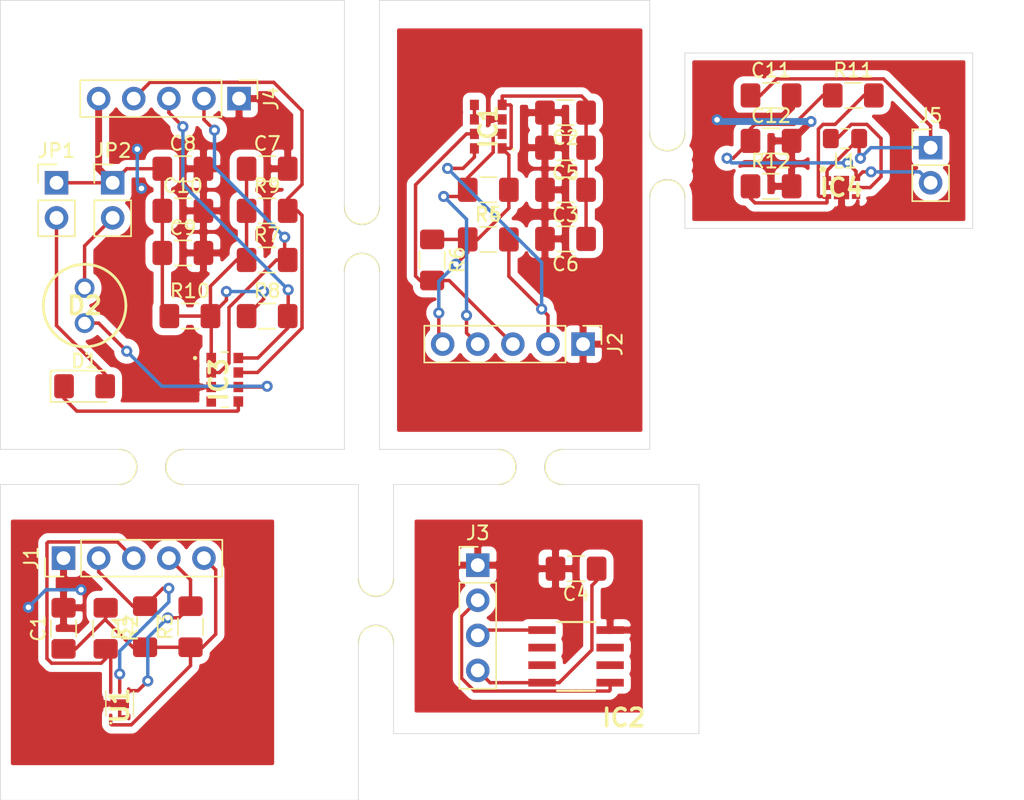
<source format=kicad_pcb>
(kicad_pcb (version 20171130) (host pcbnew "(5.1.5)-3")

  (general
    (thickness 1.6)
    (drawings 41)
    (tracks 281)
    (zones 0)
    (modules 44)
    (nets 31)
  )

  (page A4)
  (layers
    (0 F.Cu signal)
    (31 B.Cu signal)
    (32 B.Adhes user)
    (33 F.Adhes user)
    (34 B.Paste user)
    (35 F.Paste user)
    (36 B.SilkS user)
    (37 F.SilkS user)
    (38 B.Mask user)
    (39 F.Mask user)
    (40 Dwgs.User user)
    (41 Cmts.User user)
    (42 Eco1.User user hide)
    (43 Eco2.User user)
    (44 Edge.Cuts user)
    (45 Margin user)
    (46 B.CrtYd user)
    (47 F.CrtYd user)
    (48 B.Fab user)
    (49 F.Fab user)
  )

  (setup
    (last_trace_width 0.5)
    (user_trace_width 0.5)
    (trace_clearance 0.2)
    (zone_clearance 0.508)
    (zone_45_only no)
    (trace_min 0.2)
    (via_size 0.8)
    (via_drill 0.4)
    (via_min_size 0.4)
    (via_min_drill 0.3)
    (uvia_size 0.3)
    (uvia_drill 0.1)
    (uvias_allowed no)
    (uvia_min_size 0.2)
    (uvia_min_drill 0.1)
    (edge_width 0.05)
    (segment_width 0.2)
    (pcb_text_width 0.3)
    (pcb_text_size 1.5 1.5)
    (mod_edge_width 0.12)
    (mod_text_size 1 1)
    (mod_text_width 0.15)
    (pad_size 1.524 1.524)
    (pad_drill 0.762)
    (pad_to_mask_clearance 0.051)
    (solder_mask_min_width 0.25)
    (aux_axis_origin 0 0)
    (visible_elements 7FFFFFFF)
    (pcbplotparams
      (layerselection 0x010fc_ffffffff)
      (usegerberextensions false)
      (usegerberattributes false)
      (usegerberadvancedattributes false)
      (creategerberjobfile false)
      (excludeedgelayer true)
      (linewidth 0.100000)
      (plotframeref false)
      (viasonmask false)
      (mode 1)
      (useauxorigin false)
      (hpglpennumber 1)
      (hpglpenspeed 20)
      (hpglpendiameter 15.000000)
      (psnegative false)
      (psa4output false)
      (plotreference true)
      (plotvalue true)
      (plotinvisibletext false)
      (padsonsilk false)
      (subtractmaskfromsilk false)
      (outputformat 1)
      (mirror false)
      (drillshape 0)
      (scaleselection 1)
      (outputdirectory ""))
  )

  (net 0 "")
  (net 1 GND)
  (net 2 "Net-(C1-Pad1)")
  (net 3 "Net-(C2-Pad1)")
  (net 4 "Net-(C4-Pad1)")
  (net 5 "Net-(C10-Pad1)")
  (net 6 "Net-(D1-Pad1)")
  (net 7 "Net-(D1-Pad2)")
  (net 8 "Net-(D2-Pad1)")
  (net 9 "Net-(D2-Pad2)")
  (net 10 "Net-(IC1-Pad2)")
  (net 11 "Net-(IC1-Pad5)")
  (net 12 "Net-(IC1-Pad7)")
  (net 13 "Net-(IC1-Pad8)")
  (net 14 "Net-(IC2-Pad1)")
  (net 15 "Net-(IC2-Pad2)")
  (net 16 "Net-(IC2-Pad3)")
  (net 17 "Net-(IC2-Pad5)")
  (net 18 "Net-(IC2-Pad6)")
  (net 19 "Net-(IC2-Pad7)")
  (net 20 "Net-(IC3-Pad2)")
  (net 21 "Net-(IC3-Pad4)")
  (net 22 "Net-(IC3-Pad7)")
  (net 23 "Net-(IC3-Pad8)")
  (net 24 "Net-(J1-Pad2)")
  (net 25 "Net-(J1-Pad3)")
  (net 26 "Net-(J1-Pad4)")
  (net 27 "Net-(C11-Pad1)")
  (net 28 "Net-(C12-Pad1)")
  (net 29 "Net-(IC4-Pad3)")
  (net 30 "Net-(IC4-Pad5)")

  (net_class Default "Dit is de standaard class."
    (clearance 0.2)
    (trace_width 0.25)
    (via_dia 0.8)
    (via_drill 0.4)
    (uvia_dia 0.3)
    (uvia_drill 0.1)
    (add_net GND)
    (add_net "Net-(C1-Pad1)")
    (add_net "Net-(C10-Pad1)")
    (add_net "Net-(C11-Pad1)")
    (add_net "Net-(C12-Pad1)")
    (add_net "Net-(C2-Pad1)")
    (add_net "Net-(C4-Pad1)")
    (add_net "Net-(D1-Pad1)")
    (add_net "Net-(D1-Pad2)")
    (add_net "Net-(D2-Pad1)")
    (add_net "Net-(D2-Pad2)")
    (add_net "Net-(IC1-Pad2)")
    (add_net "Net-(IC1-Pad5)")
    (add_net "Net-(IC1-Pad7)")
    (add_net "Net-(IC1-Pad8)")
    (add_net "Net-(IC2-Pad1)")
    (add_net "Net-(IC2-Pad2)")
    (add_net "Net-(IC2-Pad3)")
    (add_net "Net-(IC2-Pad5)")
    (add_net "Net-(IC2-Pad6)")
    (add_net "Net-(IC2-Pad7)")
    (add_net "Net-(IC3-Pad2)")
    (add_net "Net-(IC3-Pad4)")
    (add_net "Net-(IC3-Pad7)")
    (add_net "Net-(IC3-Pad8)")
    (add_net "Net-(IC4-Pad3)")
    (add_net "Net-(IC4-Pad5)")
    (add_net "Net-(J1-Pad2)")
    (add_net "Net-(J1-Pad3)")
    (add_net "Net-(J1-Pad4)")
  )

  (module Panelization:mouse-bite-2.54mm-slot (layer F.Cu) (tedit 551DB929) (tstamp 60353059)
    (at 68.603 32.766 90)
    (fp_text reference mouse-bite-2.54mm-slot (at 0 -2 90) (layer F.SilkS) hide
      (effects (font (size 1 1) (thickness 0.2)))
    )
    (fp_text value VAL** (at 0 2.1 90) (layer F.SilkS) hide
      (effects (font (size 1 1) (thickness 0.2)))
    )
    (fp_arc (start -2.33 0) (end -2.33 1.27) (angle -180) (layer F.SilkS) (width 0.1))
    (fp_circle (center -2.33 0) (end -2.27 0) (layer Dwgs.User) (width 0.05))
    (fp_circle (center 2.33 0) (end 2.33 -0.06) (layer Dwgs.User) (width 0.05))
    (fp_arc (start 2.33 0) (end 2.33 1.27) (angle 180) (layer F.SilkS) (width 0.1))
    (fp_line (start 2.33 0) (end 2.33 0) (layer Eco1.User) (width 2.54))
    (fp_line (start -2.33 0) (end -2.33 0) (layer Eco1.User) (width 2.54))
    (pad "" np_thru_hole circle (at 0.8 1.1 90) (size 0.5 0.5) (drill 0.5) (layers *.Cu *.Mask))
    (pad "" np_thru_hole circle (at -0.8 1.1 90) (size 0.5 0.5) (drill 0.5) (layers *.Cu *.Mask))
    (pad "" np_thru_hole circle (at -0.8 -1.1 90) (size 0.5 0.5) (drill 0.5) (layers *.Cu *.Mask))
    (pad "" np_thru_hole circle (at 0.8 -1.1 90) (size 0.5 0.5) (drill 0.5) (layers *.Cu *.Mask))
    (pad "" np_thru_hole circle (at 0 1.1 90) (size 0.5 0.5) (drill 0.5) (layers *.Cu *.Mask))
    (pad "" np_thru_hole circle (at 0 -1.1 90) (size 0.5 0.5) (drill 0.5) (layers *.Cu *.Mask))
  )

  (module Panelization:mouse-bite-2.54mm-slot (layer F.Cu) (tedit 551DB929) (tstamp 60314A7C)
    (at 58.697 54.61)
    (fp_text reference mouse-bite-2.54mm-slot (at 0 -2) (layer F.SilkS) hide
      (effects (font (size 1 1) (thickness 0.2)))
    )
    (fp_text value VAL** (at 0 2.1) (layer F.SilkS) hide
      (effects (font (size 1 1) (thickness 0.2)))
    )
    (fp_arc (start -2.33 0) (end -2.33 1.27) (angle -180) (layer F.SilkS) (width 0.1))
    (fp_circle (center -2.33 0) (end -2.27 0) (layer Dwgs.User) (width 0.05))
    (fp_circle (center 2.33 0) (end 2.33 -0.06) (layer Dwgs.User) (width 0.05))
    (fp_arc (start 2.33 0) (end 2.33 1.27) (angle 180) (layer F.SilkS) (width 0.1))
    (fp_line (start 2.33 0) (end 2.33 0) (layer Eco1.User) (width 2.54))
    (fp_line (start -2.33 0) (end -2.33 0) (layer Eco1.User) (width 2.54))
    (pad "" np_thru_hole circle (at 0.8 1.1) (size 0.5 0.5) (drill 0.5) (layers *.Cu *.Mask))
    (pad "" np_thru_hole circle (at -0.8 1.1) (size 0.5 0.5) (drill 0.5) (layers *.Cu *.Mask))
    (pad "" np_thru_hole circle (at -0.8 -1.1) (size 0.5 0.5) (drill 0.5) (layers *.Cu *.Mask))
    (pad "" np_thru_hole circle (at 0.8 -1.1) (size 0.5 0.5) (drill 0.5) (layers *.Cu *.Mask))
    (pad "" np_thru_hole circle (at 0 1.1) (size 0.5 0.5) (drill 0.5) (layers *.Cu *.Mask))
    (pad "" np_thru_hole circle (at 0 -1.1) (size 0.5 0.5) (drill 0.5) (layers *.Cu *.Mask))
  )

  (module Panelization:mouse-bite-2.54mm-slot (layer F.Cu) (tedit 551DB929) (tstamp 60314814)
    (at 47.521 65.024 90)
    (fp_text reference mouse-bite-2.54mm-slot (at 0 -2 90) (layer F.SilkS) hide
      (effects (font (size 1 1) (thickness 0.2)))
    )
    (fp_text value VAL** (at 0 2.1 90) (layer F.SilkS) hide
      (effects (font (size 1 1) (thickness 0.2)))
    )
    (fp_arc (start -2.33 0) (end -2.33 1.27) (angle -180) (layer F.SilkS) (width 0.1))
    (fp_circle (center -2.33 0) (end -2.27 0) (layer Dwgs.User) (width 0.05))
    (fp_circle (center 2.33 0) (end 2.33 -0.06) (layer Dwgs.User) (width 0.05))
    (fp_arc (start 2.33 0) (end 2.33 1.27) (angle 180) (layer F.SilkS) (width 0.1))
    (fp_line (start 2.33 0) (end 2.33 0) (layer Eco1.User) (width 2.54))
    (fp_line (start -2.33 0) (end -2.33 0) (layer Eco1.User) (width 2.54))
    (pad "" np_thru_hole circle (at 0.8 1.1 90) (size 0.5 0.5) (drill 0.5) (layers *.Cu *.Mask))
    (pad "" np_thru_hole circle (at -0.8 1.1 90) (size 0.5 0.5) (drill 0.5) (layers *.Cu *.Mask))
    (pad "" np_thru_hole circle (at -0.8 -1.1 90) (size 0.5 0.5) (drill 0.5) (layers *.Cu *.Mask))
    (pad "" np_thru_hole circle (at 0.8 -1.1 90) (size 0.5 0.5) (drill 0.5) (layers *.Cu *.Mask))
    (pad "" np_thru_hole circle (at 0 1.1 90) (size 0.5 0.5) (drill 0.5) (layers *.Cu *.Mask))
    (pad "" np_thru_hole circle (at 0 -1.1 90) (size 0.5 0.5) (drill 0.5) (layers *.Cu *.Mask))
  )

  (module Panelization:mouse-bite-2.54mm-slot (layer F.Cu) (tedit 551DB929) (tstamp 60314594)
    (at 46.505 38.1 90)
    (fp_text reference mouse-bite-2.54mm-slot (at 0 -2 90) (layer F.SilkS) hide
      (effects (font (size 1 1) (thickness 0.2)))
    )
    (fp_text value VAL** (at 0 2.1 90) (layer F.SilkS) hide
      (effects (font (size 1 1) (thickness 0.2)))
    )
    (fp_arc (start -2.33 0) (end -2.33 1.27) (angle -180) (layer F.SilkS) (width 0.1))
    (fp_circle (center -2.33 0) (end -2.27 0) (layer Dwgs.User) (width 0.05))
    (fp_circle (center 2.33 0) (end 2.33 -0.06) (layer Dwgs.User) (width 0.05))
    (fp_arc (start 2.33 0) (end 2.33 1.27) (angle 180) (layer F.SilkS) (width 0.1))
    (fp_line (start 2.33 0) (end 2.33 0) (layer Eco1.User) (width 2.54))
    (fp_line (start -2.33 0) (end -2.33 0) (layer Eco1.User) (width 2.54))
    (pad "" np_thru_hole circle (at 0.8 1.1 90) (size 0.5 0.5) (drill 0.5) (layers *.Cu *.Mask))
    (pad "" np_thru_hole circle (at -0.8 1.1 90) (size 0.5 0.5) (drill 0.5) (layers *.Cu *.Mask))
    (pad "" np_thru_hole circle (at -0.8 -1.1 90) (size 0.5 0.5) (drill 0.5) (layers *.Cu *.Mask))
    (pad "" np_thru_hole circle (at 0.8 -1.1 90) (size 0.5 0.5) (drill 0.5) (layers *.Cu *.Mask))
    (pad "" np_thru_hole circle (at 0 1.1 90) (size 0.5 0.5) (drill 0.5) (layers *.Cu *.Mask))
    (pad "" np_thru_hole circle (at 0 -1.1 90) (size 0.5 0.5) (drill 0.5) (layers *.Cu *.Mask))
  )

  (module Panelization:mouse-bite-2.54mm-slot (layer F.Cu) (tedit 551DB929) (tstamp 60314548)
    (at 31.265 54.61)
    (fp_text reference mouse-bite-2.54mm-slot (at 0 -2) (layer F.SilkS) hide
      (effects (font (size 1 1) (thickness 0.2)))
    )
    (fp_text value VAL** (at 0 2.1) (layer F.SilkS) hide
      (effects (font (size 1 1) (thickness 0.2)))
    )
    (fp_arc (start -2.33 0) (end -2.33 1.27) (angle -180) (layer F.SilkS) (width 0.1))
    (fp_circle (center -2.33 0) (end -2.27 0) (layer Dwgs.User) (width 0.05))
    (fp_circle (center 2.33 0) (end 2.33 -0.06) (layer Dwgs.User) (width 0.05))
    (fp_arc (start 2.33 0) (end 2.33 1.27) (angle 180) (layer F.SilkS) (width 0.1))
    (fp_line (start 2.33 0) (end 2.33 0) (layer Eco1.User) (width 2.54))
    (fp_line (start -2.33 0) (end -2.33 0) (layer Eco1.User) (width 2.54))
    (pad "" np_thru_hole circle (at 0.8 1.1) (size 0.5 0.5) (drill 0.5) (layers *.Cu *.Mask))
    (pad "" np_thru_hole circle (at -0.8 1.1) (size 0.5 0.5) (drill 0.5) (layers *.Cu *.Mask))
    (pad "" np_thru_hole circle (at -0.8 -1.1) (size 0.5 0.5) (drill 0.5) (layers *.Cu *.Mask))
    (pad "" np_thru_hole circle (at 0.8 -1.1) (size 0.5 0.5) (drill 0.5) (layers *.Cu *.Mask))
    (pad "" np_thru_hole circle (at 0 1.1) (size 0.5 0.5) (drill 0.5) (layers *.Cu *.Mask))
    (pad "" np_thru_hole circle (at 0 -1.1) (size 0.5 0.5) (drill 0.5) (layers *.Cu *.Mask))
  )

  (module Capacitor_SMD:C_1206_3216Metric_Pad1.42x1.75mm_HandSolder (layer F.Cu) (tedit 5B301BBE) (tstamp 60307EFE)
    (at 24.915 66.294 90)
    (descr "Capacitor SMD 1206 (3216 Metric), square (rectangular) end terminal, IPC_7351 nominal with elongated pad for handsoldering. (Body size source: http://www.tortai-tech.com/upload/download/2011102023233369053.pdf), generated with kicad-footprint-generator")
    (tags "capacitor handsolder")
    (path /602D2C13)
    (attr smd)
    (fp_text reference C1 (at 0 -1.82 90) (layer F.SilkS)
      (effects (font (size 1 1) (thickness 0.15)))
    )
    (fp_text value 100nF (at 0 1.82 90) (layer F.Fab)
      (effects (font (size 1 1) (thickness 0.15)))
    )
    (fp_line (start -1.6 0.8) (end -1.6 -0.8) (layer F.Fab) (width 0.1))
    (fp_line (start -1.6 -0.8) (end 1.6 -0.8) (layer F.Fab) (width 0.1))
    (fp_line (start 1.6 -0.8) (end 1.6 0.8) (layer F.Fab) (width 0.1))
    (fp_line (start 1.6 0.8) (end -1.6 0.8) (layer F.Fab) (width 0.1))
    (fp_line (start -0.602064 -0.91) (end 0.602064 -0.91) (layer F.SilkS) (width 0.12))
    (fp_line (start -0.602064 0.91) (end 0.602064 0.91) (layer F.SilkS) (width 0.12))
    (fp_line (start -2.45 1.12) (end -2.45 -1.12) (layer F.CrtYd) (width 0.05))
    (fp_line (start -2.45 -1.12) (end 2.45 -1.12) (layer F.CrtYd) (width 0.05))
    (fp_line (start 2.45 -1.12) (end 2.45 1.12) (layer F.CrtYd) (width 0.05))
    (fp_line (start 2.45 1.12) (end -2.45 1.12) (layer F.CrtYd) (width 0.05))
    (fp_text user %R (at 0 0 90) (layer F.Fab)
      (effects (font (size 0.8 0.8) (thickness 0.12)))
    )
    (pad 1 smd roundrect (at -1.4875 0 90) (size 1.425 1.75) (layers F.Cu F.Paste F.Mask) (roundrect_rratio 0.175439)
      (net 2 "Net-(C1-Pad1)"))
    (pad 2 smd roundrect (at 1.4875 0 90) (size 1.425 1.75) (layers F.Cu F.Paste F.Mask) (roundrect_rratio 0.175439)
      (net 1 GND))
    (model ${KISYS3DMOD}/Capacitor_SMD.3dshapes/C_1206_3216Metric.wrl
      (at (xyz 0 0 0))
      (scale (xyz 1 1 1))
      (rotate (xyz 0 0 0))
    )
  )

  (module Capacitor_SMD:C_1206_3216Metric_Pad1.42x1.75mm_HandSolder (layer F.Cu) (tedit 5B301BBE) (tstamp 60307F0F)
    (at 61.237 28.956 180)
    (descr "Capacitor SMD 1206 (3216 Metric), square (rectangular) end terminal, IPC_7351 nominal with elongated pad for handsoldering. (Body size source: http://www.tortai-tech.com/upload/download/2011102023233369053.pdf), generated with kicad-footprint-generator")
    (tags "capacitor handsolder")
    (path /6030EC58)
    (attr smd)
    (fp_text reference C2 (at 0 -1.82) (layer F.SilkS)
      (effects (font (size 1 1) (thickness 0.15)))
    )
    (fp_text value 22µF (at 0 1.82) (layer F.Fab)
      (effects (font (size 1 1) (thickness 0.15)))
    )
    (fp_text user %R (at 0 0) (layer F.Fab)
      (effects (font (size 0.8 0.8) (thickness 0.12)))
    )
    (fp_line (start 2.45 1.12) (end -2.45 1.12) (layer F.CrtYd) (width 0.05))
    (fp_line (start 2.45 -1.12) (end 2.45 1.12) (layer F.CrtYd) (width 0.05))
    (fp_line (start -2.45 -1.12) (end 2.45 -1.12) (layer F.CrtYd) (width 0.05))
    (fp_line (start -2.45 1.12) (end -2.45 -1.12) (layer F.CrtYd) (width 0.05))
    (fp_line (start -0.602064 0.91) (end 0.602064 0.91) (layer F.SilkS) (width 0.12))
    (fp_line (start -0.602064 -0.91) (end 0.602064 -0.91) (layer F.SilkS) (width 0.12))
    (fp_line (start 1.6 0.8) (end -1.6 0.8) (layer F.Fab) (width 0.1))
    (fp_line (start 1.6 -0.8) (end 1.6 0.8) (layer F.Fab) (width 0.1))
    (fp_line (start -1.6 -0.8) (end 1.6 -0.8) (layer F.Fab) (width 0.1))
    (fp_line (start -1.6 0.8) (end -1.6 -0.8) (layer F.Fab) (width 0.1))
    (pad 2 smd roundrect (at 1.4875 0 180) (size 1.425 1.75) (layers F.Cu F.Paste F.Mask) (roundrect_rratio 0.175439)
      (net 1 GND))
    (pad 1 smd roundrect (at -1.4875 0 180) (size 1.425 1.75) (layers F.Cu F.Paste F.Mask) (roundrect_rratio 0.175439)
      (net 3 "Net-(C2-Pad1)"))
    (model ${KISYS3DMOD}/Capacitor_SMD.3dshapes/C_1206_3216Metric.wrl
      (at (xyz 0 0 0))
      (scale (xyz 1 1 1))
      (rotate (xyz 0 0 0))
    )
  )

  (module Capacitor_SMD:C_1206_3216Metric_Pad1.42x1.75mm_HandSolder (layer F.Cu) (tedit 5B301BBE) (tstamp 60307F20)
    (at 61.237 34.544 180)
    (descr "Capacitor SMD 1206 (3216 Metric), square (rectangular) end terminal, IPC_7351 nominal with elongated pad for handsoldering. (Body size source: http://www.tortai-tech.com/upload/download/2011102023233369053.pdf), generated with kicad-footprint-generator")
    (tags "capacitor handsolder")
    (path /6030EC5E)
    (attr smd)
    (fp_text reference C3 (at 0 -1.82) (layer F.SilkS)
      (effects (font (size 1 1) (thickness 0.15)))
    )
    (fp_text value 100nF (at 0 1.82) (layer F.Fab)
      (effects (font (size 1 1) (thickness 0.15)))
    )
    (fp_text user %R (at 0 0) (layer F.Fab)
      (effects (font (size 0.8 0.8) (thickness 0.12)))
    )
    (fp_line (start 2.45 1.12) (end -2.45 1.12) (layer F.CrtYd) (width 0.05))
    (fp_line (start 2.45 -1.12) (end 2.45 1.12) (layer F.CrtYd) (width 0.05))
    (fp_line (start -2.45 -1.12) (end 2.45 -1.12) (layer F.CrtYd) (width 0.05))
    (fp_line (start -2.45 1.12) (end -2.45 -1.12) (layer F.CrtYd) (width 0.05))
    (fp_line (start -0.602064 0.91) (end 0.602064 0.91) (layer F.SilkS) (width 0.12))
    (fp_line (start -0.602064 -0.91) (end 0.602064 -0.91) (layer F.SilkS) (width 0.12))
    (fp_line (start 1.6 0.8) (end -1.6 0.8) (layer F.Fab) (width 0.1))
    (fp_line (start 1.6 -0.8) (end 1.6 0.8) (layer F.Fab) (width 0.1))
    (fp_line (start -1.6 -0.8) (end 1.6 -0.8) (layer F.Fab) (width 0.1))
    (fp_line (start -1.6 0.8) (end -1.6 -0.8) (layer F.Fab) (width 0.1))
    (pad 2 smd roundrect (at 1.4875 0 180) (size 1.425 1.75) (layers F.Cu F.Paste F.Mask) (roundrect_rratio 0.175439)
      (net 1 GND))
    (pad 1 smd roundrect (at -1.4875 0 180) (size 1.425 1.75) (layers F.Cu F.Paste F.Mask) (roundrect_rratio 0.175439)
      (net 3 "Net-(C2-Pad1)"))
    (model ${KISYS3DMOD}/Capacitor_SMD.3dshapes/C_1206_3216Metric.wrl
      (at (xyz 0 0 0))
      (scale (xyz 1 1 1))
      (rotate (xyz 0 0 0))
    )
  )

  (module Capacitor_SMD:C_1206_3216Metric_Pad1.42x1.75mm_HandSolder (layer F.Cu) (tedit 5B301BBE) (tstamp 60307F31)
    (at 61.999 61.976 180)
    (descr "Capacitor SMD 1206 (3216 Metric), square (rectangular) end terminal, IPC_7351 nominal with elongated pad for handsoldering. (Body size source: http://www.tortai-tech.com/upload/download/2011102023233369053.pdf), generated with kicad-footprint-generator")
    (tags "capacitor handsolder")
    (path /602E0FB3)
    (attr smd)
    (fp_text reference C4 (at 0 -1.82) (layer F.SilkS)
      (effects (font (size 1 1) (thickness 0.15)))
    )
    (fp_text value 100nF (at 0 1.82) (layer F.Fab)
      (effects (font (size 1 1) (thickness 0.15)))
    )
    (fp_line (start -1.6 0.8) (end -1.6 -0.8) (layer F.Fab) (width 0.1))
    (fp_line (start -1.6 -0.8) (end 1.6 -0.8) (layer F.Fab) (width 0.1))
    (fp_line (start 1.6 -0.8) (end 1.6 0.8) (layer F.Fab) (width 0.1))
    (fp_line (start 1.6 0.8) (end -1.6 0.8) (layer F.Fab) (width 0.1))
    (fp_line (start -0.602064 -0.91) (end 0.602064 -0.91) (layer F.SilkS) (width 0.12))
    (fp_line (start -0.602064 0.91) (end 0.602064 0.91) (layer F.SilkS) (width 0.12))
    (fp_line (start -2.45 1.12) (end -2.45 -1.12) (layer F.CrtYd) (width 0.05))
    (fp_line (start -2.45 -1.12) (end 2.45 -1.12) (layer F.CrtYd) (width 0.05))
    (fp_line (start 2.45 -1.12) (end 2.45 1.12) (layer F.CrtYd) (width 0.05))
    (fp_line (start 2.45 1.12) (end -2.45 1.12) (layer F.CrtYd) (width 0.05))
    (fp_text user %R (at 0 0) (layer F.Fab)
      (effects (font (size 0.8 0.8) (thickness 0.12)))
    )
    (pad 1 smd roundrect (at -1.4875 0 180) (size 1.425 1.75) (layers F.Cu F.Paste F.Mask) (roundrect_rratio 0.175439)
      (net 4 "Net-(C4-Pad1)"))
    (pad 2 smd roundrect (at 1.4875 0 180) (size 1.425 1.75) (layers F.Cu F.Paste F.Mask) (roundrect_rratio 0.175439)
      (net 1 GND))
    (model ${KISYS3DMOD}/Capacitor_SMD.3dshapes/C_1206_3216Metric.wrl
      (at (xyz 0 0 0))
      (scale (xyz 1 1 1))
      (rotate (xyz 0 0 0))
    )
  )

  (module Capacitor_SMD:C_1206_3216Metric_Pad1.42x1.75mm_HandSolder (layer F.Cu) (tedit 5B301BBE) (tstamp 60307F42)
    (at 61.237 31.496 180)
    (descr "Capacitor SMD 1206 (3216 Metric), square (rectangular) end terminal, IPC_7351 nominal with elongated pad for handsoldering. (Body size source: http://www.tortai-tech.com/upload/download/2011102023233369053.pdf), generated with kicad-footprint-generator")
    (tags "capacitor handsolder")
    (path /60310EFC)
    (attr smd)
    (fp_text reference C5 (at 0 -1.82) (layer F.SilkS)
      (effects (font (size 1 1) (thickness 0.15)))
    )
    (fp_text value 100nF (at 0 1.82) (layer F.Fab)
      (effects (font (size 1 1) (thickness 0.15)))
    )
    (fp_text user %R (at 0 0) (layer F.Fab)
      (effects (font (size 0.8 0.8) (thickness 0.12)))
    )
    (fp_line (start 2.45 1.12) (end -2.45 1.12) (layer F.CrtYd) (width 0.05))
    (fp_line (start 2.45 -1.12) (end 2.45 1.12) (layer F.CrtYd) (width 0.05))
    (fp_line (start -2.45 -1.12) (end 2.45 -1.12) (layer F.CrtYd) (width 0.05))
    (fp_line (start -2.45 1.12) (end -2.45 -1.12) (layer F.CrtYd) (width 0.05))
    (fp_line (start -0.602064 0.91) (end 0.602064 0.91) (layer F.SilkS) (width 0.12))
    (fp_line (start -0.602064 -0.91) (end 0.602064 -0.91) (layer F.SilkS) (width 0.12))
    (fp_line (start 1.6 0.8) (end -1.6 0.8) (layer F.Fab) (width 0.1))
    (fp_line (start 1.6 -0.8) (end 1.6 0.8) (layer F.Fab) (width 0.1))
    (fp_line (start -1.6 -0.8) (end 1.6 -0.8) (layer F.Fab) (width 0.1))
    (fp_line (start -1.6 0.8) (end -1.6 -0.8) (layer F.Fab) (width 0.1))
    (pad 2 smd roundrect (at 1.4875 0 180) (size 1.425 1.75) (layers F.Cu F.Paste F.Mask) (roundrect_rratio 0.175439)
      (net 1 GND))
    (pad 1 smd roundrect (at -1.4875 0 180) (size 1.425 1.75) (layers F.Cu F.Paste F.Mask) (roundrect_rratio 0.175439)
      (net 3 "Net-(C2-Pad1)"))
    (model ${KISYS3DMOD}/Capacitor_SMD.3dshapes/C_1206_3216Metric.wrl
      (at (xyz 0 0 0))
      (scale (xyz 1 1 1))
      (rotate (xyz 0 0 0))
    )
  )

  (module Capacitor_SMD:C_1206_3216Metric_Pad1.42x1.75mm_HandSolder (layer F.Cu) (tedit 5B301BBE) (tstamp 60307F53)
    (at 61.237 38.1 180)
    (descr "Capacitor SMD 1206 (3216 Metric), square (rectangular) end terminal, IPC_7351 nominal with elongated pad for handsoldering. (Body size source: http://www.tortai-tech.com/upload/download/2011102023233369053.pdf), generated with kicad-footprint-generator")
    (tags "capacitor handsolder")
    (path /60310EF6)
    (attr smd)
    (fp_text reference C6 (at 0 -1.82) (layer F.SilkS)
      (effects (font (size 1 1) (thickness 0.15)))
    )
    (fp_text value 10µF (at 0 1.82) (layer F.Fab)
      (effects (font (size 1 1) (thickness 0.15)))
    )
    (fp_line (start -1.6 0.8) (end -1.6 -0.8) (layer F.Fab) (width 0.1))
    (fp_line (start -1.6 -0.8) (end 1.6 -0.8) (layer F.Fab) (width 0.1))
    (fp_line (start 1.6 -0.8) (end 1.6 0.8) (layer F.Fab) (width 0.1))
    (fp_line (start 1.6 0.8) (end -1.6 0.8) (layer F.Fab) (width 0.1))
    (fp_line (start -0.602064 -0.91) (end 0.602064 -0.91) (layer F.SilkS) (width 0.12))
    (fp_line (start -0.602064 0.91) (end 0.602064 0.91) (layer F.SilkS) (width 0.12))
    (fp_line (start -2.45 1.12) (end -2.45 -1.12) (layer F.CrtYd) (width 0.05))
    (fp_line (start -2.45 -1.12) (end 2.45 -1.12) (layer F.CrtYd) (width 0.05))
    (fp_line (start 2.45 -1.12) (end 2.45 1.12) (layer F.CrtYd) (width 0.05))
    (fp_line (start 2.45 1.12) (end -2.45 1.12) (layer F.CrtYd) (width 0.05))
    (fp_text user %R (at 0 0) (layer F.Fab)
      (effects (font (size 0.8 0.8) (thickness 0.12)))
    )
    (pad 1 smd roundrect (at -1.4875 0 180) (size 1.425 1.75) (layers F.Cu F.Paste F.Mask) (roundrect_rratio 0.175439)
      (net 3 "Net-(C2-Pad1)"))
    (pad 2 smd roundrect (at 1.4875 0 180) (size 1.425 1.75) (layers F.Cu F.Paste F.Mask) (roundrect_rratio 0.175439)
      (net 1 GND))
    (model ${KISYS3DMOD}/Capacitor_SMD.3dshapes/C_1206_3216Metric.wrl
      (at (xyz 0 0 0))
      (scale (xyz 1 1 1))
      (rotate (xyz 0 0 0))
    )
  )

  (module Capacitor_SMD:C_1206_3216Metric_Pad1.42x1.75mm_HandSolder (layer F.Cu) (tedit 5B301BBE) (tstamp 60307F64)
    (at 39.647 33.02)
    (descr "Capacitor SMD 1206 (3216 Metric), square (rectangular) end terminal, IPC_7351 nominal with elongated pad for handsoldering. (Body size source: http://www.tortai-tech.com/upload/download/2011102023233369053.pdf), generated with kicad-footprint-generator")
    (tags "capacitor handsolder")
    (path /602EE746)
    (attr smd)
    (fp_text reference C7 (at 0 -1.82) (layer F.SilkS)
      (effects (font (size 1 1) (thickness 0.15)))
    )
    (fp_text value 22µF (at 0 1.82) (layer F.Fab)
      (effects (font (size 1 1) (thickness 0.15)))
    )
    (fp_line (start -1.6 0.8) (end -1.6 -0.8) (layer F.Fab) (width 0.1))
    (fp_line (start -1.6 -0.8) (end 1.6 -0.8) (layer F.Fab) (width 0.1))
    (fp_line (start 1.6 -0.8) (end 1.6 0.8) (layer F.Fab) (width 0.1))
    (fp_line (start 1.6 0.8) (end -1.6 0.8) (layer F.Fab) (width 0.1))
    (fp_line (start -0.602064 -0.91) (end 0.602064 -0.91) (layer F.SilkS) (width 0.12))
    (fp_line (start -0.602064 0.91) (end 0.602064 0.91) (layer F.SilkS) (width 0.12))
    (fp_line (start -2.45 1.12) (end -2.45 -1.12) (layer F.CrtYd) (width 0.05))
    (fp_line (start -2.45 -1.12) (end 2.45 -1.12) (layer F.CrtYd) (width 0.05))
    (fp_line (start 2.45 -1.12) (end 2.45 1.12) (layer F.CrtYd) (width 0.05))
    (fp_line (start 2.45 1.12) (end -2.45 1.12) (layer F.CrtYd) (width 0.05))
    (fp_text user %R (at 0 0) (layer F.Fab)
      (effects (font (size 0.8 0.8) (thickness 0.12)))
    )
    (pad 1 smd roundrect (at -1.4875 0) (size 1.425 1.75) (layers F.Cu F.Paste F.Mask) (roundrect_rratio 0.175439)
      (net 5 "Net-(C10-Pad1)"))
    (pad 2 smd roundrect (at 1.4875 0) (size 1.425 1.75) (layers F.Cu F.Paste F.Mask) (roundrect_rratio 0.175439)
      (net 1 GND))
    (model ${KISYS3DMOD}/Capacitor_SMD.3dshapes/C_1206_3216Metric.wrl
      (at (xyz 0 0 0))
      (scale (xyz 1 1 1))
      (rotate (xyz 0 0 0))
    )
  )

  (module Capacitor_SMD:C_1206_3216Metric_Pad1.42x1.75mm_HandSolder (layer F.Cu) (tedit 5B301BBE) (tstamp 60307F75)
    (at 33.551 33.02)
    (descr "Capacitor SMD 1206 (3216 Metric), square (rectangular) end terminal, IPC_7351 nominal with elongated pad for handsoldering. (Body size source: http://www.tortai-tech.com/upload/download/2011102023233369053.pdf), generated with kicad-footprint-generator")
    (tags "capacitor handsolder")
    (path /602EF3F1)
    (attr smd)
    (fp_text reference C8 (at 0 -1.82) (layer F.SilkS)
      (effects (font (size 1 1) (thickness 0.15)))
    )
    (fp_text value 100nF (at 0 1.82) (layer F.Fab)
      (effects (font (size 1 1) (thickness 0.15)))
    )
    (fp_line (start -1.6 0.8) (end -1.6 -0.8) (layer F.Fab) (width 0.1))
    (fp_line (start -1.6 -0.8) (end 1.6 -0.8) (layer F.Fab) (width 0.1))
    (fp_line (start 1.6 -0.8) (end 1.6 0.8) (layer F.Fab) (width 0.1))
    (fp_line (start 1.6 0.8) (end -1.6 0.8) (layer F.Fab) (width 0.1))
    (fp_line (start -0.602064 -0.91) (end 0.602064 -0.91) (layer F.SilkS) (width 0.12))
    (fp_line (start -0.602064 0.91) (end 0.602064 0.91) (layer F.SilkS) (width 0.12))
    (fp_line (start -2.45 1.12) (end -2.45 -1.12) (layer F.CrtYd) (width 0.05))
    (fp_line (start -2.45 -1.12) (end 2.45 -1.12) (layer F.CrtYd) (width 0.05))
    (fp_line (start 2.45 -1.12) (end 2.45 1.12) (layer F.CrtYd) (width 0.05))
    (fp_line (start 2.45 1.12) (end -2.45 1.12) (layer F.CrtYd) (width 0.05))
    (fp_text user %R (at 0 0) (layer F.Fab)
      (effects (font (size 0.8 0.8) (thickness 0.12)))
    )
    (pad 1 smd roundrect (at -1.4875 0) (size 1.425 1.75) (layers F.Cu F.Paste F.Mask) (roundrect_rratio 0.175439)
      (net 5 "Net-(C10-Pad1)"))
    (pad 2 smd roundrect (at 1.4875 0) (size 1.425 1.75) (layers F.Cu F.Paste F.Mask) (roundrect_rratio 0.175439)
      (net 1 GND))
    (model ${KISYS3DMOD}/Capacitor_SMD.3dshapes/C_1206_3216Metric.wrl
      (at (xyz 0 0 0))
      (scale (xyz 1 1 1))
      (rotate (xyz 0 0 0))
    )
  )

  (module Capacitor_SMD:C_1206_3216Metric_Pad1.42x1.75mm_HandSolder (layer F.Cu) (tedit 5B301BBE) (tstamp 60307F86)
    (at 33.551 39.116)
    (descr "Capacitor SMD 1206 (3216 Metric), square (rectangular) end terminal, IPC_7351 nominal with elongated pad for handsoldering. (Body size source: http://www.tortai-tech.com/upload/download/2011102023233369053.pdf), generated with kicad-footprint-generator")
    (tags "capacitor handsolder")
    (path /602F0105)
    (attr smd)
    (fp_text reference C9 (at 0 -1.82) (layer F.SilkS)
      (effects (font (size 1 1) (thickness 0.15)))
    )
    (fp_text value 100nF (at 0 1.82) (layer F.Fab)
      (effects (font (size 1 1) (thickness 0.15)))
    )
    (fp_text user %R (at 0 0) (layer F.Fab)
      (effects (font (size 0.8 0.8) (thickness 0.12)))
    )
    (fp_line (start 2.45 1.12) (end -2.45 1.12) (layer F.CrtYd) (width 0.05))
    (fp_line (start 2.45 -1.12) (end 2.45 1.12) (layer F.CrtYd) (width 0.05))
    (fp_line (start -2.45 -1.12) (end 2.45 -1.12) (layer F.CrtYd) (width 0.05))
    (fp_line (start -2.45 1.12) (end -2.45 -1.12) (layer F.CrtYd) (width 0.05))
    (fp_line (start -0.602064 0.91) (end 0.602064 0.91) (layer F.SilkS) (width 0.12))
    (fp_line (start -0.602064 -0.91) (end 0.602064 -0.91) (layer F.SilkS) (width 0.12))
    (fp_line (start 1.6 0.8) (end -1.6 0.8) (layer F.Fab) (width 0.1))
    (fp_line (start 1.6 -0.8) (end 1.6 0.8) (layer F.Fab) (width 0.1))
    (fp_line (start -1.6 -0.8) (end 1.6 -0.8) (layer F.Fab) (width 0.1))
    (fp_line (start -1.6 0.8) (end -1.6 -0.8) (layer F.Fab) (width 0.1))
    (pad 2 smd roundrect (at 1.4875 0) (size 1.425 1.75) (layers F.Cu F.Paste F.Mask) (roundrect_rratio 0.175439)
      (net 1 GND))
    (pad 1 smd roundrect (at -1.4875 0) (size 1.425 1.75) (layers F.Cu F.Paste F.Mask) (roundrect_rratio 0.175439)
      (net 5 "Net-(C10-Pad1)"))
    (model ${KISYS3DMOD}/Capacitor_SMD.3dshapes/C_1206_3216Metric.wrl
      (at (xyz 0 0 0))
      (scale (xyz 1 1 1))
      (rotate (xyz 0 0 0))
    )
  )

  (module Capacitor_SMD:C_1206_3216Metric_Pad1.42x1.75mm_HandSolder (layer F.Cu) (tedit 5B301BBE) (tstamp 60307F97)
    (at 33.551 36.068)
    (descr "Capacitor SMD 1206 (3216 Metric), square (rectangular) end terminal, IPC_7351 nominal with elongated pad for handsoldering. (Body size source: http://www.tortai-tech.com/upload/download/2011102023233369053.pdf), generated with kicad-footprint-generator")
    (tags "capacitor handsolder")
    (path /602EEE39)
    (attr smd)
    (fp_text reference C10 (at 0 -1.82) (layer F.SilkS)
      (effects (font (size 1 1) (thickness 0.15)))
    )
    (fp_text value 10µF (at 0 1.82) (layer F.Fab)
      (effects (font (size 1 1) (thickness 0.15)))
    )
    (fp_text user %R (at 0 0) (layer F.Fab)
      (effects (font (size 0.8 0.8) (thickness 0.12)))
    )
    (fp_line (start 2.45 1.12) (end -2.45 1.12) (layer F.CrtYd) (width 0.05))
    (fp_line (start 2.45 -1.12) (end 2.45 1.12) (layer F.CrtYd) (width 0.05))
    (fp_line (start -2.45 -1.12) (end 2.45 -1.12) (layer F.CrtYd) (width 0.05))
    (fp_line (start -2.45 1.12) (end -2.45 -1.12) (layer F.CrtYd) (width 0.05))
    (fp_line (start -0.602064 0.91) (end 0.602064 0.91) (layer F.SilkS) (width 0.12))
    (fp_line (start -0.602064 -0.91) (end 0.602064 -0.91) (layer F.SilkS) (width 0.12))
    (fp_line (start 1.6 0.8) (end -1.6 0.8) (layer F.Fab) (width 0.1))
    (fp_line (start 1.6 -0.8) (end 1.6 0.8) (layer F.Fab) (width 0.1))
    (fp_line (start -1.6 -0.8) (end 1.6 -0.8) (layer F.Fab) (width 0.1))
    (fp_line (start -1.6 0.8) (end -1.6 -0.8) (layer F.Fab) (width 0.1))
    (pad 2 smd roundrect (at 1.4875 0) (size 1.425 1.75) (layers F.Cu F.Paste F.Mask) (roundrect_rratio 0.175439)
      (net 1 GND))
    (pad 1 smd roundrect (at -1.4875 0) (size 1.425 1.75) (layers F.Cu F.Paste F.Mask) (roundrect_rratio 0.175439)
      (net 5 "Net-(C10-Pad1)"))
    (model ${KISYS3DMOD}/Capacitor_SMD.3dshapes/C_1206_3216Metric.wrl
      (at (xyz 0 0 0))
      (scale (xyz 1 1 1))
      (rotate (xyz 0 0 0))
    )
  )

  (module LED_SMD:LED_1206_3216Metric_Pad1.42x1.75mm_HandSolder (layer F.Cu) (tedit 5B4B45C9) (tstamp 60307FAA)
    (at 26.439 48.768)
    (descr "LED SMD 1206 (3216 Metric), square (rectangular) end terminal, IPC_7351 nominal, (Body size source: http://www.tortai-tech.com/upload/download/2011102023233369053.pdf), generated with kicad-footprint-generator")
    (tags "LED handsolder")
    (path /602E4191)
    (attr smd)
    (fp_text reference D1 (at 0 -1.82) (layer F.SilkS)
      (effects (font (size 1 1) (thickness 0.15)))
    )
    (fp_text value IR (at 0 1.82) (layer F.Fab)
      (effects (font (size 1 1) (thickness 0.15)))
    )
    (fp_text user %R (at 0 0) (layer F.Fab)
      (effects (font (size 0.8 0.8) (thickness 0.12)))
    )
    (fp_line (start 2.45 1.12) (end -2.45 1.12) (layer F.CrtYd) (width 0.05))
    (fp_line (start 2.45 -1.12) (end 2.45 1.12) (layer F.CrtYd) (width 0.05))
    (fp_line (start -2.45 -1.12) (end 2.45 -1.12) (layer F.CrtYd) (width 0.05))
    (fp_line (start -2.45 1.12) (end -2.45 -1.12) (layer F.CrtYd) (width 0.05))
    (fp_line (start -2.46 1.135) (end 1.6 1.135) (layer F.SilkS) (width 0.12))
    (fp_line (start -2.46 -1.135) (end -2.46 1.135) (layer F.SilkS) (width 0.12))
    (fp_line (start 1.6 -1.135) (end -2.46 -1.135) (layer F.SilkS) (width 0.12))
    (fp_line (start 1.6 0.8) (end 1.6 -0.8) (layer F.Fab) (width 0.1))
    (fp_line (start -1.6 0.8) (end 1.6 0.8) (layer F.Fab) (width 0.1))
    (fp_line (start -1.6 -0.4) (end -1.6 0.8) (layer F.Fab) (width 0.1))
    (fp_line (start -1.2 -0.8) (end -1.6 -0.4) (layer F.Fab) (width 0.1))
    (fp_line (start 1.6 -0.8) (end -1.2 -0.8) (layer F.Fab) (width 0.1))
    (pad 2 smd roundrect (at 1.4875 0) (size 1.425 1.75) (layers F.Cu F.Paste F.Mask) (roundrect_rratio 0.175439)
      (net 7 "Net-(D1-Pad2)"))
    (pad 1 smd roundrect (at -1.4875 0) (size 1.425 1.75) (layers F.Cu F.Paste F.Mask) (roundrect_rratio 0.175439)
      (net 6 "Net-(D1-Pad1)"))
    (model ${KISYS3DMOD}/LED_SMD.3dshapes/LED_1206_3216Metric.wrl
      (at (xyz 0 0 0))
      (scale (xyz 1 1 1))
      (rotate (xyz 0 0 0))
    )
  )

  (module IR_TH:OP294 (layer F.Cu) (tedit 0) (tstamp 60307FC5)
    (at 26.439 44.196 180)
    (descr OP294-2)
    (tags LED)
    (path /602E2DA3)
    (fp_text reference D2 (at 0 1.27) (layer F.SilkS)
      (effects (font (size 1.27 1.27) (thickness 0.254)))
    )
    (fp_text value IR (at 0 1.27) (layer F.SilkS) hide
      (effects (font (size 1.27 1.27) (thickness 0.254)))
    )
    (fp_arc (start -0.15 -2.2) (end -0.1 -2.2) (angle -180) (layer F.SilkS) (width 0.1))
    (fp_arc (start -0.15 -2.2) (end -0.2 -2.2) (angle -180) (layer F.SilkS) (width 0.1))
    (fp_arc (start 0 1.27) (end 2.985 1.27) (angle -180) (layer F.SilkS) (width 0.2))
    (fp_arc (start 0 1.27) (end -2.985 1.27) (angle -180) (layer F.SilkS) (width 0.2))
    (fp_arc (start 0 1.27) (end 2.985 1.27) (angle -180) (layer F.Fab) (width 0.1))
    (fp_arc (start 0 1.27) (end -2.985 1.27) (angle -180) (layer F.Fab) (width 0.1))
    (fp_line (start -0.1 -2.2) (end -0.1 -2.2) (layer F.SilkS) (width 0.1))
    (fp_line (start -0.2 -2.2) (end -0.2 -2.2) (layer F.SilkS) (width 0.1))
    (fp_line (start 2.985 1.27) (end 2.985 1.27) (layer F.SilkS) (width 0.2))
    (fp_line (start -2.985 1.27) (end -2.985 1.27) (layer F.SilkS) (width 0.2))
    (fp_line (start 2.985 1.27) (end 2.985 1.27) (layer F.Fab) (width 0.1))
    (fp_line (start -2.985 1.27) (end -2.985 1.27) (layer F.Fab) (width 0.1))
    (fp_line (start -3.985 5.255) (end -3.985 -2.715) (layer F.CrtYd) (width 0.1))
    (fp_line (start 3.985 5.255) (end -3.985 5.255) (layer F.CrtYd) (width 0.1))
    (fp_line (start 3.985 -2.715) (end 3.985 5.255) (layer F.CrtYd) (width 0.1))
    (fp_line (start -3.985 -2.715) (end 3.985 -2.715) (layer F.CrtYd) (width 0.1))
    (fp_line (start -3.985 5.255) (end -3.985 -2.715) (layer F.CrtYd) (width 0.1))
    (fp_line (start 3.985 5.255) (end -3.985 5.255) (layer F.CrtYd) (width 0.1))
    (fp_line (start 3.985 -2.715) (end 3.985 5.255) (layer F.CrtYd) (width 0.1))
    (fp_line (start -3.985 -2.715) (end 3.985 -2.715) (layer F.CrtYd) (width 0.1))
    (fp_text user %R (at 0 1.27) (layer F.Fab)
      (effects (font (size 1.27 1.27) (thickness 0.254)))
    )
    (pad 2 thru_hole circle (at 0 2.54 180) (size 1.431 1.431) (drill 0.92) (layers *.Cu *.Mask)
      (net 9 "Net-(D2-Pad2)"))
    (pad 1 thru_hole circle (at 0 0 180) (size 1.431 1.431) (drill 0.92) (layers *.Cu *.Mask)
      (net 8 "Net-(D2-Pad1)"))
    (model "D:\\Kicad oefeningen\\eerste test\\library\\IR_TH\\SamacSys_Parts.3dshapes\\OP294.stp"
      (at (xyz 0 0 0))
      (scale (xyz 1 1 1))
      (rotate (xyz 0 0 0))
    )
  )

  (module naderingssensor_metIR:VCNL3030X01GS08 (layer F.Cu) (tedit 0) (tstamp 60307FDE)
    (at 55.649 29.972 270)
    (descr VCNL3030X01-GS08-2)
    (tags "Integrated Circuit")
    (path /60307D8A)
    (attr smd)
    (fp_text reference IC1 (at 0 0 90) (layer F.SilkS)
      (effects (font (size 1.27 1.27) (thickness 0.254)))
    )
    (fp_text value VCNL3030X01-GS08 (at 0 0 90) (layer F.SilkS) hide
      (effects (font (size 1.27 1.27) (thickness 0.254)))
    )
    (fp_arc (start 1.65 -1.8) (end 1.7 -1.8) (angle -180) (layer F.SilkS) (width 0.1))
    (fp_arc (start 1.65 -1.8) (end 1.6 -1.8) (angle -180) (layer F.SilkS) (width 0.1))
    (fp_line (start 1.7 -1.8) (end 1.7 -1.8) (layer F.SilkS) (width 0.1))
    (fp_line (start 1.6 -1.8) (end 1.6 -1.8) (layer F.SilkS) (width 0.1))
    (fp_line (start -3 2.33) (end -3 -2.33) (layer F.CrtYd) (width 0.1))
    (fp_line (start 3 2.33) (end -3 2.33) (layer F.CrtYd) (width 0.1))
    (fp_line (start 3 -2.33) (end 3 2.33) (layer F.CrtYd) (width 0.1))
    (fp_line (start -3 -2.33) (end 3 -2.33) (layer F.CrtYd) (width 0.1))
    (fp_line (start -2 1.18) (end -2 -1.18) (layer F.Fab) (width 0.1))
    (fp_line (start 2 1.18) (end -2 1.18) (layer F.Fab) (width 0.1))
    (fp_line (start 2 -1.18) (end 2 1.18) (layer F.Fab) (width 0.1))
    (fp_line (start -2 -1.18) (end 2 -1.18) (layer F.Fab) (width 0.1))
    (fp_text user %R (at 0 0 90) (layer F.Fab)
      (effects (font (size 1.27 1.27) (thickness 0.254)))
    )
    (pad 8 smd rect (at 1.575 1.005) (size 0.65 0.75) (layers F.Cu F.Paste F.Mask)
      (net 13 "Net-(IC1-Pad8)"))
    (pad 7 smd rect (at 0.525 1.005) (size 0.65 0.75) (layers F.Cu F.Paste F.Mask)
      (net 12 "Net-(IC1-Pad7)"))
    (pad 6 smd rect (at -0.525 1.005) (size 0.65 0.75) (layers F.Cu F.Paste F.Mask)
      (net 11 "Net-(IC1-Pad5)"))
    (pad 5 smd rect (at -1.575 1.005) (size 0.65 0.75) (layers F.Cu F.Paste F.Mask)
      (net 11 "Net-(IC1-Pad5)"))
    (pad 4 smd rect (at -1.575 -1.005) (size 0.65 0.75) (layers F.Cu F.Paste F.Mask)
      (net 3 "Net-(C2-Pad1)"))
    (pad 3 smd rect (at -0.525 -1.005) (size 0.65 0.75) (layers F.Cu F.Paste F.Mask)
      (net 1 GND))
    (pad 2 smd rect (at 0.525 -1.005) (size 0.65 0.75) (layers F.Cu F.Paste F.Mask)
      (net 10 "Net-(IC1-Pad2)"))
    (pad 1 smd rect (at 1.575 -1.005) (size 0.65 0.75) (layers F.Cu F.Paste F.Mask)
      (net 3 "Net-(C2-Pad1)"))
    (model "D:\\Kicad oefeningen\\eerste test\\library\\naderingssensor_metIR\\SamacSys_Parts.3dshapes\\VCNL3030X01-GS08.stp"
      (at (xyz 0 0 0))
      (scale (xyz 1 1 1))
      (rotate (xyz 0 0 0))
    )
  )

  (module TMP36GSZ:SOIC127P600X175-8N (layer F.Cu) (tedit 0) (tstamp 60308015)
    (at 61.999 68.326 180)
    (descr SOIC127P600X175-8N)
    (tags "Integrated Circuit")
    (path /602D05E5)
    (attr smd)
    (fp_text reference IC2 (at -3.4544 -4.445) (layer F.SilkS)
      (effects (font (size 1.27 1.27) (thickness 0.254)))
    )
    (fp_text value TMP36GSZ (at -3.4544 -4.445) (layer F.SilkS) hide
      (effects (font (size 1.27 1.27) (thickness 0.254)))
    )
    (fp_line (start -0.3048 -2.4892) (end -1.3716 -2.4892) (layer F.SilkS) (width 0.1524))
    (fp_line (start 0.3048 -2.4892) (end -0.3048 -2.4892) (layer F.SilkS) (width 0.1524))
    (fp_line (start 1.3716 -2.4892) (end 0.3048 -2.4892) (layer F.SilkS) (width 0.1524))
    (fp_line (start -1.3716 2.4892) (end 1.3716 2.4892) (layer F.SilkS) (width 0.1524))
    (fp_line (start -2.0066 -2.4892) (end -2.0066 2.4892) (layer F.Fab) (width 0.1524))
    (fp_line (start -0.3048 -2.4892) (end -2.0066 -2.4892) (layer F.Fab) (width 0.1524))
    (fp_line (start 0.3048 -2.4892) (end -0.3048 -2.4892) (layer F.Fab) (width 0.1524))
    (fp_line (start 2.0066 -2.4892) (end 0.3048 -2.4892) (layer F.Fab) (width 0.1524))
    (fp_line (start 2.0066 2.4892) (end 2.0066 -2.4892) (layer F.Fab) (width 0.1524))
    (fp_line (start -2.0066 2.4892) (end 2.0066 2.4892) (layer F.Fab) (width 0.1524))
    (fp_line (start 3.0988 -2.159) (end 2.0066 -2.159) (layer F.Fab) (width 0.1524))
    (fp_line (start 3.0988 -1.651) (end 3.0988 -2.159) (layer F.Fab) (width 0.1524))
    (fp_line (start 2.0066 -1.651) (end 3.0988 -1.651) (layer F.Fab) (width 0.1524))
    (fp_line (start 2.0066 -2.159) (end 2.0066 -1.651) (layer F.Fab) (width 0.1524))
    (fp_line (start 3.0988 -0.889) (end 2.0066 -0.889) (layer F.Fab) (width 0.1524))
    (fp_line (start 3.0988 -0.381) (end 3.0988 -0.889) (layer F.Fab) (width 0.1524))
    (fp_line (start 2.0066 -0.381) (end 3.0988 -0.381) (layer F.Fab) (width 0.1524))
    (fp_line (start 2.0066 -0.889) (end 2.0066 -0.381) (layer F.Fab) (width 0.1524))
    (fp_line (start 3.0988 0.381) (end 2.0066 0.381) (layer F.Fab) (width 0.1524))
    (fp_line (start 3.0988 0.889) (end 3.0988 0.381) (layer F.Fab) (width 0.1524))
    (fp_line (start 2.0066 0.889) (end 3.0988 0.889) (layer F.Fab) (width 0.1524))
    (fp_line (start 2.0066 0.381) (end 2.0066 0.889) (layer F.Fab) (width 0.1524))
    (fp_line (start 3.0988 1.651) (end 2.0066 1.651) (layer F.Fab) (width 0.1524))
    (fp_line (start 3.0988 2.159) (end 3.0988 1.651) (layer F.Fab) (width 0.1524))
    (fp_line (start 2.0066 2.159) (end 3.0988 2.159) (layer F.Fab) (width 0.1524))
    (fp_line (start 2.0066 1.651) (end 2.0066 2.159) (layer F.Fab) (width 0.1524))
    (fp_line (start -3.0988 2.159) (end -2.0066 2.159) (layer F.Fab) (width 0.1524))
    (fp_line (start -3.0988 1.651) (end -3.0988 2.159) (layer F.Fab) (width 0.1524))
    (fp_line (start -2.0066 1.651) (end -3.0988 1.651) (layer F.Fab) (width 0.1524))
    (fp_line (start -2.0066 2.159) (end -2.0066 1.651) (layer F.Fab) (width 0.1524))
    (fp_line (start -3.0988 0.889) (end -2.0066 0.889) (layer F.Fab) (width 0.1524))
    (fp_line (start -3.0988 0.381) (end -3.0988 0.889) (layer F.Fab) (width 0.1524))
    (fp_line (start -2.0066 0.381) (end -3.0988 0.381) (layer F.Fab) (width 0.1524))
    (fp_line (start -2.0066 0.889) (end -2.0066 0.381) (layer F.Fab) (width 0.1524))
    (fp_line (start -3.0988 -0.381) (end -2.0066 -0.381) (layer F.Fab) (width 0.1524))
    (fp_line (start -3.0988 -0.889) (end -3.0988 -0.381) (layer F.Fab) (width 0.1524))
    (fp_line (start -2.0066 -0.889) (end -3.0988 -0.889) (layer F.Fab) (width 0.1524))
    (fp_line (start -2.0066 -0.381) (end -2.0066 -0.889) (layer F.Fab) (width 0.1524))
    (fp_line (start -3.0988 -1.651) (end -2.0066 -1.651) (layer F.Fab) (width 0.1524))
    (fp_line (start -3.0988 -2.159) (end -3.0988 -1.651) (layer F.Fab) (width 0.1524))
    (fp_line (start -2.0066 -2.159) (end -3.0988 -2.159) (layer F.Fab) (width 0.1524))
    (fp_line (start -2.0066 -1.651) (end -2.0066 -2.159) (layer F.Fab) (width 0.1524))
    (fp_text user %R (at -3.4544 -4.445) (layer F.Fab)
      (effects (font (size 1.27 1.27) (thickness 0.254)))
    )
    (pad 8 smd rect (at 2.4638 -1.905 270) (size 0.5588 1.9812) (layers F.Cu F.Paste F.Mask)
      (net 4 "Net-(C4-Pad1)"))
    (pad 7 smd rect (at 2.4638 -0.635 270) (size 0.5588 1.9812) (layers F.Cu F.Paste F.Mask)
      (net 19 "Net-(IC2-Pad7)"))
    (pad 6 smd rect (at 2.4638 0.635 270) (size 0.5588 1.9812) (layers F.Cu F.Paste F.Mask)
      (net 18 "Net-(IC2-Pad6)"))
    (pad 5 smd rect (at 2.4638 1.905 270) (size 0.5588 1.9812) (layers F.Cu F.Paste F.Mask)
      (net 17 "Net-(IC2-Pad5)"))
    (pad 4 smd rect (at -2.4638 1.905 270) (size 0.5588 1.9812) (layers F.Cu F.Paste F.Mask)
      (net 1 GND))
    (pad 3 smd rect (at -2.4638 0.635 270) (size 0.5588 1.9812) (layers F.Cu F.Paste F.Mask)
      (net 16 "Net-(IC2-Pad3)"))
    (pad 2 smd rect (at -2.4638 -0.635 270) (size 0.5588 1.9812) (layers F.Cu F.Paste F.Mask)
      (net 15 "Net-(IC2-Pad2)"))
    (pad 1 smd rect (at -2.4638 -1.905 270) (size 0.5588 1.9812) (layers F.Cu F.Paste F.Mask)
      (net 14 "Net-(IC2-Pad1)"))
  )

  (module naderingssensor_zonderIR:naderingssensor_zonderIR (layer F.Cu) (tedit 0) (tstamp 60308038)
    (at 36.582 48.296 90)
    (descr VCNL4035X01-GS08-2)
    (tags "Integrated Circuit")
    (path /602D1C5E)
    (attr smd)
    (fp_text reference IC3 (at 0 -0.435 90) (layer F.SilkS)
      (effects (font (size 1.27 1.27) (thickness 0.254)))
    )
    (fp_text value VCNL4035X01-GS08 (at 0 -0.435 90) (layer F.SilkS) hide
      (effects (font (size 1.27 1.27) (thickness 0.254)))
    )
    (fp_arc (start 1.575 -2.15) (end 1.575 -2.2) (angle -180) (layer F.SilkS) (width 0.2))
    (fp_arc (start 1.575 -2.15) (end 1.575 -2.1) (angle -180) (layer F.SilkS) (width 0.2))
    (fp_arc (start 1.575 -2.15) (end 1.575 -2.2) (angle -180) (layer F.SilkS) (width 0.2))
    (fp_line (start 1.575 -2.2) (end 1.575 -2.2) (layer F.SilkS) (width 0.2))
    (fp_line (start 1.575 -2.1) (end 1.575 -2.1) (layer F.SilkS) (width 0.2))
    (fp_line (start 1.575 -2.2) (end 1.575 -2.2) (layer F.SilkS) (width 0.2))
    (fp_line (start -3 2.33) (end -3 -3.2) (layer F.CrtYd) (width 0.1))
    (fp_line (start 3 2.33) (end -3 2.33) (layer F.CrtYd) (width 0.1))
    (fp_line (start 3 -3.2) (end 3 2.33) (layer F.CrtYd) (width 0.1))
    (fp_line (start -3 -3.2) (end 3 -3.2) (layer F.CrtYd) (width 0.1))
    (fp_line (start 2 0.25) (end 2 -0.25) (layer F.SilkS) (width 0.1))
    (fp_line (start 2 0.25) (end 2 0.25) (layer F.SilkS) (width 0.1))
    (fp_line (start 2 -0.25) (end 2 0.25) (layer F.SilkS) (width 0.1))
    (fp_line (start 2 -0.25) (end 2 -0.25) (layer F.SilkS) (width 0.1))
    (fp_line (start -2 0.25) (end -2 -0.25) (layer F.SilkS) (width 0.1))
    (fp_line (start -2 0.25) (end -2 0.25) (layer F.SilkS) (width 0.1))
    (fp_line (start -2 -0.25) (end -2 0.25) (layer F.SilkS) (width 0.1))
    (fp_line (start -2 -0.25) (end -2 -0.25) (layer F.SilkS) (width 0.1))
    (fp_line (start -2 -1.18) (end -2 1.18) (layer F.Fab) (width 0.2))
    (fp_line (start 2 -1.18) (end -2 -1.18) (layer F.Fab) (width 0.2))
    (fp_line (start 2 1.18) (end 2 -1.18) (layer F.Fab) (width 0.2))
    (fp_line (start -2 1.18) (end 2 1.18) (layer F.Fab) (width 0.2))
    (fp_text user %R (at 0 -0.435 90) (layer F.Fab)
      (effects (font (size 1.27 1.27) (thickness 0.254)))
    )
    (pad 8 smd rect (at 1.575 0.98 180) (size 0.7 0.75) (layers F.Cu F.Paste F.Mask)
      (net 23 "Net-(IC3-Pad8)"))
    (pad 7 smd rect (at 0.525 0.98 180) (size 0.7 0.75) (layers F.Cu F.Paste F.Mask)
      (net 22 "Net-(IC3-Pad7)"))
    (pad 6 smd rect (at -0.525 0.98 180) (size 0.7 0.75) (layers F.Cu F.Paste F.Mask)
      (net 8 "Net-(D2-Pad1)"))
    (pad 5 smd rect (at -1.575 0.98 180) (size 0.7 0.75) (layers F.Cu F.Paste F.Mask)
      (net 6 "Net-(D1-Pad1)"))
    (pad 4 smd rect (at -1.575 -0.98 180) (size 0.7 0.75) (layers F.Cu F.Paste F.Mask)
      (net 21 "Net-(IC3-Pad4)"))
    (pad 3 smd rect (at -0.525 -0.98 180) (size 0.7 0.75) (layers F.Cu F.Paste F.Mask)
      (net 1 GND))
    (pad 2 smd rect (at 0.525 -0.98 180) (size 0.7 0.75) (layers F.Cu F.Paste F.Mask)
      (net 20 "Net-(IC3-Pad2)"))
    (pad 1 smd rect (at 1.575 -0.98 180) (size 0.7 0.75) (layers F.Cu F.Paste F.Mask)
      (net 5 "Net-(C10-Pad1)"))
    (model "D:\\Kicad oefeningen\\eerste test\\library\\naderingssensor_zonderIR\\SamacSys_Parts.3dshapes\\VCNL4035X01-GS08.stp"
      (at (xyz 0 0 0))
      (scale (xyz 1 1 1))
      (rotate (xyz 0 0 0))
    )
  )

  (module Connector_PinHeader_2.54mm:PinHeader_1x05_P2.54mm_Vertical (layer F.Cu) (tedit 59FED5CC) (tstamp 60308051)
    (at 24.915 61.214 90)
    (descr "Through hole straight pin header, 1x05, 2.54mm pitch, single row")
    (tags "Through hole pin header THT 1x05 2.54mm single row")
    (path /603918C2)
    (fp_text reference J1 (at 0 -2.33 90) (layer F.SilkS)
      (effects (font (size 1 1) (thickness 0.15)))
    )
    (fp_text value Conn_01x05_Male (at 0 12.49 90) (layer F.Fab)
      (effects (font (size 1 1) (thickness 0.15)))
    )
    (fp_text user %R (at 0 5.08) (layer F.Fab)
      (effects (font (size 1 1) (thickness 0.15)))
    )
    (fp_line (start 1.8 -1.8) (end -1.8 -1.8) (layer F.CrtYd) (width 0.05))
    (fp_line (start 1.8 11.95) (end 1.8 -1.8) (layer F.CrtYd) (width 0.05))
    (fp_line (start -1.8 11.95) (end 1.8 11.95) (layer F.CrtYd) (width 0.05))
    (fp_line (start -1.8 -1.8) (end -1.8 11.95) (layer F.CrtYd) (width 0.05))
    (fp_line (start -1.33 -1.33) (end 0 -1.33) (layer F.SilkS) (width 0.12))
    (fp_line (start -1.33 0) (end -1.33 -1.33) (layer F.SilkS) (width 0.12))
    (fp_line (start -1.33 1.27) (end 1.33 1.27) (layer F.SilkS) (width 0.12))
    (fp_line (start 1.33 1.27) (end 1.33 11.49) (layer F.SilkS) (width 0.12))
    (fp_line (start -1.33 1.27) (end -1.33 11.49) (layer F.SilkS) (width 0.12))
    (fp_line (start -1.33 11.49) (end 1.33 11.49) (layer F.SilkS) (width 0.12))
    (fp_line (start -1.27 -0.635) (end -0.635 -1.27) (layer F.Fab) (width 0.1))
    (fp_line (start -1.27 11.43) (end -1.27 -0.635) (layer F.Fab) (width 0.1))
    (fp_line (start 1.27 11.43) (end -1.27 11.43) (layer F.Fab) (width 0.1))
    (fp_line (start 1.27 -1.27) (end 1.27 11.43) (layer F.Fab) (width 0.1))
    (fp_line (start -0.635 -1.27) (end 1.27 -1.27) (layer F.Fab) (width 0.1))
    (pad 5 thru_hole oval (at 0 10.16 90) (size 1.7 1.7) (drill 1) (layers *.Cu *.Mask)
      (net 2 "Net-(C1-Pad1)"))
    (pad 4 thru_hole oval (at 0 7.62 90) (size 1.7 1.7) (drill 1) (layers *.Cu *.Mask)
      (net 26 "Net-(J1-Pad4)"))
    (pad 3 thru_hole oval (at 0 5.08 90) (size 1.7 1.7) (drill 1) (layers *.Cu *.Mask)
      (net 25 "Net-(J1-Pad3)"))
    (pad 2 thru_hole oval (at 0 2.54 90) (size 1.7 1.7) (drill 1) (layers *.Cu *.Mask)
      (net 24 "Net-(J1-Pad2)"))
    (pad 1 thru_hole rect (at 0 0 90) (size 1.7 1.7) (drill 1) (layers *.Cu *.Mask)
      (net 1 GND))
    (model ${KISYS3DMOD}/Connector_PinHeader_2.54mm.3dshapes/PinHeader_1x05_P2.54mm_Vertical.wrl
      (at (xyz 0 0 0))
      (scale (xyz 1 1 1))
      (rotate (xyz 0 0 0))
    )
  )

  (module Connector_PinHeader_2.54mm:PinHeader_1x05_P2.54mm_Vertical (layer F.Cu) (tedit 59FED5CC) (tstamp 6030806A)
    (at 62.507 45.72 270)
    (descr "Through hole straight pin header, 1x05, 2.54mm pitch, single row")
    (tags "Through hole pin header THT 1x05 2.54mm single row")
    (path /6034A1D0)
    (fp_text reference J2 (at 0 -2.33 90) (layer F.SilkS)
      (effects (font (size 1 1) (thickness 0.15)))
    )
    (fp_text value Conn_01x05_Male (at 0 12.49 90) (layer F.Fab)
      (effects (font (size 1 1) (thickness 0.15)))
    )
    (fp_text user %R (at 0 5.08) (layer F.Fab)
      (effects (font (size 1 1) (thickness 0.15)))
    )
    (fp_line (start 1.8 -1.8) (end -1.8 -1.8) (layer F.CrtYd) (width 0.05))
    (fp_line (start 1.8 11.95) (end 1.8 -1.8) (layer F.CrtYd) (width 0.05))
    (fp_line (start -1.8 11.95) (end 1.8 11.95) (layer F.CrtYd) (width 0.05))
    (fp_line (start -1.8 -1.8) (end -1.8 11.95) (layer F.CrtYd) (width 0.05))
    (fp_line (start -1.33 -1.33) (end 0 -1.33) (layer F.SilkS) (width 0.12))
    (fp_line (start -1.33 0) (end -1.33 -1.33) (layer F.SilkS) (width 0.12))
    (fp_line (start -1.33 1.27) (end 1.33 1.27) (layer F.SilkS) (width 0.12))
    (fp_line (start 1.33 1.27) (end 1.33 11.49) (layer F.SilkS) (width 0.12))
    (fp_line (start -1.33 1.27) (end -1.33 11.49) (layer F.SilkS) (width 0.12))
    (fp_line (start -1.33 11.49) (end 1.33 11.49) (layer F.SilkS) (width 0.12))
    (fp_line (start -1.27 -0.635) (end -0.635 -1.27) (layer F.Fab) (width 0.1))
    (fp_line (start -1.27 11.43) (end -1.27 -0.635) (layer F.Fab) (width 0.1))
    (fp_line (start 1.27 11.43) (end -1.27 11.43) (layer F.Fab) (width 0.1))
    (fp_line (start 1.27 -1.27) (end 1.27 11.43) (layer F.Fab) (width 0.1))
    (fp_line (start -0.635 -1.27) (end 1.27 -1.27) (layer F.Fab) (width 0.1))
    (pad 5 thru_hole oval (at 0 10.16 270) (size 1.7 1.7) (drill 1) (layers *.Cu *.Mask)
      (net 3 "Net-(C2-Pad1)"))
    (pad 4 thru_hole oval (at 0 7.62 270) (size 1.7 1.7) (drill 1) (layers *.Cu *.Mask)
      (net 10 "Net-(IC1-Pad2)"))
    (pad 3 thru_hole oval (at 0 5.08 270) (size 1.7 1.7) (drill 1) (layers *.Cu *.Mask)
      (net 12 "Net-(IC1-Pad7)"))
    (pad 2 thru_hole oval (at 0 2.54 270) (size 1.7 1.7) (drill 1) (layers *.Cu *.Mask)
      (net 13 "Net-(IC1-Pad8)"))
    (pad 1 thru_hole rect (at 0 0 270) (size 1.7 1.7) (drill 1) (layers *.Cu *.Mask)
      (net 1 GND))
    (model ${KISYS3DMOD}/Connector_PinHeader_2.54mm.3dshapes/PinHeader_1x05_P2.54mm_Vertical.wrl
      (at (xyz 0 0 0))
      (scale (xyz 1 1 1))
      (rotate (xyz 0 0 0))
    )
  )

  (module Connector_PinHeader_2.54mm:PinHeader_1x04_P2.54mm_Vertical (layer F.Cu) (tedit 59FED5CC) (tstamp 60308082)
    (at 54.887 61.722)
    (descr "Through hole straight pin header, 1x04, 2.54mm pitch, single row")
    (tags "Through hole pin header THT 1x04 2.54mm single row")
    (path /6037CB84)
    (fp_text reference J3 (at 0 -2.33) (layer F.SilkS)
      (effects (font (size 1 1) (thickness 0.15)))
    )
    (fp_text value Conn_01x04_Male (at 0 9.95) (layer F.Fab)
      (effects (font (size 1 1) (thickness 0.15)))
    )
    (fp_text user %R (at 0 3.81 90) (layer F.Fab)
      (effects (font (size 1 1) (thickness 0.15)))
    )
    (fp_line (start 1.8 -1.8) (end -1.8 -1.8) (layer F.CrtYd) (width 0.05))
    (fp_line (start 1.8 9.4) (end 1.8 -1.8) (layer F.CrtYd) (width 0.05))
    (fp_line (start -1.8 9.4) (end 1.8 9.4) (layer F.CrtYd) (width 0.05))
    (fp_line (start -1.8 -1.8) (end -1.8 9.4) (layer F.CrtYd) (width 0.05))
    (fp_line (start -1.33 -1.33) (end 0 -1.33) (layer F.SilkS) (width 0.12))
    (fp_line (start -1.33 0) (end -1.33 -1.33) (layer F.SilkS) (width 0.12))
    (fp_line (start -1.33 1.27) (end 1.33 1.27) (layer F.SilkS) (width 0.12))
    (fp_line (start 1.33 1.27) (end 1.33 8.95) (layer F.SilkS) (width 0.12))
    (fp_line (start -1.33 1.27) (end -1.33 8.95) (layer F.SilkS) (width 0.12))
    (fp_line (start -1.33 8.95) (end 1.33 8.95) (layer F.SilkS) (width 0.12))
    (fp_line (start -1.27 -0.635) (end -0.635 -1.27) (layer F.Fab) (width 0.1))
    (fp_line (start -1.27 8.89) (end -1.27 -0.635) (layer F.Fab) (width 0.1))
    (fp_line (start 1.27 8.89) (end -1.27 8.89) (layer F.Fab) (width 0.1))
    (fp_line (start 1.27 -1.27) (end 1.27 8.89) (layer F.Fab) (width 0.1))
    (fp_line (start -0.635 -1.27) (end 1.27 -1.27) (layer F.Fab) (width 0.1))
    (pad 4 thru_hole oval (at 0 7.62) (size 1.7 1.7) (drill 1) (layers *.Cu *.Mask)
      (net 4 "Net-(C4-Pad1)"))
    (pad 3 thru_hole oval (at 0 5.08) (size 1.7 1.7) (drill 1) (layers *.Cu *.Mask)
      (net 17 "Net-(IC2-Pad5)"))
    (pad 2 thru_hole oval (at 0 2.54) (size 1.7 1.7) (drill 1) (layers *.Cu *.Mask)
      (net 14 "Net-(IC2-Pad1)"))
    (pad 1 thru_hole rect (at 0 0) (size 1.7 1.7) (drill 1) (layers *.Cu *.Mask)
      (net 1 GND))
    (model ${KISYS3DMOD}/Connector_PinHeader_2.54mm.3dshapes/PinHeader_1x04_P2.54mm_Vertical.wrl
      (at (xyz 0 0 0))
      (scale (xyz 1 1 1))
      (rotate (xyz 0 0 0))
    )
  )

  (module Connector_PinHeader_2.54mm:PinHeader_1x05_P2.54mm_Vertical (layer F.Cu) (tedit 59FED5CC) (tstamp 6030809B)
    (at 37.615 27.94 270)
    (descr "Through hole straight pin header, 1x05, 2.54mm pitch, single row")
    (tags "Through hole pin header THT 1x05 2.54mm single row")
    (path /60357393)
    (fp_text reference J4 (at 0 -2.33 90) (layer F.SilkS)
      (effects (font (size 1 1) (thickness 0.15)))
    )
    (fp_text value Conn_01x05_Male (at 0 12.49 90) (layer F.Fab)
      (effects (font (size 1 1) (thickness 0.15)))
    )
    (fp_line (start -0.635 -1.27) (end 1.27 -1.27) (layer F.Fab) (width 0.1))
    (fp_line (start 1.27 -1.27) (end 1.27 11.43) (layer F.Fab) (width 0.1))
    (fp_line (start 1.27 11.43) (end -1.27 11.43) (layer F.Fab) (width 0.1))
    (fp_line (start -1.27 11.43) (end -1.27 -0.635) (layer F.Fab) (width 0.1))
    (fp_line (start -1.27 -0.635) (end -0.635 -1.27) (layer F.Fab) (width 0.1))
    (fp_line (start -1.33 11.49) (end 1.33 11.49) (layer F.SilkS) (width 0.12))
    (fp_line (start -1.33 1.27) (end -1.33 11.49) (layer F.SilkS) (width 0.12))
    (fp_line (start 1.33 1.27) (end 1.33 11.49) (layer F.SilkS) (width 0.12))
    (fp_line (start -1.33 1.27) (end 1.33 1.27) (layer F.SilkS) (width 0.12))
    (fp_line (start -1.33 0) (end -1.33 -1.33) (layer F.SilkS) (width 0.12))
    (fp_line (start -1.33 -1.33) (end 0 -1.33) (layer F.SilkS) (width 0.12))
    (fp_line (start -1.8 -1.8) (end -1.8 11.95) (layer F.CrtYd) (width 0.05))
    (fp_line (start -1.8 11.95) (end 1.8 11.95) (layer F.CrtYd) (width 0.05))
    (fp_line (start 1.8 11.95) (end 1.8 -1.8) (layer F.CrtYd) (width 0.05))
    (fp_line (start 1.8 -1.8) (end -1.8 -1.8) (layer F.CrtYd) (width 0.05))
    (fp_text user %R (at 0 5.08) (layer F.Fab)
      (effects (font (size 1 1) (thickness 0.15)))
    )
    (pad 1 thru_hole rect (at 0 0 270) (size 1.7 1.7) (drill 1) (layers *.Cu *.Mask)
      (net 1 GND))
    (pad 2 thru_hole oval (at 0 2.54 270) (size 1.7 1.7) (drill 1) (layers *.Cu *.Mask)
      (net 20 "Net-(IC3-Pad2)"))
    (pad 3 thru_hole oval (at 0 5.08 270) (size 1.7 1.7) (drill 1) (layers *.Cu *.Mask)
      (net 23 "Net-(IC3-Pad8)"))
    (pad 4 thru_hole oval (at 0 7.62 270) (size 1.7 1.7) (drill 1) (layers *.Cu *.Mask)
      (net 22 "Net-(IC3-Pad7)"))
    (pad 5 thru_hole oval (at 0 10.16 270) (size 1.7 1.7) (drill 1) (layers *.Cu *.Mask)
      (net 5 "Net-(C10-Pad1)"))
    (model ${KISYS3DMOD}/Connector_PinHeader_2.54mm.3dshapes/PinHeader_1x05_P2.54mm_Vertical.wrl
      (at (xyz 0 0 0))
      (scale (xyz 1 1 1))
      (rotate (xyz 0 0 0))
    )
  )

  (module Connector_PinHeader_2.54mm:PinHeader_1x02_P2.54mm_Vertical (layer F.Cu) (tedit 59FED5CC) (tstamp 603080B1)
    (at 24.407 34.036)
    (descr "Through hole straight pin header, 1x02, 2.54mm pitch, single row")
    (tags "Through hole pin header THT 1x02 2.54mm single row")
    (path /602E812B)
    (fp_text reference JP1 (at 0 -2.33) (layer F.SilkS)
      (effects (font (size 1 1) (thickness 0.15)))
    )
    (fp_text value Jumper (at 0 4.87) (layer F.Fab)
      (effects (font (size 1 1) (thickness 0.15)))
    )
    (fp_text user %R (at 0 1.27 90) (layer F.Fab)
      (effects (font (size 1 1) (thickness 0.15)))
    )
    (fp_line (start 1.8 -1.8) (end -1.8 -1.8) (layer F.CrtYd) (width 0.05))
    (fp_line (start 1.8 4.35) (end 1.8 -1.8) (layer F.CrtYd) (width 0.05))
    (fp_line (start -1.8 4.35) (end 1.8 4.35) (layer F.CrtYd) (width 0.05))
    (fp_line (start -1.8 -1.8) (end -1.8 4.35) (layer F.CrtYd) (width 0.05))
    (fp_line (start -1.33 -1.33) (end 0 -1.33) (layer F.SilkS) (width 0.12))
    (fp_line (start -1.33 0) (end -1.33 -1.33) (layer F.SilkS) (width 0.12))
    (fp_line (start -1.33 1.27) (end 1.33 1.27) (layer F.SilkS) (width 0.12))
    (fp_line (start 1.33 1.27) (end 1.33 3.87) (layer F.SilkS) (width 0.12))
    (fp_line (start -1.33 1.27) (end -1.33 3.87) (layer F.SilkS) (width 0.12))
    (fp_line (start -1.33 3.87) (end 1.33 3.87) (layer F.SilkS) (width 0.12))
    (fp_line (start -1.27 -0.635) (end -0.635 -1.27) (layer F.Fab) (width 0.1))
    (fp_line (start -1.27 3.81) (end -1.27 -0.635) (layer F.Fab) (width 0.1))
    (fp_line (start 1.27 3.81) (end -1.27 3.81) (layer F.Fab) (width 0.1))
    (fp_line (start 1.27 -1.27) (end 1.27 3.81) (layer F.Fab) (width 0.1))
    (fp_line (start -0.635 -1.27) (end 1.27 -1.27) (layer F.Fab) (width 0.1))
    (pad 2 thru_hole oval (at 0 2.54) (size 1.7 1.7) (drill 1) (layers *.Cu *.Mask)
      (net 7 "Net-(D1-Pad2)"))
    (pad 1 thru_hole rect (at 0 0) (size 1.7 1.7) (drill 1) (layers *.Cu *.Mask)
      (net 5 "Net-(C10-Pad1)"))
    (model ${KISYS3DMOD}/Connector_PinHeader_2.54mm.3dshapes/PinHeader_1x02_P2.54mm_Vertical.wrl
      (at (xyz 0 0 0))
      (scale (xyz 1 1 1))
      (rotate (xyz 0 0 0))
    )
  )

  (module Connector_PinHeader_2.54mm:PinHeader_1x02_P2.54mm_Vertical (layer F.Cu) (tedit 59FED5CC) (tstamp 603080C7)
    (at 28.471 34.036)
    (descr "Through hole straight pin header, 1x02, 2.54mm pitch, single row")
    (tags "Through hole pin header THT 1x02 2.54mm single row")
    (path /602EA78B)
    (fp_text reference JP2 (at 0 -2.33) (layer F.SilkS)
      (effects (font (size 1 1) (thickness 0.15)))
    )
    (fp_text value Jumper (at 0 4.87) (layer F.Fab)
      (effects (font (size 1 1) (thickness 0.15)))
    )
    (fp_line (start -0.635 -1.27) (end 1.27 -1.27) (layer F.Fab) (width 0.1))
    (fp_line (start 1.27 -1.27) (end 1.27 3.81) (layer F.Fab) (width 0.1))
    (fp_line (start 1.27 3.81) (end -1.27 3.81) (layer F.Fab) (width 0.1))
    (fp_line (start -1.27 3.81) (end -1.27 -0.635) (layer F.Fab) (width 0.1))
    (fp_line (start -1.27 -0.635) (end -0.635 -1.27) (layer F.Fab) (width 0.1))
    (fp_line (start -1.33 3.87) (end 1.33 3.87) (layer F.SilkS) (width 0.12))
    (fp_line (start -1.33 1.27) (end -1.33 3.87) (layer F.SilkS) (width 0.12))
    (fp_line (start 1.33 1.27) (end 1.33 3.87) (layer F.SilkS) (width 0.12))
    (fp_line (start -1.33 1.27) (end 1.33 1.27) (layer F.SilkS) (width 0.12))
    (fp_line (start -1.33 0) (end -1.33 -1.33) (layer F.SilkS) (width 0.12))
    (fp_line (start -1.33 -1.33) (end 0 -1.33) (layer F.SilkS) (width 0.12))
    (fp_line (start -1.8 -1.8) (end -1.8 4.35) (layer F.CrtYd) (width 0.05))
    (fp_line (start -1.8 4.35) (end 1.8 4.35) (layer F.CrtYd) (width 0.05))
    (fp_line (start 1.8 4.35) (end 1.8 -1.8) (layer F.CrtYd) (width 0.05))
    (fp_line (start 1.8 -1.8) (end -1.8 -1.8) (layer F.CrtYd) (width 0.05))
    (fp_text user %R (at 0 1.27 90) (layer F.Fab)
      (effects (font (size 1 1) (thickness 0.15)))
    )
    (pad 1 thru_hole rect (at 0 0) (size 1.7 1.7) (drill 1) (layers *.Cu *.Mask)
      (net 5 "Net-(C10-Pad1)"))
    (pad 2 thru_hole oval (at 0 2.54) (size 1.7 1.7) (drill 1) (layers *.Cu *.Mask)
      (net 9 "Net-(D2-Pad2)"))
    (model ${KISYS3DMOD}/Connector_PinHeader_2.54mm.3dshapes/PinHeader_1x02_P2.54mm_Vertical.wrl
      (at (xyz 0 0 0))
      (scale (xyz 1 1 1))
      (rotate (xyz 0 0 0))
    )
  )

  (module Resistor_SMD:R_1206_3216Metric_Pad1.42x1.75mm_HandSolder (layer F.Cu) (tedit 5B301BBD) (tstamp 603080D8)
    (at 30.814001 66.176999 90)
    (descr "Resistor SMD 1206 (3216 Metric), square (rectangular) end terminal, IPC_7351 nominal with elongated pad for handsoldering. (Body size source: http://www.tortai-tech.com/upload/download/2011102023233369053.pdf), generated with kicad-footprint-generator")
    (tags "resistor handsolder")
    (path /602D4E83)
    (attr smd)
    (fp_text reference R1 (at 0 -1.82 90) (layer F.SilkS)
      (effects (font (size 1 1) (thickness 0.15)))
    )
    (fp_text value 10k (at 0 1.82 90) (layer F.Fab)
      (effects (font (size 1 1) (thickness 0.15)))
    )
    (fp_line (start -1.6 0.8) (end -1.6 -0.8) (layer F.Fab) (width 0.1))
    (fp_line (start -1.6 -0.8) (end 1.6 -0.8) (layer F.Fab) (width 0.1))
    (fp_line (start 1.6 -0.8) (end 1.6 0.8) (layer F.Fab) (width 0.1))
    (fp_line (start 1.6 0.8) (end -1.6 0.8) (layer F.Fab) (width 0.1))
    (fp_line (start -0.602064 -0.91) (end 0.602064 -0.91) (layer F.SilkS) (width 0.12))
    (fp_line (start -0.602064 0.91) (end 0.602064 0.91) (layer F.SilkS) (width 0.12))
    (fp_line (start -2.45 1.12) (end -2.45 -1.12) (layer F.CrtYd) (width 0.05))
    (fp_line (start -2.45 -1.12) (end 2.45 -1.12) (layer F.CrtYd) (width 0.05))
    (fp_line (start 2.45 -1.12) (end 2.45 1.12) (layer F.CrtYd) (width 0.05))
    (fp_line (start 2.45 1.12) (end -2.45 1.12) (layer F.CrtYd) (width 0.05))
    (fp_text user %R (at 0 0 90) (layer F.Fab)
      (effects (font (size 0.8 0.8) (thickness 0.12)))
    )
    (pad 1 smd roundrect (at -1.4875 0 90) (size 1.425 1.75) (layers F.Cu F.Paste F.Mask) (roundrect_rratio 0.175439)
      (net 2 "Net-(C1-Pad1)"))
    (pad 2 smd roundrect (at 1.4875 0 90) (size 1.425 1.75) (layers F.Cu F.Paste F.Mask) (roundrect_rratio 0.175439)
      (net 24 "Net-(J1-Pad2)"))
    (model ${KISYS3DMOD}/Resistor_SMD.3dshapes/R_1206_3216Metric.wrl
      (at (xyz 0 0 0))
      (scale (xyz 1 1 1))
      (rotate (xyz 0 0 0))
    )
  )

  (module Resistor_SMD:R_1206_3216Metric_Pad1.42x1.75mm_HandSolder (layer F.Cu) (tedit 5B301BBD) (tstamp 603080E9)
    (at 27.963 66.294 270)
    (descr "Resistor SMD 1206 (3216 Metric), square (rectangular) end terminal, IPC_7351 nominal with elongated pad for handsoldering. (Body size source: http://www.tortai-tech.com/upload/download/2011102023233369053.pdf), generated with kicad-footprint-generator")
    (tags "resistor handsolder")
    (path /602D4F8A)
    (attr smd)
    (fp_text reference R2 (at 0 -1.82 90) (layer F.SilkS)
      (effects (font (size 1 1) (thickness 0.15)))
    )
    (fp_text value 10k (at 0 1.82 90) (layer F.Fab)
      (effects (font (size 1 1) (thickness 0.15)))
    )
    (fp_line (start -1.6 0.8) (end -1.6 -0.8) (layer F.Fab) (width 0.1))
    (fp_line (start -1.6 -0.8) (end 1.6 -0.8) (layer F.Fab) (width 0.1))
    (fp_line (start 1.6 -0.8) (end 1.6 0.8) (layer F.Fab) (width 0.1))
    (fp_line (start 1.6 0.8) (end -1.6 0.8) (layer F.Fab) (width 0.1))
    (fp_line (start -0.602064 -0.91) (end 0.602064 -0.91) (layer F.SilkS) (width 0.12))
    (fp_line (start -0.602064 0.91) (end 0.602064 0.91) (layer F.SilkS) (width 0.12))
    (fp_line (start -2.45 1.12) (end -2.45 -1.12) (layer F.CrtYd) (width 0.05))
    (fp_line (start -2.45 -1.12) (end 2.45 -1.12) (layer F.CrtYd) (width 0.05))
    (fp_line (start 2.45 -1.12) (end 2.45 1.12) (layer F.CrtYd) (width 0.05))
    (fp_line (start 2.45 1.12) (end -2.45 1.12) (layer F.CrtYd) (width 0.05))
    (fp_text user %R (at 0 0 90) (layer F.Fab)
      (effects (font (size 0.8 0.8) (thickness 0.12)))
    )
    (pad 1 smd roundrect (at -1.4875 0 270) (size 1.425 1.75) (layers F.Cu F.Paste F.Mask) (roundrect_rratio 0.175439)
      (net 2 "Net-(C1-Pad1)"))
    (pad 2 smd roundrect (at 1.4875 0 270) (size 1.425 1.75) (layers F.Cu F.Paste F.Mask) (roundrect_rratio 0.175439)
      (net 25 "Net-(J1-Pad3)"))
    (model ${KISYS3DMOD}/Resistor_SMD.3dshapes/R_1206_3216Metric.wrl
      (at (xyz 0 0 0))
      (scale (xyz 1 1 1))
      (rotate (xyz 0 0 0))
    )
  )

  (module Resistor_SMD:R_1206_3216Metric_Pad1.42x1.75mm_HandSolder (layer F.Cu) (tedit 5B301BBD) (tstamp 603080FA)
    (at 34.104001 66.176999 90)
    (descr "Resistor SMD 1206 (3216 Metric), square (rectangular) end terminal, IPC_7351 nominal with elongated pad for handsoldering. (Body size source: http://www.tortai-tech.com/upload/download/2011102023233369053.pdf), generated with kicad-footprint-generator")
    (tags "resistor handsolder")
    (path /602D36EA)
    (attr smd)
    (fp_text reference R3 (at 0 -1.82 90) (layer F.SilkS)
      (effects (font (size 1 1) (thickness 0.15)))
    )
    (fp_text value 10k (at 0 1.82 90) (layer F.Fab)
      (effects (font (size 1 1) (thickness 0.15)))
    )
    (fp_text user %R (at 0 0 90) (layer F.Fab)
      (effects (font (size 0.8 0.8) (thickness 0.12)))
    )
    (fp_line (start 2.45 1.12) (end -2.45 1.12) (layer F.CrtYd) (width 0.05))
    (fp_line (start 2.45 -1.12) (end 2.45 1.12) (layer F.CrtYd) (width 0.05))
    (fp_line (start -2.45 -1.12) (end 2.45 -1.12) (layer F.CrtYd) (width 0.05))
    (fp_line (start -2.45 1.12) (end -2.45 -1.12) (layer F.CrtYd) (width 0.05))
    (fp_line (start -0.602064 0.91) (end 0.602064 0.91) (layer F.SilkS) (width 0.12))
    (fp_line (start -0.602064 -0.91) (end 0.602064 -0.91) (layer F.SilkS) (width 0.12))
    (fp_line (start 1.6 0.8) (end -1.6 0.8) (layer F.Fab) (width 0.1))
    (fp_line (start 1.6 -0.8) (end 1.6 0.8) (layer F.Fab) (width 0.1))
    (fp_line (start -1.6 -0.8) (end 1.6 -0.8) (layer F.Fab) (width 0.1))
    (fp_line (start -1.6 0.8) (end -1.6 -0.8) (layer F.Fab) (width 0.1))
    (pad 2 smd roundrect (at 1.4875 0 90) (size 1.425 1.75) (layers F.Cu F.Paste F.Mask) (roundrect_rratio 0.175439)
      (net 26 "Net-(J1-Pad4)"))
    (pad 1 smd roundrect (at -1.4875 0 90) (size 1.425 1.75) (layers F.Cu F.Paste F.Mask) (roundrect_rratio 0.175439)
      (net 2 "Net-(C1-Pad1)"))
    (model ${KISYS3DMOD}/Resistor_SMD.3dshapes/R_1206_3216Metric.wrl
      (at (xyz 0 0 0))
      (scale (xyz 1 1 1))
      (rotate (xyz 0 0 0))
    )
  )

  (module Resistor_SMD:R_1206_3216Metric_Pad1.42x1.75mm_HandSolder (layer F.Cu) (tedit 5B301BBD) (tstamp 6030810B)
    (at 55.649 34.544 180)
    (descr "Resistor SMD 1206 (3216 Metric), square (rectangular) end terminal, IPC_7351 nominal with elongated pad for handsoldering. (Body size source: http://www.tortai-tech.com/upload/download/2011102023233369053.pdf), generated with kicad-footprint-generator")
    (tags "resistor handsolder")
    (path /6031A4C9)
    (attr smd)
    (fp_text reference R4 (at 0 -1.82) (layer F.SilkS)
      (effects (font (size 1 1) (thickness 0.15)))
    )
    (fp_text value 2.2k (at 0 1.82) (layer F.Fab)
      (effects (font (size 1 1) (thickness 0.15)))
    )
    (fp_line (start -1.6 0.8) (end -1.6 -0.8) (layer F.Fab) (width 0.1))
    (fp_line (start -1.6 -0.8) (end 1.6 -0.8) (layer F.Fab) (width 0.1))
    (fp_line (start 1.6 -0.8) (end 1.6 0.8) (layer F.Fab) (width 0.1))
    (fp_line (start 1.6 0.8) (end -1.6 0.8) (layer F.Fab) (width 0.1))
    (fp_line (start -0.602064 -0.91) (end 0.602064 -0.91) (layer F.SilkS) (width 0.12))
    (fp_line (start -0.602064 0.91) (end 0.602064 0.91) (layer F.SilkS) (width 0.12))
    (fp_line (start -2.45 1.12) (end -2.45 -1.12) (layer F.CrtYd) (width 0.05))
    (fp_line (start -2.45 -1.12) (end 2.45 -1.12) (layer F.CrtYd) (width 0.05))
    (fp_line (start 2.45 -1.12) (end 2.45 1.12) (layer F.CrtYd) (width 0.05))
    (fp_line (start 2.45 1.12) (end -2.45 1.12) (layer F.CrtYd) (width 0.05))
    (fp_text user %R (at 0 0) (layer F.Fab)
      (effects (font (size 0.8 0.8) (thickness 0.12)))
    )
    (pad 1 smd roundrect (at -1.4875 0 180) (size 1.425 1.75) (layers F.Cu F.Paste F.Mask) (roundrect_rratio 0.175439)
      (net 3 "Net-(C2-Pad1)"))
    (pad 2 smd roundrect (at 1.4875 0 180) (size 1.425 1.75) (layers F.Cu F.Paste F.Mask) (roundrect_rratio 0.175439)
      (net 10 "Net-(IC1-Pad2)"))
    (model ${KISYS3DMOD}/Resistor_SMD.3dshapes/R_1206_3216Metric.wrl
      (at (xyz 0 0 0))
      (scale (xyz 1 1 1))
      (rotate (xyz 0 0 0))
    )
  )

  (module Resistor_SMD:R_1206_3216Metric_Pad1.42x1.75mm_HandSolder (layer F.Cu) (tedit 5B301BBD) (tstamp 6030811C)
    (at 55.649 38.1365)
    (descr "Resistor SMD 1206 (3216 Metric), square (rectangular) end terminal, IPC_7351 nominal with elongated pad for handsoldering. (Body size source: http://www.tortai-tech.com/upload/download/2011102023233369053.pdf), generated with kicad-footprint-generator")
    (tags "resistor handsolder")
    (path /6031B508)
    (attr smd)
    (fp_text reference R5 (at 0 -1.82) (layer F.SilkS)
      (effects (font (size 1 1) (thickness 0.15)))
    )
    (fp_text value 2.2K (at 0 1.82) (layer F.Fab)
      (effects (font (size 1 1) (thickness 0.15)))
    )
    (fp_text user %R (at 0 0) (layer F.Fab)
      (effects (font (size 0.8 0.8) (thickness 0.12)))
    )
    (fp_line (start 2.45 1.12) (end -2.45 1.12) (layer F.CrtYd) (width 0.05))
    (fp_line (start 2.45 -1.12) (end 2.45 1.12) (layer F.CrtYd) (width 0.05))
    (fp_line (start -2.45 -1.12) (end 2.45 -1.12) (layer F.CrtYd) (width 0.05))
    (fp_line (start -2.45 1.12) (end -2.45 -1.12) (layer F.CrtYd) (width 0.05))
    (fp_line (start -0.602064 0.91) (end 0.602064 0.91) (layer F.SilkS) (width 0.12))
    (fp_line (start -0.602064 -0.91) (end 0.602064 -0.91) (layer F.SilkS) (width 0.12))
    (fp_line (start 1.6 0.8) (end -1.6 0.8) (layer F.Fab) (width 0.1))
    (fp_line (start 1.6 -0.8) (end 1.6 0.8) (layer F.Fab) (width 0.1))
    (fp_line (start -1.6 -0.8) (end 1.6 -0.8) (layer F.Fab) (width 0.1))
    (fp_line (start -1.6 0.8) (end -1.6 -0.8) (layer F.Fab) (width 0.1))
    (pad 2 smd roundrect (at 1.4875 0) (size 1.425 1.75) (layers F.Cu F.Paste F.Mask) (roundrect_rratio 0.175439)
      (net 13 "Net-(IC1-Pad8)"))
    (pad 1 smd roundrect (at -1.4875 0) (size 1.425 1.75) (layers F.Cu F.Paste F.Mask) (roundrect_rratio 0.175439)
      (net 3 "Net-(C2-Pad1)"))
    (model ${KISYS3DMOD}/Resistor_SMD.3dshapes/R_1206_3216Metric.wrl
      (at (xyz 0 0 0))
      (scale (xyz 1 1 1))
      (rotate (xyz 0 0 0))
    )
  )

  (module Resistor_SMD:R_1206_3216Metric_Pad1.42x1.75mm_HandSolder (layer F.Cu) (tedit 5B301BBD) (tstamp 6030812D)
    (at 51.585 39.624 270)
    (descr "Resistor SMD 1206 (3216 Metric), square (rectangular) end terminal, IPC_7351 nominal with elongated pad for handsoldering. (Body size source: http://www.tortai-tech.com/upload/download/2011102023233369053.pdf), generated with kicad-footprint-generator")
    (tags "resistor handsolder")
    (path /6031B855)
    (attr smd)
    (fp_text reference R6 (at 0 -1.82 90) (layer F.SilkS)
      (effects (font (size 1 1) (thickness 0.15)))
    )
    (fp_text value 8.2K (at 0 1.82 90) (layer F.Fab)
      (effects (font (size 1 1) (thickness 0.15)))
    )
    (fp_line (start -1.6 0.8) (end -1.6 -0.8) (layer F.Fab) (width 0.1))
    (fp_line (start -1.6 -0.8) (end 1.6 -0.8) (layer F.Fab) (width 0.1))
    (fp_line (start 1.6 -0.8) (end 1.6 0.8) (layer F.Fab) (width 0.1))
    (fp_line (start 1.6 0.8) (end -1.6 0.8) (layer F.Fab) (width 0.1))
    (fp_line (start -0.602064 -0.91) (end 0.602064 -0.91) (layer F.SilkS) (width 0.12))
    (fp_line (start -0.602064 0.91) (end 0.602064 0.91) (layer F.SilkS) (width 0.12))
    (fp_line (start -2.45 1.12) (end -2.45 -1.12) (layer F.CrtYd) (width 0.05))
    (fp_line (start -2.45 -1.12) (end 2.45 -1.12) (layer F.CrtYd) (width 0.05))
    (fp_line (start 2.45 -1.12) (end 2.45 1.12) (layer F.CrtYd) (width 0.05))
    (fp_line (start 2.45 1.12) (end -2.45 1.12) (layer F.CrtYd) (width 0.05))
    (fp_text user %R (at 0 0 90) (layer F.Fab)
      (effects (font (size 0.8 0.8) (thickness 0.12)))
    )
    (pad 1 smd roundrect (at -1.4875 0 270) (size 1.425 1.75) (layers F.Cu F.Paste F.Mask) (roundrect_rratio 0.175439)
      (net 3 "Net-(C2-Pad1)"))
    (pad 2 smd roundrect (at 1.4875 0 270) (size 1.425 1.75) (layers F.Cu F.Paste F.Mask) (roundrect_rratio 0.175439)
      (net 12 "Net-(IC1-Pad7)"))
    (model ${KISYS3DMOD}/Resistor_SMD.3dshapes/R_1206_3216Metric.wrl
      (at (xyz 0 0 0))
      (scale (xyz 1 1 1))
      (rotate (xyz 0 0 0))
    )
  )

  (module Resistor_SMD:R_1206_3216Metric_Pad1.42x1.75mm_HandSolder (layer F.Cu) (tedit 5B301BBD) (tstamp 6030813E)
    (at 39.647 39.624)
    (descr "Resistor SMD 1206 (3216 Metric), square (rectangular) end terminal, IPC_7351 nominal with elongated pad for handsoldering. (Body size source: http://www.tortai-tech.com/upload/download/2011102023233369053.pdf), generated with kicad-footprint-generator")
    (tags "resistor handsolder")
    (path /603024B4)
    (attr smd)
    (fp_text reference R7 (at 0 -1.82) (layer F.SilkS)
      (effects (font (size 1 1) (thickness 0.15)))
    )
    (fp_text value 2.7K (at 0 1.82) (layer F.Fab)
      (effects (font (size 1 1) (thickness 0.15)))
    )
    (fp_text user %R (at 0 0) (layer F.Fab)
      (effects (font (size 0.8 0.8) (thickness 0.12)))
    )
    (fp_line (start 2.45 1.12) (end -2.45 1.12) (layer F.CrtYd) (width 0.05))
    (fp_line (start 2.45 -1.12) (end 2.45 1.12) (layer F.CrtYd) (width 0.05))
    (fp_line (start -2.45 -1.12) (end 2.45 -1.12) (layer F.CrtYd) (width 0.05))
    (fp_line (start -2.45 1.12) (end -2.45 -1.12) (layer F.CrtYd) (width 0.05))
    (fp_line (start -0.602064 0.91) (end 0.602064 0.91) (layer F.SilkS) (width 0.12))
    (fp_line (start -0.602064 -0.91) (end 0.602064 -0.91) (layer F.SilkS) (width 0.12))
    (fp_line (start 1.6 0.8) (end -1.6 0.8) (layer F.Fab) (width 0.1))
    (fp_line (start 1.6 -0.8) (end 1.6 0.8) (layer F.Fab) (width 0.1))
    (fp_line (start -1.6 -0.8) (end 1.6 -0.8) (layer F.Fab) (width 0.1))
    (fp_line (start -1.6 0.8) (end -1.6 -0.8) (layer F.Fab) (width 0.1))
    (pad 2 smd roundrect (at 1.4875 0) (size 1.425 1.75) (layers F.Cu F.Paste F.Mask) (roundrect_rratio 0.175439)
      (net 20 "Net-(IC3-Pad2)"))
    (pad 1 smd roundrect (at -1.4875 0) (size 1.425 1.75) (layers F.Cu F.Paste F.Mask) (roundrect_rratio 0.175439)
      (net 5 "Net-(C10-Pad1)"))
    (model ${KISYS3DMOD}/Resistor_SMD.3dshapes/R_1206_3216Metric.wrl
      (at (xyz 0 0 0))
      (scale (xyz 1 1 1))
      (rotate (xyz 0 0 0))
    )
  )

  (module Resistor_SMD:R_1206_3216Metric_Pad1.42x1.75mm_HandSolder (layer F.Cu) (tedit 5B301BBD) (tstamp 6030814F)
    (at 39.647 43.688)
    (descr "Resistor SMD 1206 (3216 Metric), square (rectangular) end terminal, IPC_7351 nominal with elongated pad for handsoldering. (Body size source: http://www.tortai-tech.com/upload/download/2011102023233369053.pdf), generated with kicad-footprint-generator")
    (tags "resistor handsolder")
    (path /60302B1E)
    (attr smd)
    (fp_text reference R8 (at 0 -1.82) (layer F.SilkS)
      (effects (font (size 1 1) (thickness 0.15)))
    )
    (fp_text value 2.7k (at 0 1.82) (layer F.Fab)
      (effects (font (size 1 1) (thickness 0.15)))
    )
    (fp_line (start -1.6 0.8) (end -1.6 -0.8) (layer F.Fab) (width 0.1))
    (fp_line (start -1.6 -0.8) (end 1.6 -0.8) (layer F.Fab) (width 0.1))
    (fp_line (start 1.6 -0.8) (end 1.6 0.8) (layer F.Fab) (width 0.1))
    (fp_line (start 1.6 0.8) (end -1.6 0.8) (layer F.Fab) (width 0.1))
    (fp_line (start -0.602064 -0.91) (end 0.602064 -0.91) (layer F.SilkS) (width 0.12))
    (fp_line (start -0.602064 0.91) (end 0.602064 0.91) (layer F.SilkS) (width 0.12))
    (fp_line (start -2.45 1.12) (end -2.45 -1.12) (layer F.CrtYd) (width 0.05))
    (fp_line (start -2.45 -1.12) (end 2.45 -1.12) (layer F.CrtYd) (width 0.05))
    (fp_line (start 2.45 -1.12) (end 2.45 1.12) (layer F.CrtYd) (width 0.05))
    (fp_line (start 2.45 1.12) (end -2.45 1.12) (layer F.CrtYd) (width 0.05))
    (fp_text user %R (at 0 0) (layer F.Fab)
      (effects (font (size 0.8 0.8) (thickness 0.12)))
    )
    (pad 1 smd roundrect (at -1.4875 0) (size 1.425 1.75) (layers F.Cu F.Paste F.Mask) (roundrect_rratio 0.175439)
      (net 5 "Net-(C10-Pad1)"))
    (pad 2 smd roundrect (at 1.4875 0) (size 1.425 1.75) (layers F.Cu F.Paste F.Mask) (roundrect_rratio 0.175439)
      (net 23 "Net-(IC3-Pad8)"))
    (model ${KISYS3DMOD}/Resistor_SMD.3dshapes/R_1206_3216Metric.wrl
      (at (xyz 0 0 0))
      (scale (xyz 1 1 1))
      (rotate (xyz 0 0 0))
    )
  )

  (module Resistor_SMD:R_1206_3216Metric_Pad1.42x1.75mm_HandSolder (layer F.Cu) (tedit 5B301BBD) (tstamp 60308160)
    (at 39.647 36.068)
    (descr "Resistor SMD 1206 (3216 Metric), square (rectangular) end terminal, IPC_7351 nominal with elongated pad for handsoldering. (Body size source: http://www.tortai-tech.com/upload/download/2011102023233369053.pdf), generated with kicad-footprint-generator")
    (tags "resistor handsolder")
    (path /603033B7)
    (attr smd)
    (fp_text reference R9 (at 0 -1.82) (layer F.SilkS)
      (effects (font (size 1 1) (thickness 0.15)))
    )
    (fp_text value 10k (at 0 1.82) (layer F.Fab)
      (effects (font (size 1 1) (thickness 0.15)))
    )
    (fp_text user %R (at 0 0) (layer F.Fab)
      (effects (font (size 0.8 0.8) (thickness 0.12)))
    )
    (fp_line (start 2.45 1.12) (end -2.45 1.12) (layer F.CrtYd) (width 0.05))
    (fp_line (start 2.45 -1.12) (end 2.45 1.12) (layer F.CrtYd) (width 0.05))
    (fp_line (start -2.45 -1.12) (end 2.45 -1.12) (layer F.CrtYd) (width 0.05))
    (fp_line (start -2.45 1.12) (end -2.45 -1.12) (layer F.CrtYd) (width 0.05))
    (fp_line (start -0.602064 0.91) (end 0.602064 0.91) (layer F.SilkS) (width 0.12))
    (fp_line (start -0.602064 -0.91) (end 0.602064 -0.91) (layer F.SilkS) (width 0.12))
    (fp_line (start 1.6 0.8) (end -1.6 0.8) (layer F.Fab) (width 0.1))
    (fp_line (start 1.6 -0.8) (end 1.6 0.8) (layer F.Fab) (width 0.1))
    (fp_line (start -1.6 -0.8) (end 1.6 -0.8) (layer F.Fab) (width 0.1))
    (fp_line (start -1.6 0.8) (end -1.6 -0.8) (layer F.Fab) (width 0.1))
    (pad 2 smd roundrect (at 1.4875 0) (size 1.425 1.75) (layers F.Cu F.Paste F.Mask) (roundrect_rratio 0.175439)
      (net 22 "Net-(IC3-Pad7)"))
    (pad 1 smd roundrect (at -1.4875 0) (size 1.425 1.75) (layers F.Cu F.Paste F.Mask) (roundrect_rratio 0.175439)
      (net 5 "Net-(C10-Pad1)"))
    (model ${KISYS3DMOD}/Resistor_SMD.3dshapes/R_1206_3216Metric.wrl
      (at (xyz 0 0 0))
      (scale (xyz 1 1 1))
      (rotate (xyz 0 0 0))
    )
  )

  (module Resistor_SMD:R_1206_3216Metric_Pad1.42x1.75mm_HandSolder (layer F.Cu) (tedit 5B301BBD) (tstamp 60308171)
    (at 34.059 43.688)
    (descr "Resistor SMD 1206 (3216 Metric), square (rectangular) end terminal, IPC_7351 nominal with elongated pad for handsoldering. (Body size source: http://www.tortai-tech.com/upload/download/2011102023233369053.pdf), generated with kicad-footprint-generator")
    (tags "resistor handsolder")
    (path /602FF1EE)
    (attr smd)
    (fp_text reference R10 (at 0 -1.82) (layer F.SilkS)
      (effects (font (size 1 1) (thickness 0.15)))
    )
    (fp_text value 10 (at 0 1.82) (layer F.Fab)
      (effects (font (size 1 1) (thickness 0.15)))
    )
    (fp_text user %R (at 0 0) (layer F.Fab)
      (effects (font (size 0.8 0.8) (thickness 0.12)))
    )
    (fp_line (start 2.45 1.12) (end -2.45 1.12) (layer F.CrtYd) (width 0.05))
    (fp_line (start 2.45 -1.12) (end 2.45 1.12) (layer F.CrtYd) (width 0.05))
    (fp_line (start -2.45 -1.12) (end 2.45 -1.12) (layer F.CrtYd) (width 0.05))
    (fp_line (start -2.45 1.12) (end -2.45 -1.12) (layer F.CrtYd) (width 0.05))
    (fp_line (start -0.602064 0.91) (end 0.602064 0.91) (layer F.SilkS) (width 0.12))
    (fp_line (start -0.602064 -0.91) (end 0.602064 -0.91) (layer F.SilkS) (width 0.12))
    (fp_line (start 1.6 0.8) (end -1.6 0.8) (layer F.Fab) (width 0.1))
    (fp_line (start 1.6 -0.8) (end 1.6 0.8) (layer F.Fab) (width 0.1))
    (fp_line (start -1.6 -0.8) (end 1.6 -0.8) (layer F.Fab) (width 0.1))
    (fp_line (start -1.6 0.8) (end -1.6 -0.8) (layer F.Fab) (width 0.1))
    (pad 2 smd roundrect (at 1.4875 0) (size 1.425 1.75) (layers F.Cu F.Paste F.Mask) (roundrect_rratio 0.175439)
      (net 5 "Net-(C10-Pad1)"))
    (pad 1 smd roundrect (at -1.4875 0) (size 1.425 1.75) (layers F.Cu F.Paste F.Mask) (roundrect_rratio 0.175439)
      (net 5 "Net-(C10-Pad1)"))
    (model ${KISYS3DMOD}/Resistor_SMD.3dshapes/R_1206_3216Metric.wrl
      (at (xyz 0 0 0))
      (scale (xyz 1 1 1))
      (rotate (xyz 0 0 0))
    )
  )

  (module lichtsensor:OPT3002DNPR (layer F.Cu) (tedit 0) (tstamp 6030818B)
    (at 28.979 71.882 90)
    (descr DNP0006A)
    (tags "Undefined or Miscellaneous")
    (path /602CF3A3)
    (attr smd)
    (fp_text reference U1 (at 0 0 90) (layer F.SilkS)
      (effects (font (size 1.27 1.27) (thickness 0.254)))
    )
    (fp_text value OPT3002DNPR (at 0 0 90) (layer F.SilkS) hide
      (effects (font (size 1.27 1.27) (thickness 0.254)))
    )
    (fp_arc (start -1.275 -0.65) (end -1.275 -0.6) (angle 180) (layer F.SilkS) (width 0.1))
    (fp_arc (start -1.275 -0.65) (end -1.275 -0.7) (angle 180) (layer F.SilkS) (width 0.1))
    (fp_line (start -1.275 -0.6) (end -1.275 -0.6) (layer F.SilkS) (width 0.1))
    (fp_line (start -1.275 -0.7) (end -1.275 -0.7) (layer F.SilkS) (width 0.1))
    (fp_line (start -0.775 1) (end 1.025 1) (layer F.SilkS) (width 0.1))
    (fp_line (start -0.775 -1) (end 1.025 -1) (layer F.SilkS) (width 0.1))
    (fp_line (start -1.825 1.5) (end -1.825 -1.5) (layer F.CrtYd) (width 0.1))
    (fp_line (start 1.825 1.5) (end -1.825 1.5) (layer F.CrtYd) (width 0.1))
    (fp_line (start 1.825 -1.5) (end 1.825 1.5) (layer F.CrtYd) (width 0.1))
    (fp_line (start -1.825 -1.5) (end 1.825 -1.5) (layer F.CrtYd) (width 0.1))
    (fp_line (start -0.875 1) (end -0.875 -1) (layer F.Fab) (width 0.2))
    (fp_line (start 1.125 1) (end -0.875 1) (layer F.Fab) (width 0.2))
    (fp_line (start 1.125 -1) (end 1.125 1) (layer F.Fab) (width 0.2))
    (fp_line (start -0.875 -1) (end 1.125 -1) (layer F.Fab) (width 0.2))
    (fp_text user %R (at 0 0 90) (layer F.Fab)
      (effects (font (size 1.27 1.27) (thickness 0.254)))
    )
    (pad 7 smd rect (at 0.125 0 90) (size 0.65 1.35) (layers F.Cu F.Paste F.Mask)
      (net 1 GND))
    (pad 6 smd oval (at 1.075 -0.65 180) (size 0.25 0.5) (layers F.Cu F.Paste F.Mask)
      (net 25 "Net-(J1-Pad3)"))
    (pad 5 smd oval (at 1.075 0 180) (size 0.25 0.5) (layers F.Cu F.Paste F.Mask)
      (net 24 "Net-(J1-Pad2)"))
    (pad 4 smd oval (at 1.075 0.65 180) (size 0.25 0.5) (layers F.Cu F.Paste F.Mask)
      (net 26 "Net-(J1-Pad4)"))
    (pad 3 smd oval (at -0.825 0.65 180) (size 0.25 0.5) (layers F.Cu F.Paste F.Mask)
      (net 1 GND))
    (pad 2 smd oval (at -0.825 0 180) (size 0.25 0.5) (layers F.Cu F.Paste F.Mask)
      (net 1 GND))
    (pad 1 smd oval (at -0.825 -0.65 180) (size 0.25 0.5) (layers F.Cu F.Paste F.Mask)
      (net 2 "Net-(C1-Pad1)"))
    (model "D:\\Kicad oefeningen\\eerste test\\library\\lichtsensor\\SamacSys_Parts.3dshapes\\OPT3002DNPR.stp"
      (at (xyz 0 0 0))
      (scale (xyz 1 1 1))
      (rotate (xyz 0 0 0))
    )
  )

  (module Capacitor_SMD:C_1206_3216Metric_Pad1.42x1.75mm_HandSolder (layer F.Cu) (tedit 5B301BBE) (tstamp 6034D06D)
    (at 76.107201 27.713401)
    (descr "Capacitor SMD 1206 (3216 Metric), square (rectangular) end terminal, IPC_7351 nominal with elongated pad for handsoldering. (Body size source: http://www.tortai-tech.com/upload/download/2011102023233369053.pdf), generated with kicad-footprint-generator")
    (tags "capacitor handsolder")
    (path /6032C4A6)
    (attr smd)
    (fp_text reference C11 (at 0 -1.82) (layer F.SilkS)
      (effects (font (size 1 1) (thickness 0.15)))
    )
    (fp_text value 10µF (at 0 1.82) (layer F.Fab)
      (effects (font (size 1 1) (thickness 0.15)))
    )
    (fp_line (start -1.6 0.8) (end -1.6 -0.8) (layer F.Fab) (width 0.1))
    (fp_line (start -1.6 -0.8) (end 1.6 -0.8) (layer F.Fab) (width 0.1))
    (fp_line (start 1.6 -0.8) (end 1.6 0.8) (layer F.Fab) (width 0.1))
    (fp_line (start 1.6 0.8) (end -1.6 0.8) (layer F.Fab) (width 0.1))
    (fp_line (start -0.602064 -0.91) (end 0.602064 -0.91) (layer F.SilkS) (width 0.12))
    (fp_line (start -0.602064 0.91) (end 0.602064 0.91) (layer F.SilkS) (width 0.12))
    (fp_line (start -2.45 1.12) (end -2.45 -1.12) (layer F.CrtYd) (width 0.05))
    (fp_line (start -2.45 -1.12) (end 2.45 -1.12) (layer F.CrtYd) (width 0.05))
    (fp_line (start 2.45 -1.12) (end 2.45 1.12) (layer F.CrtYd) (width 0.05))
    (fp_line (start 2.45 1.12) (end -2.45 1.12) (layer F.CrtYd) (width 0.05))
    (fp_text user %R (at 0 0) (layer F.Fab)
      (effects (font (size 0.8 0.8) (thickness 0.12)))
    )
    (pad 1 smd roundrect (at -1.4875 0) (size 1.425 1.75) (layers F.Cu F.Paste F.Mask) (roundrect_rratio 0.175439)
      (net 27 "Net-(C11-Pad1)"))
    (pad 2 smd roundrect (at 1.4875 0) (size 1.425 1.75) (layers F.Cu F.Paste F.Mask) (roundrect_rratio 0.175439)
      (net 1 GND))
    (model ${KISYS3DMOD}/Capacitor_SMD.3dshapes/C_1206_3216Metric.wrl
      (at (xyz 0 0 0))
      (scale (xyz 1 1 1))
      (rotate (xyz 0 0 0))
    )
  )

  (module Capacitor_SMD:C_1206_3216Metric_Pad1.42x1.75mm_HandSolder (layer F.Cu) (tedit 5B301BBE) (tstamp 6034D07E)
    (at 76.107201 31.003401)
    (descr "Capacitor SMD 1206 (3216 Metric), square (rectangular) end terminal, IPC_7351 nominal with elongated pad for handsoldering. (Body size source: http://www.tortai-tech.com/upload/download/2011102023233369053.pdf), generated with kicad-footprint-generator")
    (tags "capacitor handsolder")
    (path /603339E9)
    (attr smd)
    (fp_text reference C12 (at 0 -1.82) (layer F.SilkS)
      (effects (font (size 1 1) (thickness 0.15)))
    )
    (fp_text value 10µF (at 0 1.82) (layer F.Fab)
      (effects (font (size 1 1) (thickness 0.15)))
    )
    (fp_text user %R (at 0 0) (layer F.Fab)
      (effects (font (size 0.8 0.8) (thickness 0.12)))
    )
    (fp_line (start 2.45 1.12) (end -2.45 1.12) (layer F.CrtYd) (width 0.05))
    (fp_line (start 2.45 -1.12) (end 2.45 1.12) (layer F.CrtYd) (width 0.05))
    (fp_line (start -2.45 -1.12) (end 2.45 -1.12) (layer F.CrtYd) (width 0.05))
    (fp_line (start -2.45 1.12) (end -2.45 -1.12) (layer F.CrtYd) (width 0.05))
    (fp_line (start -0.602064 0.91) (end 0.602064 0.91) (layer F.SilkS) (width 0.12))
    (fp_line (start -0.602064 -0.91) (end 0.602064 -0.91) (layer F.SilkS) (width 0.12))
    (fp_line (start 1.6 0.8) (end -1.6 0.8) (layer F.Fab) (width 0.1))
    (fp_line (start 1.6 -0.8) (end 1.6 0.8) (layer F.Fab) (width 0.1))
    (fp_line (start -1.6 -0.8) (end 1.6 -0.8) (layer F.Fab) (width 0.1))
    (fp_line (start -1.6 0.8) (end -1.6 -0.8) (layer F.Fab) (width 0.1))
    (pad 2 smd roundrect (at 1.4875 0) (size 1.425 1.75) (layers F.Cu F.Paste F.Mask) (roundrect_rratio 0.175439)
      (net 1 GND))
    (pad 1 smd roundrect (at -1.4875 0) (size 1.425 1.75) (layers F.Cu F.Paste F.Mask) (roundrect_rratio 0.175439)
      (net 28 "Net-(C12-Pad1)"))
    (model ${KISYS3DMOD}/Capacitor_SMD.3dshapes/C_1206_3216Metric.wrl
      (at (xyz 0 0 0))
      (scale (xyz 1 1 1))
      (rotate (xyz 0 0 0))
    )
  )

  (module schakelende_voeding_1_7A:SON65P200X200X65-7N-D (layer F.Cu) (tedit 0) (tstamp 6034D094)
    (at 81.207201 34.383401)
    (descr ADP7142ACPZN-R7)
    (tags "Integrated Circuit")
    (path /6032B898)
    (attr smd)
    (fp_text reference IC4 (at 0 0) (layer F.SilkS)
      (effects (font (size 1.27 1.27) (thickness 0.254)))
    )
    (fp_text value ADP1607ACPZN001-R7 (at 0 0) (layer F.SilkS) hide
      (effects (font (size 1.27 1.27) (thickness 0.254)))
    )
    (fp_text user %R (at 0 0) (layer F.Fab)
      (effects (font (size 1.27 1.27) (thickness 0.254)))
    )
    (fp_line (start -1.6 -1.3) (end 1.6 -1.3) (layer F.CrtYd) (width 0.05))
    (fp_line (start 1.6 -1.3) (end 1.6 1.3) (layer F.CrtYd) (width 0.05))
    (fp_line (start 1.6 1.3) (end -1.6 1.3) (layer F.CrtYd) (width 0.05))
    (fp_line (start -1.6 1.3) (end -1.6 -1.3) (layer F.CrtYd) (width 0.05))
    (fp_line (start -1 -1) (end 1 -1) (layer F.Fab) (width 0.1))
    (fp_line (start 1 -1) (end 1 1) (layer F.Fab) (width 0.1))
    (fp_line (start 1 1) (end -1 1) (layer F.Fab) (width 0.1))
    (fp_line (start -1 1) (end -1 -1) (layer F.Fab) (width 0.1))
    (fp_line (start -1 -0.5) (end -0.5 -1) (layer F.Fab) (width 0.1))
    (fp_circle (center -1.35 -1.325) (end -1.35 -1.2) (layer F.SilkS) (width 0.25))
    (pad 1 smd rect (at -1.05 -0.65 90) (size 0.35 0.6) (layers F.Cu F.Paste F.Mask)
      (net 27 "Net-(C11-Pad1)"))
    (pad 2 smd rect (at -1.05 0 90) (size 0.35 0.6) (layers F.Cu F.Paste F.Mask)
      (net 27 "Net-(C11-Pad1)"))
    (pad 3 smd rect (at -1.05 0.65 90) (size 0.35 0.6) (layers F.Cu F.Paste F.Mask)
      (net 29 "Net-(IC4-Pad3)"))
    (pad 4 smd rect (at 1.05 0.65 90) (size 0.35 0.6) (layers F.Cu F.Paste F.Mask)
      (net 1 GND))
    (pad 5 smd rect (at 1.05 0 90) (size 0.35 0.6) (layers F.Cu F.Paste F.Mask)
      (net 30 "Net-(IC4-Pad5)"))
    (pad 6 smd rect (at 1.05 -0.65 90) (size 0.35 0.6) (layers F.Cu F.Paste F.Mask)
      (net 28 "Net-(C12-Pad1)"))
    (pad 7 smd rect (at 0 0) (size 1.1 1.7) (layers F.Cu F.Paste F.Mask)
      (net 1 GND))
    (model "D:\\Kicad oefeningen\\eerste test\\library\\schakelende voeding 1.7A\\SamacSys_Parts.3dshapes\\ADP1607ACPZN001-R7.stp"
      (at (xyz 0 0 0))
      (scale (xyz 1 1 1))
      (rotate (xyz 0 0 0))
    )
  )

  (module Inductor_SMD:L_0805_2012Metric_Pad1.15x1.40mm_HandSolder (layer F.Cu) (tedit 5B36C52B) (tstamp 6034D0BA)
    (at 81.457201 30.833401 180)
    (descr "Capacitor SMD 0805 (2012 Metric), square (rectangular) end terminal, IPC_7351 nominal with elongated pad for handsoldering. (Body size source: https://docs.google.com/spreadsheets/d/1BsfQQcO9C6DZCsRaXUlFlo91Tg2WpOkGARC1WS5S8t0/edit?usp=sharing), generated with kicad-footprint-generator")
    (tags "inductor handsolder")
    (path /60343773)
    (attr smd)
    (fp_text reference L1 (at 0 -1.65) (layer F.SilkS)
      (effects (font (size 1 1) (thickness 0.15)))
    )
    (fp_text value 2.2µH (at 0 1.65) (layer F.Fab)
      (effects (font (size 1 1) (thickness 0.15)))
    )
    (fp_line (start -1 0.6) (end -1 -0.6) (layer F.Fab) (width 0.1))
    (fp_line (start -1 -0.6) (end 1 -0.6) (layer F.Fab) (width 0.1))
    (fp_line (start 1 -0.6) (end 1 0.6) (layer F.Fab) (width 0.1))
    (fp_line (start 1 0.6) (end -1 0.6) (layer F.Fab) (width 0.1))
    (fp_line (start -0.261252 -0.71) (end 0.261252 -0.71) (layer F.SilkS) (width 0.12))
    (fp_line (start -0.261252 0.71) (end 0.261252 0.71) (layer F.SilkS) (width 0.12))
    (fp_line (start -1.85 0.95) (end -1.85 -0.95) (layer F.CrtYd) (width 0.05))
    (fp_line (start -1.85 -0.95) (end 1.85 -0.95) (layer F.CrtYd) (width 0.05))
    (fp_line (start 1.85 -0.95) (end 1.85 0.95) (layer F.CrtYd) (width 0.05))
    (fp_line (start 1.85 0.95) (end -1.85 0.95) (layer F.CrtYd) (width 0.05))
    (fp_text user %R (at 0 0) (layer F.Fab)
      (effects (font (size 0.5 0.5) (thickness 0.08)))
    )
    (pad 1 smd roundrect (at -1.025 0 180) (size 1.15 1.4) (layers F.Cu F.Paste F.Mask) (roundrect_rratio 0.217391)
      (net 27 "Net-(C11-Pad1)"))
    (pad 2 smd roundrect (at 1.025 0 180) (size 1.15 1.4) (layers F.Cu F.Paste F.Mask) (roundrect_rratio 0.217391)
      (net 30 "Net-(IC4-Pad5)"))
    (model ${KISYS3DMOD}/Inductor_SMD.3dshapes/L_0805_2012Metric.wrl
      (at (xyz 0 0 0))
      (scale (xyz 1 1 1))
      (rotate (xyz 0 0 0))
    )
  )

  (module Resistor_SMD:R_1206_3216Metric_Pad1.42x1.75mm_HandSolder (layer F.Cu) (tedit 5B301BBD) (tstamp 6034D0CB)
    (at 82.057201 27.713401)
    (descr "Resistor SMD 1206 (3216 Metric), square (rectangular) end terminal, IPC_7351 nominal with elongated pad for handsoldering. (Body size source: http://www.tortai-tech.com/upload/download/2011102023233369053.pdf), generated with kicad-footprint-generator")
    (tags "resistor handsolder")
    (path /60338A59)
    (attr smd)
    (fp_text reference R11 (at 0 -1.82) (layer F.SilkS)
      (effects (font (size 1 1) (thickness 0.15)))
    )
    (fp_text value 27000 (at 0 1.82) (layer F.Fab)
      (effects (font (size 1 1) (thickness 0.15)))
    )
    (fp_text user %R (at 0 0) (layer F.Fab)
      (effects (font (size 0.8 0.8) (thickness 0.12)))
    )
    (fp_line (start 2.45 1.12) (end -2.45 1.12) (layer F.CrtYd) (width 0.05))
    (fp_line (start 2.45 -1.12) (end 2.45 1.12) (layer F.CrtYd) (width 0.05))
    (fp_line (start -2.45 -1.12) (end 2.45 -1.12) (layer F.CrtYd) (width 0.05))
    (fp_line (start -2.45 1.12) (end -2.45 -1.12) (layer F.CrtYd) (width 0.05))
    (fp_line (start -0.602064 0.91) (end 0.602064 0.91) (layer F.SilkS) (width 0.12))
    (fp_line (start -0.602064 -0.91) (end 0.602064 -0.91) (layer F.SilkS) (width 0.12))
    (fp_line (start 1.6 0.8) (end -1.6 0.8) (layer F.Fab) (width 0.1))
    (fp_line (start 1.6 -0.8) (end 1.6 0.8) (layer F.Fab) (width 0.1))
    (fp_line (start -1.6 -0.8) (end 1.6 -0.8) (layer F.Fab) (width 0.1))
    (fp_line (start -1.6 0.8) (end -1.6 -0.8) (layer F.Fab) (width 0.1))
    (pad 2 smd roundrect (at 1.4875 0) (size 1.425 1.75) (layers F.Cu F.Paste F.Mask) (roundrect_rratio 0.175439)
      (net 29 "Net-(IC4-Pad3)"))
    (pad 1 smd roundrect (at -1.4875 0) (size 1.425 1.75) (layers F.Cu F.Paste F.Mask) (roundrect_rratio 0.175439)
      (net 28 "Net-(C12-Pad1)"))
    (model ${KISYS3DMOD}/Resistor_SMD.3dshapes/R_1206_3216Metric.wrl
      (at (xyz 0 0 0))
      (scale (xyz 1 1 1))
      (rotate (xyz 0 0 0))
    )
  )

  (module Resistor_SMD:R_1206_3216Metric_Pad1.42x1.75mm_HandSolder (layer F.Cu) (tedit 5B301BBD) (tstamp 6034D0DC)
    (at 76.107201 34.293401)
    (descr "Resistor SMD 1206 (3216 Metric), square (rectangular) end terminal, IPC_7351 nominal with elongated pad for handsoldering. (Body size source: http://www.tortai-tech.com/upload/download/2011102023233369053.pdf), generated with kicad-footprint-generator")
    (tags "resistor handsolder")
    (path /60339AAD)
    (attr smd)
    (fp_text reference R12 (at 0 -1.82) (layer F.SilkS)
      (effects (font (size 1 1) (thickness 0.15)))
    )
    (fp_text value 18000 (at 0 1.82) (layer F.Fab)
      (effects (font (size 1 1) (thickness 0.15)))
    )
    (fp_line (start -1.6 0.8) (end -1.6 -0.8) (layer F.Fab) (width 0.1))
    (fp_line (start -1.6 -0.8) (end 1.6 -0.8) (layer F.Fab) (width 0.1))
    (fp_line (start 1.6 -0.8) (end 1.6 0.8) (layer F.Fab) (width 0.1))
    (fp_line (start 1.6 0.8) (end -1.6 0.8) (layer F.Fab) (width 0.1))
    (fp_line (start -0.602064 -0.91) (end 0.602064 -0.91) (layer F.SilkS) (width 0.12))
    (fp_line (start -0.602064 0.91) (end 0.602064 0.91) (layer F.SilkS) (width 0.12))
    (fp_line (start -2.45 1.12) (end -2.45 -1.12) (layer F.CrtYd) (width 0.05))
    (fp_line (start -2.45 -1.12) (end 2.45 -1.12) (layer F.CrtYd) (width 0.05))
    (fp_line (start 2.45 -1.12) (end 2.45 1.12) (layer F.CrtYd) (width 0.05))
    (fp_line (start 2.45 1.12) (end -2.45 1.12) (layer F.CrtYd) (width 0.05))
    (fp_text user %R (at 0 0) (layer F.Fab)
      (effects (font (size 0.8 0.8) (thickness 0.12)))
    )
    (pad 1 smd roundrect (at -1.4875 0) (size 1.425 1.75) (layers F.Cu F.Paste F.Mask) (roundrect_rratio 0.175439)
      (net 29 "Net-(IC4-Pad3)"))
    (pad 2 smd roundrect (at 1.4875 0) (size 1.425 1.75) (layers F.Cu F.Paste F.Mask) (roundrect_rratio 0.175439)
      (net 1 GND))
    (model ${KISYS3DMOD}/Resistor_SMD.3dshapes/R_1206_3216Metric.wrl
      (at (xyz 0 0 0))
      (scale (xyz 1 1 1))
      (rotate (xyz 0 0 0))
    )
  )

  (module Connector_PinHeader_2.54mm:PinHeader_1x02_P2.54mm_Vertical (layer F.Cu) (tedit 59FED5CC) (tstamp 60350D38)
    (at 87.653 31.496)
    (descr "Through hole straight pin header, 1x02, 2.54mm pitch, single row")
    (tags "Through hole pin header THT 1x02 2.54mm single row")
    (path /6035B929)
    (fp_text reference J5 (at 0 -2.33) (layer F.SilkS)
      (effects (font (size 1 1) (thickness 0.15)))
    )
    (fp_text value Conn_01x02_Male (at 0 4.87) (layer F.Fab)
      (effects (font (size 1 1) (thickness 0.15)))
    )
    (fp_line (start -0.635 -1.27) (end 1.27 -1.27) (layer F.Fab) (width 0.1))
    (fp_line (start 1.27 -1.27) (end 1.27 3.81) (layer F.Fab) (width 0.1))
    (fp_line (start 1.27 3.81) (end -1.27 3.81) (layer F.Fab) (width 0.1))
    (fp_line (start -1.27 3.81) (end -1.27 -0.635) (layer F.Fab) (width 0.1))
    (fp_line (start -1.27 -0.635) (end -0.635 -1.27) (layer F.Fab) (width 0.1))
    (fp_line (start -1.33 3.87) (end 1.33 3.87) (layer F.SilkS) (width 0.12))
    (fp_line (start -1.33 1.27) (end -1.33 3.87) (layer F.SilkS) (width 0.12))
    (fp_line (start 1.33 1.27) (end 1.33 3.87) (layer F.SilkS) (width 0.12))
    (fp_line (start -1.33 1.27) (end 1.33 1.27) (layer F.SilkS) (width 0.12))
    (fp_line (start -1.33 0) (end -1.33 -1.33) (layer F.SilkS) (width 0.12))
    (fp_line (start -1.33 -1.33) (end 0 -1.33) (layer F.SilkS) (width 0.12))
    (fp_line (start -1.8 -1.8) (end -1.8 4.35) (layer F.CrtYd) (width 0.05))
    (fp_line (start -1.8 4.35) (end 1.8 4.35) (layer F.CrtYd) (width 0.05))
    (fp_line (start 1.8 4.35) (end 1.8 -1.8) (layer F.CrtYd) (width 0.05))
    (fp_line (start 1.8 -1.8) (end -1.8 -1.8) (layer F.CrtYd) (width 0.05))
    (fp_text user %R (at 0 1.27 90) (layer F.Fab)
      (effects (font (size 1 1) (thickness 0.15)))
    )
    (pad 1 thru_hole rect (at 0 0) (size 1.7 1.7) (drill 1) (layers *.Cu *.Mask)
      (net 27 "Net-(C11-Pad1)"))
    (pad 2 thru_hole oval (at 0 2.54) (size 1.7 1.7) (drill 1) (layers *.Cu *.Mask)
      (net 28 "Net-(C12-Pad1)"))
    (model ${KISYS3DMOD}/Connector_PinHeader_2.54mm.3dshapes/PinHeader_1x02_P2.54mm_Vertical.wrl
      (at (xyz 0 0 0))
      (scale (xyz 1 1 1))
      (rotate (xyz 0 0 0))
    )
  )

  (gr_line (start 70.127 24.638) (end 90.701 24.638) (layer Edge.Cuts) (width 0.05) (tstamp 603531AB))
  (gr_line (start 69.873 37.338) (end 90.701 37.338) (layer Edge.Cuts) (width 0.05) (tstamp 603531AA))
  (gr_line (start 90.701 37.338) (end 90.701 24.638) (layer Edge.Cuts) (width 0.05))
  (gr_line (start 69.873 24.638) (end 70.127 24.638) (layer Edge.Cuts) (width 0.05) (tstamp 603530C3))
  (gr_line (start 69.873 30.48) (end 69.873 24.638) (layer Edge.Cuts) (width 0.05))
  (gr_line (start 69.873 35.052) (end 69.873 37.338) (layer Edge.Cuts) (width 0.05))
  (gr_line (start 67.333 35.052) (end 67.333 53.34) (layer Edge.Cuts) (width 0.05) (tstamp 603530C2))
  (gr_arc (start 68.603 35.052) (end 69.873 35.052) (angle -180) (layer Edge.Cuts) (width 0.05))
  (gr_arc (start 68.603 30.48) (end 67.333 30.48) (angle -180) (layer Edge.Cuts) (width 0.05))
  (gr_line (start 67.333 20.828) (end 67.333 30.48) (layer Edge.Cuts) (width 0.05))
  (gr_line (start 47.775 20.828) (end 67.333 20.828) (layer Edge.Cuts) (width 0.05))
  (gr_line (start 70.889 55.88) (end 60.983 55.88) (layer Edge.Cuts) (width 0.05) (tstamp 60314AA9))
  (gr_line (start 70.889 73.914) (end 70.889 55.88) (layer Edge.Cuts) (width 0.05))
  (gr_line (start 48.791 73.914) (end 70.889 73.914) (layer Edge.Cuts) (width 0.05))
  (gr_line (start 48.791 67.31) (end 48.791 73.914) (layer Edge.Cuts) (width 0.05))
  (gr_line (start 67.333 53.34) (end 60.983 53.34) (layer Edge.Cuts) (width 0.05) (tstamp 60314AA8))
  (gr_line (start 47.775 35.814) (end 47.775 20.828) (layer Edge.Cuts) (width 0.05))
  (gr_line (start 47.775 53.34) (end 47.775 40.386) (layer Edge.Cuts) (width 0.05) (tstamp 60314AA7))
  (gr_line (start 56.411 53.34) (end 47.775 53.34) (layer Edge.Cuts) (width 0.05))
  (gr_arc (start 60.983 54.61) (end 60.983 53.34) (angle -180) (layer Edge.Cuts) (width 0.05))
  (gr_arc (start 56.411 54.61) (end 56.411 55.88) (angle -180) (layer Edge.Cuts) (width 0.05))
  (gr_line (start 48.791 55.88) (end 56.411 55.88) (layer Edge.Cuts) (width 0.05))
  (gr_line (start 48.791 62.738) (end 48.791 55.88) (layer Edge.Cuts) (width 0.05))
  (gr_line (start 46.251 78.74) (end 46.251 67.31) (layer Edge.Cuts) (width 0.05) (tstamp 6031483F))
  (gr_line (start 20.343 78.74) (end 46.251 78.74) (layer Edge.Cuts) (width 0.05))
  (gr_line (start 20.343 55.88) (end 20.343 78.74) (layer Edge.Cuts) (width 0.05))
  (gr_line (start 28.979 55.88) (end 20.343 55.88) (layer Edge.Cuts) (width 0.05))
  (gr_arc (start 47.521 67.31) (end 48.791 67.31) (angle -180) (layer Edge.Cuts) (width 0.05))
  (gr_arc (start 47.521 62.738) (end 46.251 62.738) (angle -180) (layer Edge.Cuts) (width 0.05))
  (gr_line (start 46.251 55.88) (end 46.251 62.738) (layer Edge.Cuts) (width 0.05))
  (gr_line (start 33.551 55.88) (end 46.251 55.88) (layer Edge.Cuts) (width 0.05))
  (gr_line (start 45.235 20.828) (end 45.235 35.814) (layer Edge.Cuts) (width 0.05) (tstamp 603145EF))
  (gr_line (start 20.343 20.828) (end 45.235 20.828) (layer Edge.Cuts) (width 0.05))
  (gr_line (start 20.343 53.34) (end 20.343 20.828) (layer Edge.Cuts) (width 0.05))
  (gr_line (start 28.979 53.34) (end 20.343 53.34) (layer Edge.Cuts) (width 0.05))
  (gr_line (start 45.235 40.386) (end 45.235 53.34) (layer Edge.Cuts) (width 0.05) (tstamp 603145EE))
  (gr_line (start 33.551 53.34) (end 45.235 53.34) (layer Edge.Cuts) (width 0.05))
  (gr_arc (start 33.551 54.61) (end 33.551 53.34) (angle -180) (layer Edge.Cuts) (width 0.05))
  (gr_arc (start 28.979 54.61) (end 28.979 55.88) (angle -180) (layer Edge.Cuts) (width 0.05))
  (gr_arc (start 46.505 35.814) (end 45.235 35.814) (angle -180) (layer Edge.Cuts) (width 0.05))
  (gr_arc (start 46.505 40.386) (end 47.775 40.386) (angle -180) (layer Edge.Cuts) (width 0.05))

  (via (at 79 29.6) (size 0.8) (drill 0.4) (layers F.Cu B.Cu) (net 1))
  (via (at 83.343 33.246) (size 0.8) (drill 0.4) (layers F.Cu B.Cu) (net 28))
  (via (at 72.921 32.258) (size 0.8) (drill 0.4) (layers F.Cu B.Cu) (net 28))
  (via (at 81.643 32.596) (size 0.8) (drill 0.4) (layers F.Cu B.Cu) (net 28))
  (via (at 82.573 32.258) (size 0.8) (drill 0.4) (layers F.Cu B.Cu) (net 27))
  (via (at 22.375 64.77) (size 0.8) (drill 0.4) (layers F.Cu B.Cu) (net 1))
  (via (at 26.185 63.5) (size 0.8) (drill 0.4) (layers F.Cu B.Cu) (net 1))
  (segment (start 23.645 63.5) (end 22.375 64.77) (width 0.25) (layer B.Cu) (net 1))
  (segment (start 26.185 63.5) (end 23.645 63.5) (width 0.25) (layer B.Cu) (net 1))
  (segment (start 28.979 72.707) (end 28.979 71.757) (width 0.25) (layer F.Cu) (net 1))
  (segment (start 29.629 72.707) (end 28.979 72.707) (width 0.25) (layer F.Cu) (net 1))
  (via (at 30.249 31.5976) (size 0.8) (drill 0.4) (layers F.Cu B.Cu) (net 1))
  (via (at 30.5538 34.4424) (size 0.8) (drill 0.4) (layers F.Cu B.Cu) (net 1))
  (segment (start 30.249 34.1376) (end 30.5538 34.4424) (width 0.25) (layer B.Cu) (net 1))
  (segment (start 30.249 31.5976) (end 30.249 34.1376) (width 0.25) (layer B.Cu) (net 1))
  (segment (start 77.594701 28.588401) (end 76.973102 29.21) (width 0.5) (layer F.Cu) (net 1))
  (segment (start 77.594701 27.713401) (end 77.594701 28.588401) (width 0.5) (layer F.Cu) (net 1))
  (segment (start 76.973102 29.21) (end 73.429 29.21) (width 0.5) (layer F.Cu) (net 1))
  (segment (start 73.429 29.21) (end 73.175 29.464) (width 0.5) (layer F.Cu) (net 1))
  (via (at 72.2 29.475) (size 0.8) (drill 0.4) (layers F.Cu B.Cu) (net 1))
  (segment (start 77.596599 31.003401) (end 79 29.6) (width 0.5) (layer F.Cu) (net 1))
  (segment (start 77.594701 31.003401) (end 77.596599 31.003401) (width 0.5) (layer F.Cu) (net 1))
  (segment (start 72.325 29.6) (end 72.2 29.475) (width 0.5) (layer B.Cu) (net 1))
  (segment (start 79 29.6) (end 72.325 29.6) (width 0.5) (layer B.Cu) (net 1))
  (segment (start 34.104001 67.664499) (end 30.814001 67.664499) (width 0.25) (layer F.Cu) (net 2))
  (segment (start 29.939001 67.664499) (end 27.963 65.688498) (width 0.25) (layer F.Cu) (net 2))
  (segment (start 27.963 65.688498) (end 27.963 65.519) (width 0.25) (layer F.Cu) (net 2))
  (segment (start 30.814001 67.664499) (end 29.939001 67.664499) (width 0.25) (layer F.Cu) (net 2))
  (segment (start 27.963 65.6085) (end 27.963 65.519) (width 0.25) (layer F.Cu) (net 2))
  (segment (start 27.963 65.519) (end 27.963 64.8065) (width 0.25) (layer F.Cu) (net 2))
  (segment (start 25.79 67.7815) (end 27.963 65.6085) (width 0.25) (layer F.Cu) (net 2))
  (segment (start 24.915 67.7815) (end 25.79 67.7815) (width 0.25) (layer F.Cu) (net 2))
  (segment (start 34.979001 67.664499) (end 34.104001 67.664499) (width 0.25) (layer F.Cu) (net 2))
  (segment (start 35.924999 66.718501) (end 34.979001 67.664499) (width 0.25) (layer F.Cu) (net 2))
  (segment (start 35.924999 62.063999) (end 35.924999 66.718501) (width 0.25) (layer F.Cu) (net 2))
  (segment (start 35.075 61.214) (end 35.924999 62.063999) (width 0.25) (layer F.Cu) (net 2))
  (segment (start 34.104001 68.993409) (end 34.104001 68.376999) (width 0.25) (layer F.Cu) (net 2))
  (segment (start 29.8154 73.28201) (end 34.104001 68.993409) (width 0.25) (layer F.Cu) (net 2))
  (segment (start 28.40401 73.28201) (end 29.8154 73.28201) (width 0.25) (layer F.Cu) (net 2))
  (segment (start 28.329 73.207) (end 28.40401 73.28201) (width 0.25) (layer F.Cu) (net 2))
  (segment (start 34.104001 68.376999) (end 34.104001 67.664499) (width 0.25) (layer F.Cu) (net 2))
  (segment (start 28.329 72.707) (end 28.329 73.207) (width 0.25) (layer F.Cu) (net 2))
  (via (at 52.0676 43.4594) (size 0.8) (drill 0.4) (layers F.Cu B.Cu) (net 3))
  (via (at 53.3122 39.9288) (size 0.8) (drill 0.4) (layers F.Cu B.Cu) (net 3))
  (segment (start 52.46 38.1365) (end 54.1615 38.1365) (width 0.25) (layer F.Cu) (net 3))
  (segment (start 51.585 38.1365) (end 52.46 38.1365) (width 0.25) (layer F.Cu) (net 3))
  (segment (start 57.1365 32.0295) (end 56.654 31.547) (width 0.25) (layer F.Cu) (net 3))
  (segment (start 57.1365 34.544) (end 57.1365 32.0295) (width 0.25) (layer F.Cu) (net 3))
  (segment (start 57.229 28.397) (end 56.654 28.397) (width 0.25) (layer F.Cu) (net 3))
  (segment (start 57.304001 28.472001) (end 57.229 28.397) (width 0.25) (layer F.Cu) (net 3))
  (segment (start 57.304001 31.471999) (end 57.304001 28.472001) (width 0.25) (layer F.Cu) (net 3))
  (segment (start 57.229 31.547) (end 57.304001 31.471999) (width 0.25) (layer F.Cu) (net 3))
  (segment (start 56.654 31.547) (end 57.229 31.547) (width 0.25) (layer F.Cu) (net 3))
  (segment (start 57.1365 35.874) (end 57.1365 35.419) (width 0.25) (layer F.Cu) (net 3))
  (segment (start 57.1365 35.419) (end 57.1365 34.544) (width 0.25) (layer F.Cu) (net 3))
  (segment (start 54.874 38.1365) (end 57.1365 35.874) (width 0.25) (layer F.Cu) (net 3))
  (segment (start 54.1615 38.1365) (end 54.874 38.1365) (width 0.25) (layer F.Cu) (net 3))
  (segment (start 62.7245 29.831) (end 62.7245 31.496) (width 0.25) (layer F.Cu) (net 3))
  (segment (start 62.7245 28.956) (end 62.7245 29.831) (width 0.25) (layer F.Cu) (net 3))
  (segment (start 62.7245 31.496) (end 62.7245 34.544) (width 0.25) (layer F.Cu) (net 3))
  (segment (start 62.7245 34.544) (end 62.7245 38.1) (width 0.25) (layer F.Cu) (net 3))
  (segment (start 56.654 27.772) (end 56.654 28.397) (width 0.25) (layer F.Cu) (net 3))
  (segment (start 62.39949 27.75599) (end 56.67001 27.75599) (width 0.25) (layer F.Cu) (net 3))
  (segment (start 56.67001 27.75599) (end 56.654 27.772) (width 0.25) (layer F.Cu) (net 3))
  (segment (start 62.7245 28.081) (end 62.39949 27.75599) (width 0.25) (layer F.Cu) (net 3))
  (segment (start 62.7245 28.956) (end 62.7245 28.081) (width 0.25) (layer F.Cu) (net 3))
  (segment (start 54.1615 39.0795) (end 54.1615 38.1365) (width 0.25) (layer F.Cu) (net 3))
  (segment (start 53.3122 39.9288) (end 54.1615 39.0795) (width 0.25) (layer F.Cu) (net 3))
  (segment (start 52.0676 45.4406) (end 52.347 45.72) (width 0.25) (layer F.Cu) (net 3))
  (segment (start 52.0676 43.4594) (end 52.0676 45.4406) (width 0.25) (layer F.Cu) (net 3))
  (segment (start 52.0676 41.1734) (end 53.3122 39.9288) (width 0.25) (layer B.Cu) (net 3))
  (segment (start 52.0676 43.4594) (end 52.0676 41.1734) (width 0.25) (layer B.Cu) (net 3))
  (segment (start 63.4865 62.851) (end 63.4865 61.976) (width 0.25) (layer F.Cu) (net 4))
  (segment (start 63.147199 63.190301) (end 63.4865 62.851) (width 0.25) (layer F.Cu) (net 4))
  (segment (start 63.147199 67.859601) (end 63.147199 63.190301) (width 0.25) (layer F.Cu) (net 4))
  (segment (start 60.7758 70.231) (end 63.147199 67.859601) (width 0.25) (layer F.Cu) (net 4))
  (segment (start 59.5352 70.231) (end 60.7758 70.231) (width 0.25) (layer F.Cu) (net 4))
  (segment (start 55.776 70.231) (end 54.887 69.342) (width 0.25) (layer F.Cu) (net 4))
  (segment (start 59.5352 70.231) (end 55.776 70.231) (width 0.25) (layer F.Cu) (net 4))
  (via (at 36.7006 41.91) (size 0.8) (drill 0.4) (layers F.Cu B.Cu) (net 5))
  (via (at 39.393 41.91) (size 0.8) (drill 0.4) (layers F.Cu B.Cu) (net 5))
  (segment (start 35.602 43.7435) (end 35.5465 43.688) (width 0.25) (layer F.Cu) (net 5))
  (segment (start 35.602 46.721) (end 35.602 43.7435) (width 0.25) (layer F.Cu) (net 5))
  (segment (start 32.5715 43.688) (end 35.5465 43.688) (width 0.25) (layer F.Cu) (net 5))
  (segment (start 32.0635 43.18) (end 32.5715 43.688) (width 0.25) (layer F.Cu) (net 5))
  (segment (start 32.0635 39.116) (end 32.0635 43.18) (width 0.25) (layer F.Cu) (net 5))
  (segment (start 37.447 39.624) (end 38.1595 39.624) (width 0.25) (layer F.Cu) (net 5))
  (segment (start 35.5465 41.5245) (end 37.447 39.624) (width 0.25) (layer F.Cu) (net 5))
  (segment (start 35.5465 43.688) (end 35.5465 41.5245) (width 0.25) (layer F.Cu) (net 5))
  (segment (start 38.1595 39.624) (end 38.1595 36.068) (width 0.25) (layer F.Cu) (net 5))
  (segment (start 32.0635 39.116) (end 32.0635 36.068) (width 0.25) (layer F.Cu) (net 5))
  (segment (start 38.1595 36.068) (end 38.1595 33.02) (width 0.25) (layer F.Cu) (net 5))
  (segment (start 32.0635 35.193) (end 32.0635 33.02) (width 0.25) (layer F.Cu) (net 5))
  (segment (start 32.0635 36.068) (end 32.0635 35.193) (width 0.25) (layer F.Cu) (net 5))
  (segment (start 29.487 33.02) (end 28.471 34.036) (width 0.25) (layer F.Cu) (net 5))
  (segment (start 32.0635 33.02) (end 29.487 33.02) (width 0.25) (layer F.Cu) (net 5))
  (segment (start 24.407 34.036) (end 28.471 34.036) (width 0.25) (layer F.Cu) (net 5))
  (segment (start 27.455 33.02) (end 28.471 34.036) (width 0.5) (layer F.Cu) (net 5))
  (segment (start 27.455 27.94) (end 27.455 33.02) (width 0.5) (layer F.Cu) (net 5))
  (segment (start 39.393 41.91) (end 36.7006 41.91) (width 0.25) (layer B.Cu) (net 5))
  (segment (start 39.393 42.4545) (end 38.1595 43.688) (width 0.25) (layer F.Cu) (net 5))
  (segment (start 39.393 41.91) (end 39.393 42.4545) (width 0.25) (layer F.Cu) (net 5))
  (segment (start 36.7006 42.5339) (end 35.5465 43.688) (width 0.25) (layer F.Cu) (net 5))
  (segment (start 36.7006 41.91) (end 36.7006 42.5339) (width 0.25) (layer F.Cu) (net 5))
  (segment (start 24.9515 49.643) (end 24.9515 48.768) (width 0.25) (layer F.Cu) (net 6))
  (segment (start 25.879501 50.571001) (end 24.9515 49.643) (width 0.25) (layer F.Cu) (net 6))
  (segment (start 37.486999 50.571001) (end 25.879501 50.571001) (width 0.25) (layer F.Cu) (net 6))
  (segment (start 37.562 50.496) (end 37.486999 50.571001) (width 0.25) (layer F.Cu) (net 6))
  (segment (start 37.562 49.871) (end 37.562 50.496) (width 0.25) (layer F.Cu) (net 6))
  (segment (start 27.9265 47.893) (end 24.407 44.3735) (width 0.25) (layer F.Cu) (net 7))
  (segment (start 24.407 37.778081) (end 24.407 36.576) (width 0.25) (layer F.Cu) (net 7))
  (segment (start 24.407 44.3735) (end 24.407 37.778081) (width 0.25) (layer F.Cu) (net 7))
  (segment (start 27.9265 48.768) (end 27.9265 47.893) (width 0.25) (layer F.Cu) (net 7))
  (via (at 39.647 48.768) (size 0.8) (drill 0.4) (layers F.Cu B.Cu) (net 8))
  (via (at 29.487 46.228) (size 0.8) (drill 0.4) (layers F.Cu B.Cu) (net 8))
  (segment (start 27.455 44.196) (end 29.487 46.228) (width 0.25) (layer F.Cu) (net 8))
  (segment (start 26.439 44.196) (end 27.455 44.196) (width 0.25) (layer F.Cu) (net 8))
  (segment (start 39.594 48.821) (end 39.647 48.768) (width 0.25) (layer F.Cu) (net 8))
  (segment (start 37.562 48.821) (end 39.594 48.821) (width 0.25) (layer F.Cu) (net 8))
  (segment (start 32.027 48.768) (end 29.487 46.228) (width 0.25) (layer B.Cu) (net 8))
  (segment (start 39.647 48.768) (end 32.027 48.768) (width 0.25) (layer B.Cu) (net 8))
  (segment (start 26.439 38.608) (end 28.471 36.576) (width 0.25) (layer F.Cu) (net 9))
  (segment (start 26.439 41.656) (end 26.439 38.608) (width 0.25) (layer F.Cu) (net 9))
  (via (at 54.0742 43.6372) (size 0.8) (drill 0.4) (layers F.Cu B.Cu) (net 10))
  (via (at 52.4232 35.0266) (size 0.8) (drill 0.4) (layers F.Cu B.Cu) (net 10))
  (segment (start 56.079 30.497) (end 56.654 30.497) (width 0.25) (layer F.Cu) (net 10))
  (segment (start 56.003999 31.826501) (end 56.003999 30.572001) (width 0.25) (layer F.Cu) (net 10))
  (segment (start 54.1615 33.669) (end 56.003999 31.826501) (width 0.25) (layer F.Cu) (net 10))
  (segment (start 56.003999 30.572001) (end 56.079 30.497) (width 0.25) (layer F.Cu) (net 10))
  (segment (start 54.1615 34.544) (end 54.1615 33.669) (width 0.25) (layer F.Cu) (net 10))
  (segment (start 53.6789 35.0266) (end 54.1615 34.544) (width 0.25) (layer F.Cu) (net 10))
  (segment (start 52.4232 35.0266) (end 53.6789 35.0266) (width 0.25) (layer F.Cu) (net 10))
  (segment (start 54.0742 44.9072) (end 54.887 45.72) (width 0.25) (layer F.Cu) (net 10))
  (segment (start 54.0742 43.6372) (end 54.0742 44.9072) (width 0.25) (layer F.Cu) (net 10))
  (segment (start 54.0742 36.6776) (end 52.4232 35.0266) (width 0.25) (layer B.Cu) (net 10))
  (segment (start 54.0742 43.6372) (end 54.0742 36.6776) (width 0.25) (layer B.Cu) (net 10))
  (segment (start 54.644 28.397) (end 54.644 29.447) (width 0.25) (layer F.Cu) (net 11))
  (segment (start 54.069 30.497) (end 54.644 30.497) (width 0.25) (layer F.Cu) (net 12))
  (segment (start 50.38499 34.18101) (end 54.069 30.497) (width 0.25) (layer F.Cu) (net 12))
  (segment (start 50.71 41.1115) (end 50.38499 40.78649) (width 0.25) (layer F.Cu) (net 12))
  (segment (start 50.38499 40.78649) (end 50.38499 34.18101) (width 0.25) (layer F.Cu) (net 12))
  (segment (start 51.585 41.1115) (end 50.71 41.1115) (width 0.25) (layer F.Cu) (net 12))
  (segment (start 52.8185 41.1115) (end 57.427 45.72) (width 0.25) (layer F.Cu) (net 12))
  (segment (start 51.585 41.1115) (end 52.8185 41.1115) (width 0.25) (layer F.Cu) (net 12))
  (via (at 59.5098 43.18) (size 0.8) (drill 0.4) (layers F.Cu B.Cu) (net 13))
  (via (at 52.7026 32.9946) (size 0.8) (drill 0.4) (layers F.Cu B.Cu) (net 13))
  (segment (start 53.268285 32.9946) (end 52.7026 32.9946) (width 0.25) (layer F.Cu) (net 13))
  (segment (start 53.8214 32.9946) (end 53.268285 32.9946) (width 0.25) (layer F.Cu) (net 13))
  (segment (start 54.644 32.172) (end 53.8214 32.9946) (width 0.25) (layer F.Cu) (net 13))
  (segment (start 54.644 31.547) (end 54.644 32.172) (width 0.25) (layer F.Cu) (net 13))
  (segment (start 59.967 43.6372) (end 59.967 45.72) (width 0.25) (layer F.Cu) (net 13))
  (segment (start 59.5098 43.18) (end 59.967 43.6372) (width 0.25) (layer F.Cu) (net 13))
  (segment (start 59.5098 39.8018) (end 52.7026 32.9946) (width 0.25) (layer B.Cu) (net 13))
  (segment (start 59.5098 43.18) (end 59.5098 39.8018) (width 0.25) (layer B.Cu) (net 13))
  (segment (start 57.1365 40.8067) (end 57.1365 38.1365) (width 0.25) (layer F.Cu) (net 13))
  (segment (start 59.5098 43.18) (end 57.1365 40.8067) (width 0.25) (layer F.Cu) (net 13))
  (segment (start 53.711999 69.906001) (end 53.711999 65.437001) (width 0.25) (layer F.Cu) (net 14))
  (segment (start 54.037001 65.111999) (end 54.887 64.262) (width 0.25) (layer F.Cu) (net 14))
  (segment (start 54.641399 70.835401) (end 53.711999 69.906001) (width 0.25) (layer F.Cu) (net 14))
  (segment (start 64.387799 70.835401) (end 54.641399 70.835401) (width 0.25) (layer F.Cu) (net 14))
  (segment (start 53.711999 65.437001) (end 54.037001 65.111999) (width 0.25) (layer F.Cu) (net 14))
  (segment (start 64.4628 70.7604) (end 64.387799 70.835401) (width 0.25) (layer F.Cu) (net 14))
  (segment (start 64.4628 70.231) (end 64.4628 70.7604) (width 0.25) (layer F.Cu) (net 14))
  (segment (start 55.268 66.421) (end 54.887 66.802) (width 0.25) (layer F.Cu) (net 17))
  (segment (start 59.5352 66.421) (end 55.268 66.421) (width 0.25) (layer F.Cu) (net 17))
  (via (at 40.917 37.973) (size 0.8) (drill 0.4) (layers F.Cu B.Cu) (net 20))
  (via (at 35.837 30.226) (size 0.8) (drill 0.4) (layers F.Cu B.Cu) (net 20))
  (segment (start 40.422 39.624) (end 41.1345 39.624) (width 0.25) (layer F.Cu) (net 20))
  (segment (start 36.886999 43.059811) (end 40.32281 39.624) (width 0.25) (layer F.Cu) (net 20))
  (segment (start 36.886999 47.086001) (end 36.886999 43.059811) (width 0.25) (layer F.Cu) (net 20))
  (segment (start 40.32281 39.624) (end 40.422 39.624) (width 0.25) (layer F.Cu) (net 20))
  (segment (start 36.202 47.771) (end 36.886999 47.086001) (width 0.25) (layer F.Cu) (net 20))
  (segment (start 35.602 47.771) (end 36.202 47.771) (width 0.25) (layer F.Cu) (net 20))
  (segment (start 35.075 29.464) (end 35.837 30.226) (width 0.25) (layer F.Cu) (net 20))
  (segment (start 35.075 27.94) (end 35.075 29.464) (width 0.25) (layer F.Cu) (net 20))
  (segment (start 35.837 32.893) (end 40.917 37.973) (width 0.25) (layer B.Cu) (net 20))
  (segment (start 35.837 30.226) (end 35.837 32.893) (width 0.25) (layer B.Cu) (net 20))
  (segment (start 40.917 39.4065) (end 41.1345 39.624) (width 0.25) (layer F.Cu) (net 20))
  (segment (start 40.917 37.973) (end 40.917 39.4065) (width 0.25) (layer F.Cu) (net 20))
  (segment (start 41.847 36.068) (end 41.1345 36.068) (width 0.25) (layer F.Cu) (net 22))
  (segment (start 42.17201 36.39301) (end 41.847 36.068) (width 0.25) (layer F.Cu) (net 22))
  (segment (start 42.17201 44.55118) (end 42.17201 36.39301) (width 0.25) (layer F.Cu) (net 22))
  (segment (start 38.95219 47.771) (end 42.17201 44.55118) (width 0.25) (layer F.Cu) (net 22))
  (segment (start 37.562 47.771) (end 38.95219 47.771) (width 0.25) (layer F.Cu) (net 22))
  (segment (start 30.844999 27.090001) (end 29.995 27.94) (width 0.25) (layer F.Cu) (net 22))
  (segment (start 41.1345 36.068) (end 41.1345 35.193) (width 0.25) (layer F.Cu) (net 22))
  (segment (start 40.122999 26.764999) (end 31.170001 26.764999) (width 0.25) (layer F.Cu) (net 22))
  (segment (start 41.1345 35.193) (end 42.17201 34.15549) (width 0.25) (layer F.Cu) (net 22))
  (segment (start 31.170001 26.764999) (end 30.844999 27.090001) (width 0.25) (layer F.Cu) (net 22))
  (segment (start 42.17201 34.15549) (end 42.17201 28.81401) (width 0.25) (layer F.Cu) (net 22))
  (segment (start 42.17201 28.81401) (end 40.122999 26.764999) (width 0.25) (layer F.Cu) (net 22))
  (via (at 41.171 41.783) (size 0.8) (drill 0.4) (layers F.Cu B.Cu) (net 23))
  (via (at 33.551 29.972) (size 0.8) (drill 0.4) (layers F.Cu B.Cu) (net 23))
  (segment (start 38.9765 46.721) (end 41.1345 44.563) (width 0.25) (layer F.Cu) (net 23))
  (segment (start 41.1345 44.563) (end 41.1345 43.688) (width 0.25) (layer F.Cu) (net 23))
  (segment (start 37.562 46.721) (end 38.9765 46.721) (width 0.25) (layer F.Cu) (net 23))
  (segment (start 32.535 28.956) (end 33.551 29.972) (width 0.25) (layer F.Cu) (net 23))
  (segment (start 32.535 27.94) (end 32.535 28.956) (width 0.25) (layer F.Cu) (net 23))
  (segment (start 33.551 34.163) (end 41.171 41.783) (width 0.25) (layer B.Cu) (net 23))
  (segment (start 33.551 29.972) (end 33.551 34.163) (width 0.25) (layer B.Cu) (net 23))
  (segment (start 41.171 43.6515) (end 41.1345 43.688) (width 0.25) (layer F.Cu) (net 23))
  (segment (start 41.171 41.783) (end 41.171 43.6515) (width 0.25) (layer F.Cu) (net 23))
  (via (at 28.979 69.596) (size 0.8) (drill 0.4) (layers F.Cu B.Cu) (net 24))
  (via (at 32.535 63.3984) (size 0.8) (drill 0.4) (layers F.Cu B.Cu) (net 24))
  (segment (start 27.455 62.205498) (end 27.455 61.214) (width 0.25) (layer F.Cu) (net 24))
  (segment (start 29.939001 64.689499) (end 27.455 62.205498) (width 0.25) (layer F.Cu) (net 24))
  (segment (start 30.814001 64.689499) (end 29.939001 64.689499) (width 0.25) (layer F.Cu) (net 24))
  (segment (start 28.979 70.807) (end 28.979 69.596) (width 0.25) (layer F.Cu) (net 24))
  (segment (start 32.1051 63.3984) (end 30.814001 64.689499) (width 0.25) (layer F.Cu) (net 24))
  (segment (start 32.535 63.3984) (end 32.1051 63.3984) (width 0.25) (layer F.Cu) (net 24))
  (segment (start 28.979 69.596) (end 28.979 67.945) (width 0.25) (layer B.Cu) (net 24))
  (segment (start 32.535 64.389) (end 32.535 63.3984) (width 0.25) (layer B.Cu) (net 24))
  (segment (start 28.979 67.945) (end 32.535 64.389) (width 0.25) (layer B.Cu) (net 24))
  (segment (start 29.145001 60.364001) (end 29.995 61.214) (width 0.25) (layer F.Cu) (net 25))
  (segment (start 28.819999 60.038999) (end 29.145001 60.364001) (width 0.25) (layer F.Cu) (net 25))
  (segment (start 23.71499 60.129008) (end 23.804999 60.038999) (width 0.25) (layer F.Cu) (net 25))
  (segment (start 23.71499 68.48218) (end 23.71499 60.129008) (width 0.25) (layer F.Cu) (net 25))
  (segment (start 24.05182 68.81901) (end 23.71499 68.48218) (width 0.25) (layer F.Cu) (net 25))
  (segment (start 27.63799 68.81901) (end 24.05182 68.81901) (width 0.25) (layer F.Cu) (net 25))
  (segment (start 23.804999 60.038999) (end 28.819999 60.038999) (width 0.25) (layer F.Cu) (net 25))
  (segment (start 27.963 68.494) (end 27.63799 68.81901) (width 0.25) (layer F.Cu) (net 25))
  (segment (start 27.963 67.7815) (end 27.963 68.494) (width 0.25) (layer F.Cu) (net 25))
  (segment (start 28.329 68.1475) (end 27.963 67.7815) (width 0.25) (layer F.Cu) (net 25))
  (segment (start 28.329 70.807) (end 28.329 68.1475) (width 0.25) (layer F.Cu) (net 25))
  (via (at 31.011 70.104) (size 0.8) (drill 0.4) (layers F.Cu B.Cu) (net 26))
  (via (at 32.4588 65.532) (size 0.8) (drill 0.4) (layers F.Cu B.Cu) (net 26))
  (segment (start 34.104001 62.783001) (end 32.535 61.214) (width 0.25) (layer F.Cu) (net 26))
  (segment (start 34.104001 64.689499) (end 34.104001 62.783001) (width 0.25) (layer F.Cu) (net 26))
  (segment (start 30.308 70.807) (end 31.011 70.104) (width 0.25) (layer F.Cu) (net 26))
  (segment (start 29.629 70.807) (end 30.308 70.807) (width 0.25) (layer F.Cu) (net 26))
  (segment (start 33.2615 65.532) (end 34.104001 64.689499) (width 0.25) (layer F.Cu) (net 26))
  (segment (start 32.4588 65.532) (end 33.2615 65.532) (width 0.25) (layer F.Cu) (net 26))
  (segment (start 31.011 66.9798) (end 32.4588 65.532) (width 0.25) (layer B.Cu) (net 26))
  (segment (start 31.011 70.104) (end 31.011 66.9798) (width 0.25) (layer B.Cu) (net 26))
  (segment (start 80.157201 33.158401) (end 80.157201 33.733401) (width 0.25) (layer F.Cu) (net 27))
  (segment (start 82.482201 30.833401) (end 80.157201 33.158401) (width 0.25) (layer F.Cu) (net 27))
  (segment (start 80.157201 34.383401) (end 80.157201 33.733401) (width 0.25) (layer F.Cu) (net 27))
  (segment (start 83.335 31.496) (end 82.573 32.258) (width 0.25) (layer B.Cu) (net 27))
  (segment (start 82.482201 32.167201) (end 82.573 32.258) (width 0.25) (layer F.Cu) (net 27))
  (segment (start 82.482201 30.833401) (end 82.482201 32.167201) (width 0.25) (layer F.Cu) (net 27))
  (segment (start 87.653 29.92101) (end 87.653 31.496) (width 0.25) (layer F.Cu) (net 27))
  (segment (start 84.245381 26.513391) (end 87.653 29.92101) (width 0.25) (layer F.Cu) (net 27))
  (segment (start 74.619701 27.713401) (end 75.332201 27.713401) (width 0.25) (layer F.Cu) (net 27))
  (segment (start 76.532211 26.513391) (end 84.245381 26.513391) (width 0.25) (layer F.Cu) (net 27))
  (segment (start 75.332201 27.713401) (end 76.532211 26.513391) (width 0.25) (layer F.Cu) (net 27))
  (segment (start 83.335 31.496) (end 87.653 31.496) (width 0.25) (layer B.Cu) (net 27))
  (segment (start 74.619701 30.128401) (end 74.619701 31.003401) (width 0.25) (layer F.Cu) (net 28))
  (segment (start 77.767211 29.803391) (end 74.944711 29.803391) (width 0.25) (layer F.Cu) (net 28))
  (segment (start 79.857201 27.713401) (end 77.767211 29.803391) (width 0.25) (layer F.Cu) (net 28))
  (segment (start 74.944711 29.803391) (end 74.619701 30.128401) (width 0.25) (layer F.Cu) (net 28))
  (segment (start 80.569701 27.713401) (end 79.857201 27.713401) (width 0.25) (layer F.Cu) (net 28))
  (segment (start 82.257201 33.210201) (end 81.643 32.596) (width 0.25) (layer F.Cu) (net 28))
  (segment (start 82.257201 33.733401) (end 82.257201 33.210201) (width 0.25) (layer F.Cu) (net 28))
  (segment (start 73.365102 32.258) (end 74.619701 31.003401) (width 0.25) (layer F.Cu) (net 28))
  (segment (start 72.921 32.258) (end 73.365102 32.258) (width 0.25) (layer F.Cu) (net 28))
  (segment (start 73.259 32.596) (end 72.921 32.258) (width 0.25) (layer B.Cu) (net 28))
  (segment (start 81.643 32.596) (end 73.259 32.596) (width 0.25) (layer B.Cu) (net 28))
  (segment (start 82.744602 33.246) (end 82.257201 33.733401) (width 0.25) (layer F.Cu) (net 28))
  (segment (start 83.343 33.246) (end 82.744602 33.246) (width 0.25) (layer F.Cu) (net 28))
  (segment (start 86.863 33.246) (end 87.653 34.036) (width 0.25) (layer B.Cu) (net 28))
  (segment (start 83.343 33.246) (end 86.863 33.246) (width 0.25) (layer B.Cu) (net 28))
  (segment (start 79.5322 34.9584) (end 79.607201 35.033401) (width 0.25) (layer F.Cu) (net 29))
  (segment (start 79.607201 35.033401) (end 80.157201 35.033401) (width 0.25) (layer F.Cu) (net 29))
  (segment (start 79.5322 30.145212) (end 79.5322 34.9584) (width 0.25) (layer F.Cu) (net 29))
  (segment (start 79.869021 29.808391) (end 79.5322 30.145212) (width 0.25) (layer F.Cu) (net 29))
  (segment (start 82.832201 27.713401) (end 80.737211 29.808391) (width 0.25) (layer F.Cu) (net 29))
  (segment (start 80.737211 29.808391) (end 79.869021 29.808391) (width 0.25) (layer F.Cu) (net 29))
  (segment (start 83.544701 27.713401) (end 82.832201 27.713401) (width 0.25) (layer F.Cu) (net 29))
  (segment (start 80.157201 35.458401) (end 80.157201 35.033401) (width 0.25) (layer F.Cu) (net 29))
  (segment (start 80.122191 35.493411) (end 80.157201 35.458401) (width 0.25) (layer F.Cu) (net 29))
  (segment (start 74.619701 35.168401) (end 74.944711 35.493411) (width 0.25) (layer F.Cu) (net 29))
  (segment (start 74.944711 35.493411) (end 80.122191 35.493411) (width 0.25) (layer F.Cu) (net 29))
  (segment (start 74.619701 34.293401) (end 74.619701 35.168401) (width 0.25) (layer F.Cu) (net 29))
  (segment (start 81.919021 29.808391) (end 83.045381 29.808391) (width 0.25) (layer F.Cu) (net 30))
  (segment (start 80.894011 30.833401) (end 81.919021 29.808391) (width 0.25) (layer F.Cu) (net 30))
  (segment (start 80.432201 30.833401) (end 80.894011 30.833401) (width 0.25) (layer F.Cu) (net 30))
  (segment (start 83.278601 34.383401) (end 82.807201 34.383401) (width 0.25) (layer F.Cu) (net 30))
  (segment (start 82.807201 34.383401) (end 82.257201 34.383401) (width 0.25) (layer F.Cu) (net 30))
  (segment (start 84.068001 30.831011) (end 84.068001 33.594001) (width 0.25) (layer F.Cu) (net 30))
  (segment (start 84.068001 33.594001) (end 83.278601 34.383401) (width 0.25) (layer F.Cu) (net 30))
  (segment (start 83.045381 29.808391) (end 84.068001 30.831011) (width 0.25) (layer F.Cu) (net 30))

  (zone (net 1) (net_name GND) (layer F.Cu) (tstamp 603177F8) (hatch edge 0.508)
    (connect_pads (clearance 0.508))
    (min_thickness 0.254)
    (fill yes (arc_segments 32) (thermal_gap 0.508) (thermal_bridge_width 0.508))
    (polygon
      (pts
        (xy 43.965 52.07) (xy 21.105 52.07) (xy 21.105 24.13) (xy 43.965 24.13)
      )
    )
    (filled_polygon
      (pts
        (xy 30.729992 33.818254) (xy 30.780528 33.98485) (xy 30.862595 34.138386) (xy 30.973038 34.272962) (xy 31.107614 34.383405)
        (xy 31.26115 34.465472) (xy 31.3035 34.478319) (xy 31.3035 34.609681) (xy 31.26115 34.622528) (xy 31.107614 34.704595)
        (xy 30.973038 34.815038) (xy 30.862595 34.949614) (xy 30.780528 35.10315) (xy 30.729992 35.269746) (xy 30.712928 35.443)
        (xy 30.712928 36.693) (xy 30.729992 36.866254) (xy 30.780528 37.03285) (xy 30.862595 37.186386) (xy 30.973038 37.320962)
        (xy 31.107614 37.431405) (xy 31.26115 37.513472) (xy 31.303501 37.526319) (xy 31.3035 37.657681) (xy 31.26115 37.670528)
        (xy 31.107614 37.752595) (xy 30.973038 37.863038) (xy 30.862595 37.997614) (xy 30.780528 38.15115) (xy 30.729992 38.317746)
        (xy 30.712928 38.491) (xy 30.712928 39.741) (xy 30.729992 39.914254) (xy 30.780528 40.08085) (xy 30.862595 40.234386)
        (xy 30.973038 40.368962) (xy 31.107614 40.479405) (xy 31.26115 40.561472) (xy 31.3035 40.574319) (xy 31.303501 42.695138)
        (xy 31.288528 42.72315) (xy 31.237992 42.889746) (xy 31.220928 43.063) (xy 31.220928 44.313) (xy 31.237992 44.486254)
        (xy 31.288528 44.65285) (xy 31.370595 44.806386) (xy 31.481038 44.940962) (xy 31.615614 45.051405) (xy 31.76915 45.133472)
        (xy 31.935746 45.184008) (xy 32.109 45.201072) (xy 33.034 45.201072) (xy 33.207254 45.184008) (xy 33.37385 45.133472)
        (xy 33.527386 45.051405) (xy 33.661962 44.940962) (xy 33.772405 44.806386) (xy 33.854472 44.65285) (xy 33.905008 44.486254)
        (xy 33.908776 44.448) (xy 34.209224 44.448) (xy 34.212992 44.486254) (xy 34.263528 44.65285) (xy 34.345595 44.806386)
        (xy 34.456038 44.940962) (xy 34.590614 45.051405) (xy 34.74415 45.133472) (xy 34.842001 45.163154) (xy 34.842 45.861015)
        (xy 34.800815 45.894815) (xy 34.721463 45.991506) (xy 34.662498 46.10182) (xy 34.626188 46.221518) (xy 34.613928 46.346)
        (xy 34.613928 47.096) (xy 34.626188 47.220482) (xy 34.633929 47.246) (xy 34.626188 47.271518) (xy 34.613928 47.396)
        (xy 34.613928 48.146) (xy 34.626188 48.270482) (xy 34.633929 48.296) (xy 34.626188 48.321518) (xy 34.613928 48.446)
        (xy 34.617 48.53525) (xy 34.77575 48.694) (xy 34.930176 48.694) (xy 35.00782 48.735502) (xy 35.127518 48.771812)
        (xy 35.252 48.784072) (xy 35.749 48.784072) (xy 35.749 48.857928) (xy 35.252 48.857928) (xy 35.127518 48.870188)
        (xy 35.00782 48.906498) (xy 34.930176 48.948) (xy 34.77575 48.948) (xy 34.617 49.10675) (xy 34.613928 49.196)
        (xy 34.626188 49.320482) (xy 34.633929 49.346) (xy 34.626188 49.371518) (xy 34.613928 49.496) (xy 34.613928 49.811001)
        (xy 29.167699 49.811001) (xy 29.209472 49.73285) (xy 29.260008 49.566254) (xy 29.277072 49.393) (xy 29.277072 48.143)
        (xy 29.260008 47.969746) (xy 29.209472 47.80315) (xy 29.127405 47.649614) (xy 29.016962 47.515038) (xy 28.882386 47.404595)
        (xy 28.72885 47.322528) (xy 28.562254 47.271992) (xy 28.389 47.254928) (xy 28.36323 47.254928) (xy 26.641066 45.532764)
        (xy 26.832926 45.494601) (xy 27.078701 45.392797) (xy 27.299893 45.245001) (xy 27.364546 45.180348) (xy 28.452 46.267802)
        (xy 28.452 46.329939) (xy 28.491774 46.529898) (xy 28.569795 46.718256) (xy 28.683063 46.887774) (xy 28.827226 47.031937)
        (xy 28.996744 47.145205) (xy 29.185102 47.223226) (xy 29.385061 47.263) (xy 29.588939 47.263) (xy 29.788898 47.223226)
        (xy 29.977256 47.145205) (xy 30.146774 47.031937) (xy 30.290937 46.887774) (xy 30.404205 46.718256) (xy 30.482226 46.529898)
        (xy 30.522 46.329939) (xy 30.522 46.126061) (xy 30.482226 45.926102) (xy 30.404205 45.737744) (xy 30.290937 45.568226)
        (xy 30.146774 45.424063) (xy 29.977256 45.310795) (xy 29.788898 45.232774) (xy 29.588939 45.193) (xy 29.526802 45.193)
        (xy 28.018804 43.685003) (xy 27.995001 43.655999) (xy 27.879276 43.561026) (xy 27.747247 43.490454) (xy 27.603986 43.446997)
        (xy 27.55986 43.442651) (xy 27.488001 43.335107) (xy 27.299893 43.146999) (xy 27.078701 42.999203) (xy 26.901974 42.926)
        (xy 27.078701 42.852797) (xy 27.299893 42.705001) (xy 27.488001 42.516893) (xy 27.635797 42.295701) (xy 27.737601 42.049926)
        (xy 27.7895 41.789013) (xy 27.7895 41.522987) (xy 27.737601 41.262074) (xy 27.635797 41.016299) (xy 27.488001 40.795107)
        (xy 27.299893 40.606999) (xy 27.199 40.539584) (xy 27.199 38.922801) (xy 28.104592 38.01721) (xy 28.32474 38.061)
        (xy 28.61726 38.061) (xy 28.904158 38.003932) (xy 29.174411 37.89199) (xy 29.417632 37.729475) (xy 29.624475 37.522632)
        (xy 29.78699 37.279411) (xy 29.898932 37.009158) (xy 29.956 36.72226) (xy 29.956 36.42974) (xy 29.898932 36.142842)
        (xy 29.78699 35.872589) (xy 29.624475 35.629368) (xy 29.49262 35.497513) (xy 29.56518 35.475502) (xy 29.675494 35.416537)
        (xy 29.772185 35.337185) (xy 29.851537 35.240494) (xy 29.910502 35.13018) (xy 29.946812 35.010482) (xy 29.959072 34.886)
        (xy 29.959072 33.78) (xy 30.726224 33.78)
      )
    )
    (filled_polygon
      (pts
        (xy 41.412011 29.128813) (xy 41.41201 31.51824) (xy 41.2615 31.66875) (xy 41.2615 32.893) (xy 41.2815 32.893)
        (xy 41.2815 33.147) (xy 41.2615 33.147) (xy 41.2615 33.167) (xy 41.0075 33.167) (xy 41.0075 33.147)
        (xy 39.94575 33.147) (xy 39.787 33.30575) (xy 39.783928 33.895) (xy 39.796188 34.019482) (xy 39.832498 34.13918)
        (xy 39.891463 34.249494) (xy 39.970815 34.346185) (xy 40.067506 34.425537) (xy 40.17782 34.484502) (xy 40.297518 34.520812)
        (xy 40.422 34.533072) (xy 40.721785 34.530914) (xy 40.697771 34.554928) (xy 40.672 34.554928) (xy 40.498746 34.571992)
        (xy 40.33215 34.622528) (xy 40.178614 34.704595) (xy 40.044038 34.815038) (xy 39.933595 34.949614) (xy 39.851528 35.10315)
        (xy 39.800992 35.269746) (xy 39.783928 35.443) (xy 39.783928 36.693) (xy 39.800992 36.866254) (xy 39.851528 37.03285)
        (xy 39.933595 37.186386) (xy 40.044038 37.320962) (xy 40.085279 37.354808) (xy 39.999795 37.482744) (xy 39.921774 37.671102)
        (xy 39.882 37.871061) (xy 39.882 38.074939) (xy 39.921774 38.274898) (xy 39.98925 38.437798) (xy 39.933595 38.505614)
        (xy 39.851528 38.65915) (xy 39.800992 38.825746) (xy 39.783928 38.999) (xy 39.783928 39.083081) (xy 39.782809 39.083999)
        (xy 39.759011 39.112997) (xy 39.510072 39.361936) (xy 39.510072 38.999) (xy 39.493008 38.825746) (xy 39.442472 38.65915)
        (xy 39.360405 38.505614) (xy 39.249962 38.371038) (xy 39.115386 38.260595) (xy 38.96185 38.178528) (xy 38.9195 38.165681)
        (xy 38.9195 37.526319) (xy 38.96185 37.513472) (xy 39.115386 37.431405) (xy 39.249962 37.320962) (xy 39.360405 37.186386)
        (xy 39.442472 37.03285) (xy 39.493008 36.866254) (xy 39.510072 36.693) (xy 39.510072 35.443) (xy 39.493008 35.269746)
        (xy 39.442472 35.10315) (xy 39.360405 34.949614) (xy 39.249962 34.815038) (xy 39.115386 34.704595) (xy 38.96185 34.622528)
        (xy 38.9195 34.609681) (xy 38.9195 34.478319) (xy 38.96185 34.465472) (xy 39.115386 34.383405) (xy 39.249962 34.272962)
        (xy 39.360405 34.138386) (xy 39.442472 33.98485) (xy 39.493008 33.818254) (xy 39.510072 33.645) (xy 39.510072 32.395)
        (xy 39.493008 32.221746) (xy 39.469728 32.145) (xy 39.783928 32.145) (xy 39.787 32.73425) (xy 39.94575 32.893)
        (xy 41.0075 32.893) (xy 41.0075 31.66875) (xy 40.84875 31.51) (xy 40.422 31.506928) (xy 40.297518 31.519188)
        (xy 40.17782 31.555498) (xy 40.067506 31.614463) (xy 39.970815 31.693815) (xy 39.891463 31.790506) (xy 39.832498 31.90082)
        (xy 39.796188 32.020518) (xy 39.783928 32.145) (xy 39.469728 32.145) (xy 39.442472 32.05515) (xy 39.360405 31.901614)
        (xy 39.249962 31.767038) (xy 39.115386 31.656595) (xy 38.96185 31.574528) (xy 38.795254 31.523992) (xy 38.622 31.506928)
        (xy 37.697 31.506928) (xy 37.523746 31.523992) (xy 37.35715 31.574528) (xy 37.203614 31.656595) (xy 37.069038 31.767038)
        (xy 36.958595 31.901614) (xy 36.876528 32.05515) (xy 36.825992 32.221746) (xy 36.808928 32.395) (xy 36.808928 33.645)
        (xy 36.825992 33.818254) (xy 36.876528 33.98485) (xy 36.958595 34.138386) (xy 37.069038 34.272962) (xy 37.203614 34.383405)
        (xy 37.35715 34.465472) (xy 37.399501 34.478319) (xy 37.3995 34.609681) (xy 37.35715 34.622528) (xy 37.203614 34.704595)
        (xy 37.069038 34.815038) (xy 36.958595 34.949614) (xy 36.876528 35.10315) (xy 36.825992 35.269746) (xy 36.808928 35.443)
        (xy 36.808928 36.693) (xy 36.825992 36.866254) (xy 36.876528 37.03285) (xy 36.958595 37.186386) (xy 37.069038 37.320962)
        (xy 37.203614 37.431405) (xy 37.35715 37.513472) (xy 37.399501 37.526319) (xy 37.3995 38.165681) (xy 37.35715 38.178528)
        (xy 37.203614 38.260595) (xy 37.069038 38.371038) (xy 36.958595 38.505614) (xy 36.876528 38.65915) (xy 36.825992 38.825746)
        (xy 36.808928 38.999) (xy 36.808928 39.18727) (xy 36.387081 39.609117) (xy 36.386 39.40175) (xy 36.22725 39.243)
        (xy 35.1655 39.243) (xy 35.1655 40.46725) (xy 35.32425 40.626) (xy 35.36987 40.626328) (xy 35.035498 40.960701)
        (xy 35.0065 40.984499) (xy 34.982702 41.013497) (xy 34.982701 41.013498) (xy 34.911526 41.100224) (xy 34.840954 41.232254)
        (xy 34.797498 41.375515) (xy 34.782824 41.5245) (xy 34.786501 41.561832) (xy 34.786501 42.229681) (xy 34.74415 42.242528)
        (xy 34.590614 42.324595) (xy 34.456038 42.435038) (xy 34.345595 42.569614) (xy 34.263528 42.72315) (xy 34.212992 42.889746)
        (xy 34.209224 42.928) (xy 33.908776 42.928) (xy 33.905008 42.889746) (xy 33.854472 42.72315) (xy 33.772405 42.569614)
        (xy 33.661962 42.435038) (xy 33.527386 42.324595) (xy 33.37385 42.242528) (xy 33.207254 42.191992) (xy 33.034 42.174928)
        (xy 32.8235 42.174928) (xy 32.8235 40.574319) (xy 32.86585 40.561472) (xy 33.019386 40.479405) (xy 33.153962 40.368962)
        (xy 33.264405 40.234386) (xy 33.346472 40.08085) (xy 33.373727 39.991) (xy 33.687928 39.991) (xy 33.700188 40.115482)
        (xy 33.736498 40.23518) (xy 33.795463 40.345494) (xy 33.874815 40.442185) (xy 33.971506 40.521537) (xy 34.08182 40.580502)
        (xy 34.201518 40.616812) (xy 34.326 40.629072) (xy 34.75275 40.626) (xy 34.9115 40.46725) (xy 34.9115 39.243)
        (xy 33.84975 39.243) (xy 33.691 39.40175) (xy 33.687928 39.991) (xy 33.373727 39.991) (xy 33.397008 39.914254)
        (xy 33.414072 39.741) (xy 33.414072 38.491) (xy 33.397008 38.317746) (xy 33.373728 38.241) (xy 33.687928 38.241)
        (xy 33.691 38.83025) (xy 33.84975 38.989) (xy 34.9115 38.989) (xy 34.9115 37.76475) (xy 35.1655 37.76475)
        (xy 35.1655 38.989) (xy 36.22725 38.989) (xy 36.386 38.83025) (xy 36.389072 38.241) (xy 36.376812 38.116518)
        (xy 36.340502 37.99682) (xy 36.281537 37.886506) (xy 36.202185 37.789815) (xy 36.105494 37.710463) (xy 35.99518 37.651498)
        (xy 35.875482 37.615188) (xy 35.751 37.602928) (xy 35.32425 37.606) (xy 35.1655 37.76475) (xy 34.9115 37.76475)
        (xy 34.75275 37.606) (xy 34.326 37.602928) (xy 34.201518 37.615188) (xy 34.08182 37.651498) (xy 33.971506 37.710463)
        (xy 33.874815 37.789815) (xy 33.795463 37.886506) (xy 33.736498 37.99682) (xy 33.700188 38.116518) (xy 33.687928 38.241)
        (xy 33.373728 38.241) (xy 33.346472 38.15115) (xy 33.264405 37.997614) (xy 33.153962 37.863038) (xy 33.019386 37.752595)
        (xy 32.86585 37.670528) (xy 32.8235 37.657681) (xy 32.8235 37.526319) (xy 32.86585 37.513472) (xy 33.019386 37.431405)
        (xy 33.153962 37.320962) (xy 33.264405 37.186386) (xy 33.346472 37.03285) (xy 33.373727 36.943) (xy 33.687928 36.943)
        (xy 33.700188 37.067482) (xy 33.736498 37.18718) (xy 33.795463 37.297494) (xy 33.874815 37.394185) (xy 33.971506 37.473537)
        (xy 34.08182 37.532502) (xy 34.201518 37.568812) (xy 34.326 37.581072) (xy 34.75275 37.578) (xy 34.9115 37.41925)
        (xy 34.9115 36.195) (xy 35.1655 36.195) (xy 35.1655 37.41925) (xy 35.32425 37.578) (xy 35.751 37.581072)
        (xy 35.875482 37.568812) (xy 35.99518 37.532502) (xy 36.105494 37.473537) (xy 36.202185 37.394185) (xy 36.281537 37.297494)
        (xy 36.340502 37.18718) (xy 36.376812 37.067482) (xy 36.389072 36.943) (xy 36.386 36.35375) (xy 36.22725 36.195)
        (xy 35.1655 36.195) (xy 34.9115 36.195) (xy 33.84975 36.195) (xy 33.691 36.35375) (xy 33.687928 36.943)
        (xy 33.373727 36.943) (xy 33.397008 36.866254) (xy 33.414072 36.693) (xy 33.414072 35.443) (xy 33.397008 35.269746)
        (xy 33.373728 35.193) (xy 33.687928 35.193) (xy 33.691 35.78225) (xy 33.84975 35.941) (xy 34.9115 35.941)
        (xy 34.9115 34.71675) (xy 35.1655 34.71675) (xy 35.1655 35.941) (xy 36.22725 35.941) (xy 36.386 35.78225)
        (xy 36.389072 35.193) (xy 36.376812 35.068518) (xy 36.340502 34.94882) (xy 36.281537 34.838506) (xy 36.202185 34.741815)
        (xy 36.105494 34.662463) (xy 35.99518 34.603498) (xy 35.875482 34.567188) (xy 35.751 34.554928) (xy 35.32425 34.558)
        (xy 35.1655 34.71675) (xy 34.9115 34.71675) (xy 34.75275 34.558) (xy 34.326 34.554928) (xy 34.201518 34.567188)
        (xy 34.08182 34.603498) (xy 33.971506 34.662463) (xy 33.874815 34.741815) (xy 33.795463 34.838506) (xy 33.736498 34.94882)
        (xy 33.700188 35.068518) (xy 33.687928 35.193) (xy 33.373728 35.193) (xy 33.346472 35.10315) (xy 33.264405 34.949614)
        (xy 33.153962 34.815038) (xy 33.019386 34.704595) (xy 32.86585 34.622528) (xy 32.8235 34.609681) (xy 32.8235 34.478319)
        (xy 32.86585 34.465472) (xy 33.019386 34.383405) (xy 33.153962 34.272962) (xy 33.264405 34.138386) (xy 33.346472 33.98485)
        (xy 33.373727 33.895) (xy 33.687928 33.895) (xy 33.700188 34.019482) (xy 33.736498 34.13918) (xy 33.795463 34.249494)
        (xy 33.874815 34.346185) (xy 33.971506 34.425537) (xy 34.08182 34.484502) (xy 34.201518 34.520812) (xy 34.326 34.533072)
        (xy 34.75275 34.53) (xy 34.9115 34.37125) (xy 34.9115 33.147) (xy 35.1655 33.147) (xy 35.1655 34.37125)
        (xy 35.32425 34.53) (xy 35.751 34.533072) (xy 35.875482 34.520812) (xy 35.99518 34.484502) (xy 36.105494 34.425537)
        (xy 36.202185 34.346185) (xy 36.281537 34.249494) (xy 36.340502 34.13918) (xy 36.376812 34.019482) (xy 36.389072 33.895)
        (xy 36.386 33.30575) (xy 36.22725 33.147) (xy 35.1655 33.147) (xy 34.9115 33.147) (xy 33.84975 33.147)
        (xy 33.691 33.30575) (xy 33.687928 33.895) (xy 33.373727 33.895) (xy 33.397008 33.818254) (xy 33.414072 33.645)
        (xy 33.414072 32.395) (xy 33.397008 32.221746) (xy 33.373728 32.145) (xy 33.687928 32.145) (xy 33.691 32.73425)
        (xy 33.84975 32.893) (xy 34.9115 32.893) (xy 34.9115 31.66875) (xy 35.1655 31.66875) (xy 35.1655 32.893)
        (xy 36.22725 32.893) (xy 36.386 32.73425) (xy 36.389072 32.145) (xy 36.376812 32.020518) (xy 36.340502 31.90082)
        (xy 36.281537 31.790506) (xy 36.202185 31.693815) (xy 36.105494 31.614463) (xy 35.99518 31.555498) (xy 35.875482 31.519188)
        (xy 35.751 31.506928) (xy 35.32425 31.51) (xy 35.1655 31.66875) (xy 34.9115 31.66875) (xy 34.75275 31.51)
        (xy 34.326 31.506928) (xy 34.201518 31.519188) (xy 34.08182 31.555498) (xy 33.971506 31.614463) (xy 33.874815 31.693815)
        (xy 33.795463 31.790506) (xy 33.736498 31.90082) (xy 33.700188 32.020518) (xy 33.687928 32.145) (xy 33.373728 32.145)
        (xy 33.346472 32.05515) (xy 33.264405 31.901614) (xy 33.153962 31.767038) (xy 33.019386 31.656595) (xy 32.86585 31.574528)
        (xy 32.699254 31.523992) (xy 32.526 31.506928) (xy 31.601 31.506928) (xy 31.427746 31.523992) (xy 31.26115 31.574528)
        (xy 31.107614 31.656595) (xy 30.973038 31.767038) (xy 30.862595 31.901614) (xy 30.780528 32.05515) (xy 30.729992 32.221746)
        (xy 30.726224 32.26) (xy 29.524322 32.26) (xy 29.487 32.256324) (xy 29.449677 32.26) (xy 29.449667 32.26)
        (xy 29.338014 32.270997) (xy 29.194753 32.314454) (xy 29.062723 32.385026) (xy 28.979083 32.453668) (xy 28.946999 32.479999)
        (xy 28.923201 32.508997) (xy 28.88427 32.547928) (xy 28.34 32.547928) (xy 28.34 29.134656) (xy 28.401632 29.093475)
        (xy 28.608475 28.886632) (xy 28.725 28.71224) (xy 28.841525 28.886632) (xy 29.048368 29.093475) (xy 29.291589 29.25599)
        (xy 29.561842 29.367932) (xy 29.84874 29.425) (xy 30.14126 29.425) (xy 30.428158 29.367932) (xy 30.698411 29.25599)
        (xy 30.941632 29.093475) (xy 31.148475 28.886632) (xy 31.265 28.71224) (xy 31.381525 28.886632) (xy 31.588368 29.093475)
        (xy 31.831589 29.25599) (xy 31.834163 29.257056) (xy 31.900026 29.380276) (xy 31.939252 29.428072) (xy 31.995 29.496001)
        (xy 32.023998 29.519799) (xy 32.516 30.011802) (xy 32.516 30.073939) (xy 32.555774 30.273898) (xy 32.633795 30.462256)
        (xy 32.747063 30.631774) (xy 32.891226 30.775937) (xy 33.060744 30.889205) (xy 33.249102 30.967226) (xy 33.449061 31.007)
        (xy 33.652939 31.007) (xy 33.852898 30.967226) (xy 34.041256 30.889205) (xy 34.210774 30.775937) (xy 34.354937 30.631774)
        (xy 34.468205 30.462256) (xy 34.546226 30.273898) (xy 34.586 30.073939) (xy 34.586 30.049801) (xy 34.802 30.265801)
        (xy 34.802 30.327939) (xy 34.841774 30.527898) (xy 34.919795 30.716256) (xy 35.033063 30.885774) (xy 35.177226 31.029937)
        (xy 35.346744 31.143205) (xy 35.535102 31.221226) (xy 35.735061 31.261) (xy 35.938939 31.261) (xy 36.138898 31.221226)
        (xy 36.327256 31.143205) (xy 36.496774 31.029937) (xy 36.640937 30.885774) (xy 36.754205 30.716256) (xy 36.832226 30.527898)
        (xy 36.872 30.327939) (xy 36.872 30.124061) (xy 36.832226 29.924102) (xy 36.754205 29.735744) (xy 36.640937 29.566226)
        (xy 36.496774 29.422063) (xy 36.327256 29.308795) (xy 36.138898 29.230774) (xy 35.938939 29.191) (xy 35.876801 29.191)
        (xy 35.87635 29.190549) (xy 36.021632 29.093475) (xy 36.153487 28.96162) (xy 36.175498 29.03418) (xy 36.234463 29.144494)
        (xy 36.313815 29.241185) (xy 36.410506 29.320537) (xy 36.52082 29.379502) (xy 36.640518 29.415812) (xy 36.765 29.428072)
        (xy 37.32925 29.425) (xy 37.488 29.26625) (xy 37.488 28.067) (xy 37.742 28.067) (xy 37.742 29.26625)
        (xy 37.90075 29.425) (xy 38.465 29.428072) (xy 38.589482 29.415812) (xy 38.70918 29.379502) (xy 38.819494 29.320537)
        (xy 38.916185 29.241185) (xy 38.995537 29.144494) (xy 39.054502 29.03418) (xy 39.090812 28.914482) (xy 39.103072 28.79)
        (xy 39.1 28.22575) (xy 38.94125 28.067) (xy 37.742 28.067) (xy 37.488 28.067) (xy 37.468 28.067)
        (xy 37.468 27.813) (xy 37.488 27.813) (xy 37.488 27.793) (xy 37.742 27.793) (xy 37.742 27.813)
        (xy 38.94125 27.813) (xy 39.1 27.65425) (xy 39.100704 27.524999) (xy 39.808198 27.524999)
      )
    )
  )
  (zone (net 1) (net_name GND) (layer F.Cu) (tstamp 603177F5) (hatch edge 0.508)
    (connect_pads (clearance 0.508))
    (min_thickness 0.254)
    (fill yes (arc_segments 32) (thermal_gap 0.508) (thermal_bridge_width 0.508))
    (polygon
      (pts
        (xy 66.825 52.07) (xy 49.045 52.07) (xy 49.045 22.86) (xy 66.825 22.86)
      )
    )
    (filled_polygon
      (pts
        (xy 66.673001 51.943) (xy 49.172 51.943) (xy 49.172 34.18101) (xy 49.621314 34.18101) (xy 49.624991 34.218342)
        (xy 49.62499 40.749167) (xy 49.621314 40.78649) (xy 49.62499 40.823812) (xy 49.62499 40.823822) (xy 49.635987 40.935475)
        (xy 49.679444 41.078736) (xy 49.750016 41.210766) (xy 49.789861 41.259316) (xy 49.844989 41.326491) (xy 49.873993 41.350294)
        (xy 50.071928 41.548229) (xy 50.071928 41.574) (xy 50.088992 41.747254) (xy 50.139528 41.91385) (xy 50.221595 42.067386)
        (xy 50.332038 42.201962) (xy 50.466614 42.312405) (xy 50.62015 42.394472) (xy 50.786746 42.445008) (xy 50.96 42.462072)
        (xy 51.77627 42.462072) (xy 51.765702 42.464174) (xy 51.577344 42.542195) (xy 51.407826 42.655463) (xy 51.263663 42.799626)
        (xy 51.150395 42.969144) (xy 51.072374 43.157502) (xy 51.0326 43.357461) (xy 51.0326 43.561339) (xy 51.072374 43.761298)
        (xy 51.150395 43.949656) (xy 51.263663 44.119174) (xy 51.3076 44.163111) (xy 51.307601 44.659292) (xy 51.193525 44.773368)
        (xy 51.03101 45.016589) (xy 50.919068 45.286842) (xy 50.862 45.57374) (xy 50.862 45.86626) (xy 50.919068 46.153158)
        (xy 51.03101 46.423411) (xy 51.193525 46.666632) (xy 51.400368 46.873475) (xy 51.643589 47.03599) (xy 51.913842 47.147932)
        (xy 52.20074 47.205) (xy 52.49326 47.205) (xy 52.780158 47.147932) (xy 53.050411 47.03599) (xy 53.293632 46.873475)
        (xy 53.500475 46.666632) (xy 53.617 46.49224) (xy 53.733525 46.666632) (xy 53.940368 46.873475) (xy 54.183589 47.03599)
        (xy 54.453842 47.147932) (xy 54.74074 47.205) (xy 55.03326 47.205) (xy 55.320158 47.147932) (xy 55.590411 47.03599)
        (xy 55.833632 46.873475) (xy 56.040475 46.666632) (xy 56.157 46.49224) (xy 56.273525 46.666632) (xy 56.480368 46.873475)
        (xy 56.723589 47.03599) (xy 56.993842 47.147932) (xy 57.28074 47.205) (xy 57.57326 47.205) (xy 57.860158 47.147932)
        (xy 58.130411 47.03599) (xy 58.373632 46.873475) (xy 58.580475 46.666632) (xy 58.697 46.49224) (xy 58.813525 46.666632)
        (xy 59.020368 46.873475) (xy 59.263589 47.03599) (xy 59.533842 47.147932) (xy 59.82074 47.205) (xy 60.11326 47.205)
        (xy 60.400158 47.147932) (xy 60.670411 47.03599) (xy 60.913632 46.873475) (xy 61.045487 46.74162) (xy 61.067498 46.81418)
        (xy 61.126463 46.924494) (xy 61.205815 47.021185) (xy 61.302506 47.100537) (xy 61.41282 47.159502) (xy 61.532518 47.195812)
        (xy 61.657 47.208072) (xy 62.22125 47.205) (xy 62.38 47.04625) (xy 62.38 45.847) (xy 62.634 45.847)
        (xy 62.634 47.04625) (xy 62.79275 47.205) (xy 63.357 47.208072) (xy 63.481482 47.195812) (xy 63.60118 47.159502)
        (xy 63.711494 47.100537) (xy 63.808185 47.021185) (xy 63.887537 46.924494) (xy 63.946502 46.81418) (xy 63.982812 46.694482)
        (xy 63.995072 46.57) (xy 63.992 46.00575) (xy 63.83325 45.847) (xy 62.634 45.847) (xy 62.38 45.847)
        (xy 62.36 45.847) (xy 62.36 45.593) (xy 62.38 45.593) (xy 62.38 44.39375) (xy 62.634 44.39375)
        (xy 62.634 45.593) (xy 63.83325 45.593) (xy 63.992 45.43425) (xy 63.995072 44.87) (xy 63.982812 44.745518)
        (xy 63.946502 44.62582) (xy 63.887537 44.515506) (xy 63.808185 44.418815) (xy 63.711494 44.339463) (xy 63.60118 44.280498)
        (xy 63.481482 44.244188) (xy 63.357 44.231928) (xy 62.79275 44.235) (xy 62.634 44.39375) (xy 62.38 44.39375)
        (xy 62.22125 44.235) (xy 61.657 44.231928) (xy 61.532518 44.244188) (xy 61.41282 44.280498) (xy 61.302506 44.339463)
        (xy 61.205815 44.418815) (xy 61.126463 44.515506) (xy 61.067498 44.62582) (xy 61.045487 44.69838) (xy 60.913632 44.566525)
        (xy 60.727 44.441822) (xy 60.727 43.674522) (xy 60.730676 43.637199) (xy 60.727 43.599876) (xy 60.727 43.599867)
        (xy 60.716003 43.488214) (xy 60.672546 43.344953) (xy 60.601974 43.212924) (xy 60.5448 43.143257) (xy 60.5448 43.078061)
        (xy 60.505026 42.878102) (xy 60.427005 42.689744) (xy 60.313737 42.520226) (xy 60.169574 42.376063) (xy 60.000056 42.262795)
        (xy 59.811698 42.184774) (xy 59.611739 42.145) (xy 59.549602 42.145) (xy 57.8965 40.491899) (xy 57.8965 39.594819)
        (xy 57.93885 39.581972) (xy 58.092386 39.499905) (xy 58.226962 39.389462) (xy 58.337405 39.254886) (xy 58.414549 39.110561)
        (xy 58.447498 39.21918) (xy 58.506463 39.329494) (xy 58.585815 39.426185) (xy 58.682506 39.505537) (xy 58.79282 39.564502)
        (xy 58.912518 39.600812) (xy 59.037 39.613072) (xy 59.46375 39.61) (xy 59.6225 39.45125) (xy 59.6225 38.227)
        (xy 59.8765 38.227) (xy 59.8765 39.45125) (xy 60.03525 39.61) (xy 60.462 39.613072) (xy 60.586482 39.600812)
        (xy 60.70618 39.564502) (xy 60.816494 39.505537) (xy 60.913185 39.426185) (xy 60.992537 39.329494) (xy 61.051502 39.21918)
        (xy 61.087812 39.099482) (xy 61.100072 38.975) (xy 61.097 38.38575) (xy 60.93825 38.227) (xy 59.8765 38.227)
        (xy 59.6225 38.227) (xy 59.6025 38.227) (xy 59.6025 37.973) (xy 59.6225 37.973) (xy 59.6225 36.74875)
        (xy 59.8765 36.74875) (xy 59.8765 37.973) (xy 60.93825 37.973) (xy 61.097 37.81425) (xy 61.100072 37.225)
        (xy 61.087812 37.100518) (xy 61.051502 36.98082) (xy 60.992537 36.870506) (xy 60.913185 36.773815) (xy 60.816494 36.694463)
        (xy 60.70618 36.635498) (xy 60.586482 36.599188) (xy 60.462 36.586928) (xy 60.03525 36.59) (xy 59.8765 36.74875)
        (xy 59.6225 36.74875) (xy 59.46375 36.59) (xy 59.037 36.586928) (xy 58.912518 36.599188) (xy 58.79282 36.635498)
        (xy 58.682506 36.694463) (xy 58.585815 36.773815) (xy 58.506463 36.870506) (xy 58.447498 36.98082) (xy 58.411188 37.100518)
        (xy 58.406561 37.147496) (xy 58.337405 37.018114) (xy 58.226962 36.883538) (xy 58.092386 36.773095) (xy 57.93885 36.691028)
        (xy 57.772254 36.640492) (xy 57.599 36.623428) (xy 57.461874 36.623428) (xy 57.647504 36.437798) (xy 57.676501 36.414001)
        (xy 57.771474 36.298276) (xy 57.842046 36.166247) (xy 57.885503 36.022986) (xy 57.887263 36.005121) (xy 57.93885 35.989472)
        (xy 58.092386 35.907405) (xy 58.226962 35.796962) (xy 58.337405 35.662386) (xy 58.409597 35.527325) (xy 58.411188 35.543482)
        (xy 58.447498 35.66318) (xy 58.506463 35.773494) (xy 58.585815 35.870185) (xy 58.682506 35.949537) (xy 58.79282 36.008502)
        (xy 58.912518 36.044812) (xy 59.037 36.057072) (xy 59.46375 36.054) (xy 59.6225 35.89525) (xy 59.6225 34.671)
        (xy 59.8765 34.671) (xy 59.8765 35.89525) (xy 60.03525 36.054) (xy 60.462 36.057072) (xy 60.586482 36.044812)
        (xy 60.70618 36.008502) (xy 60.816494 35.949537) (xy 60.913185 35.870185) (xy 60.992537 35.773494) (xy 61.051502 35.66318)
        (xy 61.087812 35.543482) (xy 61.100072 35.419) (xy 61.097 34.82975) (xy 60.93825 34.671) (xy 59.8765 34.671)
        (xy 59.6225 34.671) (xy 59.6025 34.671) (xy 59.6025 34.417) (xy 59.6225 34.417) (xy 59.6225 33.19275)
        (xy 59.8765 33.19275) (xy 59.8765 34.417) (xy 60.93825 34.417) (xy 61.097 34.25825) (xy 61.100072 33.669)
        (xy 61.087812 33.544518) (xy 61.051502 33.42482) (xy 60.992537 33.314506) (xy 60.913185 33.217815) (xy 60.816494 33.138463)
        (xy 60.70618 33.079498) (xy 60.586482 33.043188) (xy 60.462 33.030928) (xy 60.03525 33.034) (xy 59.8765 33.19275)
        (xy 59.6225 33.19275) (xy 59.46375 33.034) (xy 59.037 33.030928) (xy 58.912518 33.043188) (xy 58.79282 33.079498)
        (xy 58.682506 33.138463) (xy 58.585815 33.217815) (xy 58.506463 33.314506) (xy 58.447498 33.42482) (xy 58.411188 33.544518)
        (xy 58.409597 33.560675) (xy 58.337405 33.425614) (xy 58.226962 33.291038) (xy 58.092386 33.180595) (xy 57.93885 33.098528)
        (xy 57.8965 33.085681) (xy 57.8965 32.371) (xy 58.398928 32.371) (xy 58.411188 32.495482) (xy 58.447498 32.61518)
        (xy 58.506463 32.725494) (xy 58.585815 32.822185) (xy 58.682506 32.901537) (xy 58.79282 32.960502) (xy 58.912518 32.996812)
        (xy 59.037 33.009072) (xy 59.46375 33.006) (xy 59.6225 32.84725) (xy 59.6225 31.623) (xy 59.8765 31.623)
        (xy 59.8765 32.84725) (xy 60.03525 33.006) (xy 60.462 33.009072) (xy 60.586482 32.996812) (xy 60.70618 32.960502)
        (xy 60.816494 32.901537) (xy 60.913185 32.822185) (xy 60.992537 32.725494) (xy 61.051502 32.61518) (xy 61.087812 32.495482)
        (xy 61.100072 32.371) (xy 61.097 31.78175) (xy 60.93825 31.623) (xy 59.8765 31.623) (xy 59.6225 31.623)
        (xy 58.56075 31.623) (xy 58.402 31.78175) (xy 58.398928 32.371) (xy 57.8965 32.371) (xy 57.8965 32.066822)
        (xy 57.900176 32.029499) (xy 57.8965 31.992176) (xy 57.8965 31.992167) (xy 57.892619 31.95276) (xy 57.938975 31.896275)
        (xy 58.009547 31.764246) (xy 58.053004 31.620985) (xy 58.064001 31.509332) (xy 58.064001 31.509322) (xy 58.067677 31.472)
        (xy 58.064001 31.434677) (xy 58.064001 29.831) (xy 58.398928 29.831) (xy 58.411188 29.955482) (xy 58.447498 30.07518)
        (xy 58.506463 30.185494) (xy 58.539705 30.226) (xy 58.506463 30.266506) (xy 58.447498 30.37682) (xy 58.411188 30.496518)
        (xy 58.398928 30.621) (xy 58.402 31.21025) (xy 58.56075 31.369) (xy 59.6225 31.369) (xy 59.6225 29.083)
        (xy 59.8765 29.083) (xy 59.8765 31.369) (xy 60.93825 31.369) (xy 61.097 31.21025) (xy 61.100072 30.621)
        (xy 61.087812 30.496518) (xy 61.051502 30.37682) (xy 60.992537 30.266506) (xy 60.959295 30.226) (xy 60.992537 30.185494)
        (xy 61.051502 30.07518) (xy 61.087812 29.955482) (xy 61.100072 29.831) (xy 61.097 29.24175) (xy 60.93825 29.083)
        (xy 59.8765 29.083) (xy 59.6225 29.083) (xy 58.56075 29.083) (xy 58.402 29.24175) (xy 58.398928 29.831)
        (xy 58.064001 29.831) (xy 58.064001 28.51599) (xy 58.401196 28.51599) (xy 58.402 28.67025) (xy 58.56075 28.829)
        (xy 59.6225 28.829) (xy 59.6225 28.809) (xy 59.8765 28.809) (xy 59.8765 28.829) (xy 60.93825 28.829)
        (xy 61.097 28.67025) (xy 61.097804 28.51599) (xy 61.373928 28.51599) (xy 61.373928 29.581) (xy 61.390992 29.754254)
        (xy 61.441528 29.92085) (xy 61.523595 30.074386) (xy 61.634038 30.208962) (xy 61.654799 30.226) (xy 61.634038 30.243038)
        (xy 61.523595 30.377614) (xy 61.441528 30.53115) (xy 61.390992 30.697746) (xy 61.373928 30.871) (xy 61.373928 32.121)
        (xy 61.390992 32.294254) (xy 61.441528 32.46085) (xy 61.523595 32.614386) (xy 61.634038 32.748962) (xy 61.768614 32.859405)
        (xy 61.92215 32.941472) (xy 61.9645 32.954319) (xy 61.964501 33.085681) (xy 61.92215 33.098528) (xy 61.768614 33.180595)
        (xy 61.634038 33.291038) (xy 61.523595 33.425614) (xy 61.441528 33.57915) (xy 61.390992 33.745746) (xy 61.373928 33.919)
        (xy 61.373928 35.169) (xy 61.390992 35.342254) (xy 61.441528 35.50885) (xy 61.523595 35.662386) (xy 61.634038 35.796962)
        (xy 61.768614 35.907405) (xy 61.92215 35.989472) (xy 61.9645 36.002319) (xy 61.964501 36.641681) (xy 61.92215 36.654528)
        (xy 61.768614 36.736595) (xy 61.634038 36.847038) (xy 61.523595 36.981614) (xy 61.441528 37.13515) (xy 61.390992 37.301746)
        (xy 61.373928 37.475) (xy 61.373928 38.725) (xy 61.390992 38.898254) (xy 61.441528 39.06485) (xy 61.523595 39.218386)
        (xy 61.634038 39.352962) (xy 61.768614 39.463405) (xy 61.92215 39.545472) (xy 62.088746 39.596008) (xy 62.262 39.613072)
        (xy 63.187 39.613072) (xy 63.360254 39.596008) (xy 63.52685 39.545472) (xy 63.680386 39.463405) (xy 63.814962 39.352962)
        (xy 63.925405 39.218386) (xy 64.007472 39.06485) (xy 64.058008 38.898254) (xy 64.075072 38.725) (xy 64.075072 37.475)
        (xy 64.058008 37.301746) (xy 64.007472 37.13515) (xy 63.925405 36.981614) (xy 63.814962 36.847038) (xy 63.680386 36.736595)
        (xy 63.52685 36.654528) (xy 63.4845 36.641681) (xy 63.4845 36.002319) (xy 63.52685 35.989472) (xy 63.680386 35.907405)
        (xy 63.814962 35.796962) (xy 63.925405 35.662386) (xy 64.007472 35.50885) (xy 64.058008 35.342254) (xy 64.075072 35.169)
        (xy 64.075072 33.919) (xy 64.058008 33.745746) (xy 64.007472 33.57915) (xy 63.925405 33.425614) (xy 63.814962 33.291038)
        (xy 63.680386 33.180595) (xy 63.52685 33.098528) (xy 63.4845 33.085681) (xy 63.4845 32.954319) (xy 63.52685 32.941472)
        (xy 63.680386 32.859405) (xy 63.814962 32.748962) (xy 63.925405 32.614386) (xy 64.007472 32.46085) (xy 64.058008 32.294254)
        (xy 64.075072 32.121) (xy 64.075072 30.871) (xy 64.058008 30.697746) (xy 64.007472 30.53115) (xy 63.925405 30.377614)
        (xy 63.814962 30.243038) (xy 63.794201 30.226) (xy 63.814962 30.208962) (xy 63.925405 30.074386) (xy 64.007472 29.92085)
        (xy 64.058008 29.754254) (xy 64.075072 29.581) (xy 64.075072 28.331) (xy 64.058008 28.157746) (xy 64.007472 27.99115)
        (xy 63.925405 27.837614) (xy 63.814962 27.703038) (xy 63.680386 27.592595) (xy 63.52685 27.510528) (xy 63.360254 27.459992)
        (xy 63.187 27.442928) (xy 63.161229 27.442928) (xy 62.963294 27.244993) (xy 62.939491 27.215989) (xy 62.823766 27.121016)
        (xy 62.691737 27.050444) (xy 62.548476 27.006987) (xy 62.436823 26.99599) (xy 62.436812 26.99599) (xy 62.39949 26.992314)
        (xy 62.362168 26.99599) (xy 56.707343 26.99599) (xy 56.67001 26.992313) (xy 56.632677 26.99599) (xy 56.521024 27.006987)
        (xy 56.377763 27.050444) (xy 56.245734 27.121016) (xy 56.130009 27.215989) (xy 56.122792 27.224782) (xy 56.113999 27.231999)
        (xy 56.058871 27.299174) (xy 56.019026 27.347724) (xy 55.973713 27.432498) (xy 55.948454 27.479754) (xy 55.93509 27.523811)
        (xy 55.877815 27.570815) (xy 55.798463 27.667506) (xy 55.739498 27.77782) (xy 55.703188 27.897518) (xy 55.690928 28.022)
        (xy 55.690928 28.772) (xy 55.703188 28.896482) (xy 55.710929 28.922) (xy 55.703188 28.947518) (xy 55.690928 29.072)
        (xy 55.694 29.16125) (xy 55.85275 29.32) (xy 56.007176 29.32) (xy 56.08482 29.361502) (xy 56.204518 29.397812)
        (xy 56.329 29.410072) (xy 56.544002 29.410072) (xy 56.544002 29.483928) (xy 56.329 29.483928) (xy 56.204518 29.496188)
        (xy 56.08482 29.532498) (xy 56.007176 29.574) (xy 55.85275 29.574) (xy 55.694 29.73275) (xy 55.690928 29.822)
        (xy 55.692862 29.84164) (xy 55.654724 29.862026) (xy 55.598593 29.908091) (xy 55.607072 29.822) (xy 55.607072 29.072)
        (xy 55.594812 28.947518) (xy 55.587071 28.922) (xy 55.594812 28.896482) (xy 55.607072 28.772) (xy 55.607072 28.022)
        (xy 55.594812 27.897518) (xy 55.558502 27.77782) (xy 55.499537 27.667506) (xy 55.420185 27.570815) (xy 55.323494 27.491463)
        (xy 55.21318 27.432498) (xy 55.093482 27.396188) (xy 54.969 27.383928) (xy 54.319 27.383928) (xy 54.194518 27.396188)
        (xy 54.07482 27.432498) (xy 53.964506 27.491463) (xy 53.867815 27.570815) (xy 53.788463 27.667506) (xy 53.729498 27.77782)
        (xy 53.693188 27.897518) (xy 53.680928 28.022) (xy 53.680928 28.772) (xy 53.693188 28.896482) (xy 53.700929 28.922)
        (xy 53.693188 28.947518) (xy 53.680928 29.072) (xy 53.680928 29.822) (xy 53.682862 29.84164) (xy 53.644723 29.862026)
        (xy 53.573047 29.92085) (xy 53.528999 29.956999) (xy 53.505201 29.985997) (xy 49.873988 33.617211) (xy 49.84499 33.641009)
        (xy 49.821192 33.670007) (xy 49.821191 33.670008) (xy 49.750016 33.756734) (xy 49.679444 33.888764) (xy 49.657458 33.961246)
        (xy 49.636724 34.0296) (xy 49.635988 34.032025) (xy 49.621314 34.18101) (xy 49.172 34.18101) (xy 49.172 22.987)
        (xy 66.673 22.987)
      )
    )
  )
  (zone (net 1) (net_name GND) (layer F.Cu) (tstamp 603177F2) (hatch edge 0.508)
    (connect_pads (clearance 0.508))
    (min_thickness 0.254)
    (fill yes (arc_segments 32) (thermal_gap 0.508) (thermal_bridge_width 0.508))
    (polygon
      (pts
        (xy 40.155 76.2) (xy 21.105 76.2) (xy 21.105 58.42) (xy 40.155 58.42)
      )
    )
    (filled_polygon
      (pts
        (xy 40.028 76.073) (xy 21.232 76.073) (xy 21.232 60.129008) (xy 22.951314 60.129008) (xy 22.954991 60.16634)
        (xy 22.95499 68.444858) (xy 22.951314 68.48218) (xy 22.95499 68.519502) (xy 22.95499 68.519512) (xy 22.965987 68.631165)
        (xy 23.009444 68.774426) (xy 23.080016 68.906456) (xy 23.089716 68.918275) (xy 23.174989 69.022181) (xy 23.203993 69.045984)
        (xy 23.488016 69.330007) (xy 23.511819 69.359011) (xy 23.627544 69.453984) (xy 23.702522 69.494061) (xy 23.759573 69.524556)
        (xy 23.902834 69.568013) (xy 24.05182 69.582687) (xy 24.089153 69.57901) (xy 27.569 69.57901) (xy 27.569 70.969332)
        (xy 27.579997 71.080985) (xy 27.623454 71.224246) (xy 27.676597 71.323669) (xy 27.665928 71.432) (xy 27.669 71.47125)
        (xy 27.82775 71.63) (xy 28.022636 71.63) (xy 28.036753 71.637546) (xy 28.180014 71.681003) (xy 28.329 71.695677)
        (xy 28.477985 71.681003) (xy 28.621246 71.637546) (xy 28.635363 71.63) (xy 28.672636 71.63) (xy 28.686753 71.637546)
        (xy 28.830014 71.681003) (xy 28.979 71.695677) (xy 29.126 71.681199) (xy 29.126 71.836909) (xy 29.09789 71.831357)
        (xy 29.040079 71.904) (xy 28.917921 71.904) (xy 28.86011 71.831357) (xy 28.7996 71.843308) (xy 28.683243 71.884)
        (xy 28.635364 71.884) (xy 28.621247 71.876454) (xy 28.477986 71.832997) (xy 28.329 71.818323) (xy 28.180015 71.832997)
        (xy 28.036754 71.876454) (xy 28.022637 71.884) (xy 27.82775 71.884) (xy 27.669 72.04275) (xy 27.665928 72.082)
        (xy 27.676597 72.19033) (xy 27.623454 72.289753) (xy 27.579997 72.433014) (xy 27.569 72.544667) (xy 27.569 73.169678)
        (xy 27.565324 73.207) (xy 27.569 73.244322) (xy 27.569 73.244333) (xy 27.579997 73.355986) (xy 27.623454 73.499247)
        (xy 27.694026 73.631276) (xy 27.789 73.747001) (xy 27.817998 73.770799) (xy 27.840206 73.793007) (xy 27.864009 73.822011)
        (xy 27.979734 73.916984) (xy 28.111763 73.987556) (xy 28.255024 74.031013) (xy 28.366677 74.04201) (xy 28.366687 74.04201)
        (xy 28.404009 74.045686) (xy 28.441332 74.04201) (xy 29.778078 74.04201) (xy 29.8154 74.045686) (xy 29.852722 74.04201)
        (xy 29.852733 74.04201) (xy 29.964386 74.031013) (xy 30.107647 73.987556) (xy 30.239676 73.916984) (xy 30.355401 73.822011)
        (xy 30.379204 73.793007) (xy 34.615005 69.557207) (xy 34.644002 69.53341) (xy 34.738975 69.417685) (xy 34.809547 69.285656)
        (xy 34.853004 69.142395) (xy 34.864001 69.030742) (xy 34.864001 69.030734) (xy 34.866881 69.001491) (xy 34.902255 68.998007)
        (xy 35.068851 68.947471) (xy 35.222387 68.865404) (xy 35.356963 68.754961) (xy 35.467406 68.620385) (xy 35.549473 68.466849)
        (xy 35.600009 68.300253) (xy 35.617073 68.126999) (xy 35.617073 68.101228) (xy 36.436002 67.2823) (xy 36.465 67.258502)
        (xy 36.559973 67.142777) (xy 36.630545 67.010748) (xy 36.674002 66.867487) (xy 36.684999 66.755834) (xy 36.684999 66.755825)
        (xy 36.688675 66.718502) (xy 36.684999 66.681179) (xy 36.684999 62.101321) (xy 36.688675 62.063998) (xy 36.684999 62.026675)
        (xy 36.684999 62.026666) (xy 36.674002 61.915013) (xy 36.630545 61.771752) (xy 36.57375 61.665497) (xy 36.559973 61.639722)
        (xy 36.515251 61.585228) (xy 36.56 61.36026) (xy 36.56 61.06774) (xy 36.502932 60.780842) (xy 36.39099 60.510589)
        (xy 36.228475 60.267368) (xy 36.021632 60.060525) (xy 35.778411 59.89801) (xy 35.508158 59.786068) (xy 35.22126 59.729)
        (xy 34.92874 59.729) (xy 34.641842 59.786068) (xy 34.371589 59.89801) (xy 34.128368 60.060525) (xy 33.921525 60.267368)
        (xy 33.805 60.44176) (xy 33.688475 60.267368) (xy 33.481632 60.060525) (xy 33.238411 59.89801) (xy 32.968158 59.786068)
        (xy 32.68126 59.729) (xy 32.38874 59.729) (xy 32.101842 59.786068) (xy 31.831589 59.89801) (xy 31.588368 60.060525)
        (xy 31.381525 60.267368) (xy 31.265 60.44176) (xy 31.148475 60.267368) (xy 30.941632 60.060525) (xy 30.698411 59.89801)
        (xy 30.428158 59.786068) (xy 30.14126 59.729) (xy 29.84874 59.729) (xy 29.628592 59.772791) (xy 29.383803 59.528002)
        (xy 29.36 59.498998) (xy 29.244275 59.404025) (xy 29.112246 59.333453) (xy 28.968985 59.289996) (xy 28.857332 59.278999)
        (xy 28.857321 59.278999) (xy 28.819999 59.275323) (xy 28.782677 59.278999) (xy 23.842322 59.278999) (xy 23.804999 59.275323)
        (xy 23.767677 59.278999) (xy 23.767666 59.278999) (xy 23.656013 59.289996) (xy 23.512752 59.333453) (xy 23.380723 59.404025)
        (xy 23.264998 59.498998) (xy 23.241195 59.528002) (xy 23.203988 59.565209) (xy 23.17499 59.589007) (xy 23.151192 59.618005)
        (xy 23.151191 59.618006) (xy 23.080016 59.704732) (xy 23.009444 59.836762) (xy 22.965988 59.980023) (xy 22.951314 60.129008)
        (xy 21.232 60.129008) (xy 21.232 58.547) (xy 40.028 58.547)
      )
    )
    (filled_polygon
      (pts
        (xy 25.042 61.087) (xy 25.062 61.087) (xy 25.062 61.341) (xy 25.042 61.341) (xy 25.042 62.54025)
        (xy 25.20075 62.699) (xy 25.765 62.702072) (xy 25.889482 62.689812) (xy 26.00918 62.653502) (xy 26.119494 62.594537)
        (xy 26.216185 62.515185) (xy 26.295537 62.418494) (xy 26.354502 62.30818) (xy 26.376513 62.23562) (xy 26.508368 62.367475)
        (xy 26.751589 62.52999) (xy 26.770984 62.538024) (xy 26.820026 62.629774) (xy 26.859871 62.678324) (xy 26.914999 62.745499)
        (xy 26.944003 62.769302) (xy 27.630629 63.455928) (xy 27.338 63.455928) (xy 27.164746 63.472992) (xy 26.99815 63.523528)
        (xy 26.844614 63.605595) (xy 26.710038 63.716038) (xy 26.599595 63.850614) (xy 26.517528 64.00415) (xy 26.466992 64.170746)
        (xy 26.449928 64.344) (xy 26.449928 65.269) (xy 26.466992 65.442254) (xy 26.517528 65.60885) (xy 26.599595 65.762386)
        (xy 26.660319 65.836379) (xy 25.956956 66.539742) (xy 25.87985 66.498528) (xy 25.713254 66.447992) (xy 25.54 66.430928)
        (xy 24.47499 66.430928) (xy 24.47499 66.154804) (xy 24.62925 66.154) (xy 24.788 65.99525) (xy 24.788 64.9335)
        (xy 25.042 64.9335) (xy 25.042 65.99525) (xy 25.20075 66.154) (xy 25.79 66.157072) (xy 25.914482 66.144812)
        (xy 26.03418 66.108502) (xy 26.144494 66.049537) (xy 26.241185 65.970185) (xy 26.320537 65.873494) (xy 26.379502 65.76318)
        (xy 26.415812 65.643482) (xy 26.428072 65.519) (xy 26.425 65.09225) (xy 26.26625 64.9335) (xy 25.042 64.9335)
        (xy 24.788 64.9335) (xy 24.768 64.9335) (xy 24.768 64.6795) (xy 24.788 64.6795) (xy 24.788 63.61775)
        (xy 25.042 63.61775) (xy 25.042 64.6795) (xy 26.26625 64.6795) (xy 26.425 64.52075) (xy 26.428072 64.094)
        (xy 26.415812 63.969518) (xy 26.379502 63.84982) (xy 26.320537 63.739506) (xy 26.241185 63.642815) (xy 26.144494 63.563463)
        (xy 26.03418 63.504498) (xy 25.914482 63.468188) (xy 25.79 63.455928) (xy 25.20075 63.459) (xy 25.042 63.61775)
        (xy 24.788 63.61775) (xy 24.62925 63.459) (xy 24.47499 63.458196) (xy 24.47499 62.69984) (xy 24.62925 62.699)
        (xy 24.788 62.54025) (xy 24.788 61.341) (xy 24.768 61.341) (xy 24.768 61.087) (xy 24.788 61.087)
        (xy 24.788 61.067) (xy 25.042 61.067)
      )
    )
  )
  (zone (net 1) (net_name GND) (layer F.Cu) (tstamp 603177EF) (hatch edge 0.508)
    (connect_pads (clearance 0.508))
    (min_thickness 0.254)
    (fill yes (arc_segments 32) (thermal_gap 0.508) (thermal_bridge_width 0.508))
    (polygon
      (pts
        (xy 66.825 72.39) (xy 50.315 72.39) (xy 50.315 58.42) (xy 66.825 58.42)
      )
    )
    (filled_polygon
      (pts
        (xy 66.698 72.263) (xy 50.442 72.263) (xy 50.442 65.437001) (xy 52.948323 65.437001) (xy 52.952 65.474333)
        (xy 52.951999 69.868678) (xy 52.948323 69.906001) (xy 52.951999 69.943323) (xy 52.951999 69.943333) (xy 52.962996 70.054986)
        (xy 52.972525 70.086398) (xy 53.006453 70.198247) (xy 53.077025 70.330277) (xy 53.11687 70.378827) (xy 53.171998 70.446002)
        (xy 53.201001 70.469804) (xy 54.0776 71.346404) (xy 54.101398 71.375402) (xy 54.130396 71.3992) (xy 54.217122 71.470375)
        (xy 54.290138 71.509403) (xy 54.349152 71.540947) (xy 54.492413 71.584404) (xy 54.604066 71.595401) (xy 54.604075 71.595401)
        (xy 54.641398 71.599077) (xy 54.678721 71.595401) (xy 64.350477 71.595401) (xy 64.387799 71.599077) (xy 64.425121 71.595401)
        (xy 64.425132 71.595401) (xy 64.536785 71.584404) (xy 64.680046 71.540947) (xy 64.812075 71.470375) (xy 64.9278 71.375402)
        (xy 64.951601 71.346401) (xy 64.973801 71.324201) (xy 65.002801 71.300401) (xy 65.097774 71.184676) (xy 65.117126 71.148472)
        (xy 65.4534 71.148472) (xy 65.577882 71.136212) (xy 65.69758 71.099902) (xy 65.807894 71.040937) (xy 65.904585 70.961585)
        (xy 65.983937 70.864894) (xy 66.042902 70.75458) (xy 66.079212 70.634882) (xy 66.091472 70.5104) (xy 66.091472 69.9516)
        (xy 66.079212 69.827118) (xy 66.042902 69.70742) (xy 65.983937 69.597106) (xy 65.983029 69.596) (xy 65.983937 69.594894)
        (xy 66.042902 69.48458) (xy 66.079212 69.364882) (xy 66.091472 69.2404) (xy 66.091472 68.6816) (xy 66.079212 68.557118)
        (xy 66.042902 68.43742) (xy 65.983937 68.327106) (xy 65.983029 68.326) (xy 65.983937 68.324894) (xy 66.042902 68.21458)
        (xy 66.079212 68.094882) (xy 66.091472 67.9704) (xy 66.091472 67.4116) (xy 66.079212 67.287118) (xy 66.042902 67.16742)
        (xy 65.983937 67.057106) (xy 65.983115 67.056105) (xy 66.042307 66.94601) (xy 66.078908 66.8264) (xy 66.0884 66.70675)
        (xy 65.92965 66.548) (xy 64.5898 66.548) (xy 64.5898 66.568) (xy 64.3358 66.568) (xy 64.3358 66.548)
        (xy 64.3158 66.548) (xy 64.3158 66.294) (xy 64.3358 66.294) (xy 64.3358 65.66535) (xy 64.5898 65.66535)
        (xy 64.5898 66.294) (xy 65.92965 66.294) (xy 66.0884 66.13525) (xy 66.078908 66.0156) (xy 66.042307 65.89599)
        (xy 65.983075 65.78582) (xy 65.903489 65.689321) (xy 65.806605 65.610204) (xy 65.696148 65.551507) (xy 65.576362 65.515488)
        (xy 65.451851 65.50353) (xy 64.74855 65.5066) (xy 64.5898 65.66535) (xy 64.3358 65.66535) (xy 64.17705 65.5066)
        (xy 63.907199 65.505422) (xy 63.907199 63.505102) (xy 63.923229 63.489072) (xy 63.949 63.489072) (xy 64.122254 63.472008)
        (xy 64.28885 63.421472) (xy 64.442386 63.339405) (xy 64.576962 63.228962) (xy 64.687405 63.094386) (xy 64.769472 62.94085)
        (xy 64.820008 62.774254) (xy 64.837072 62.601) (xy 64.837072 61.351) (xy 64.820008 61.177746) (xy 64.769472 61.01115)
        (xy 64.687405 60.857614) (xy 64.576962 60.723038) (xy 64.442386 60.612595) (xy 64.28885 60.530528) (xy 64.122254 60.479992)
        (xy 63.949 60.462928) (xy 63.024 60.462928) (xy 62.850746 60.479992) (xy 62.68415 60.530528) (xy 62.530614 60.612595)
        (xy 62.396038 60.723038) (xy 62.285595 60.857614) (xy 62.203528 61.01115) (xy 62.152992 61.177746) (xy 62.135928 61.351)
        (xy 62.135928 62.601) (xy 62.152992 62.774254) (xy 62.203528 62.94085) (xy 62.285595 63.094386) (xy 62.386143 63.216905)
        (xy 62.3872 63.227633) (xy 62.387199 67.544799) (xy 61.163872 68.768127) (xy 61.163872 68.6816) (xy 61.151612 68.557118)
        (xy 61.115302 68.43742) (xy 61.056337 68.327106) (xy 61.055429 68.326) (xy 61.056337 68.324894) (xy 61.115302 68.21458)
        (xy 61.151612 68.094882) (xy 61.163872 67.9704) (xy 61.163872 67.4116) (xy 61.151612 67.287118) (xy 61.115302 67.16742)
        (xy 61.056337 67.057106) (xy 61.055429 67.056) (xy 61.056337 67.054894) (xy 61.115302 66.94458) (xy 61.151612 66.824882)
        (xy 61.163872 66.7004) (xy 61.163872 66.1416) (xy 61.151612 66.017118) (xy 61.115302 65.89742) (xy 61.056337 65.787106)
        (xy 60.976985 65.690415) (xy 60.880294 65.611063) (xy 60.76998 65.552098) (xy 60.650282 65.515788) (xy 60.5258 65.503528)
        (xy 58.5446 65.503528) (xy 58.420118 65.515788) (xy 58.30042 65.552098) (xy 58.190106 65.611063) (xy 58.129257 65.661)
        (xy 55.846107 65.661) (xy 55.833632 65.648525) (xy 55.65924 65.532) (xy 55.833632 65.415475) (xy 56.040475 65.208632)
        (xy 56.20299 64.965411) (xy 56.314932 64.695158) (xy 56.372 64.40826) (xy 56.372 64.11574) (xy 56.314932 63.828842)
        (xy 56.20299 63.558589) (xy 56.040475 63.315368) (xy 55.90862 63.183513) (xy 55.98118 63.161502) (xy 56.091494 63.102537)
        (xy 56.188185 63.023185) (xy 56.267537 62.926494) (xy 56.30789 62.851) (xy 59.160928 62.851) (xy 59.173188 62.975482)
        (xy 59.209498 63.09518) (xy 59.268463 63.205494) (xy 59.347815 63.302185) (xy 59.444506 63.381537) (xy 59.55482 63.440502)
        (xy 59.674518 63.476812) (xy 59.799 63.489072) (xy 60.22575 63.486) (xy 60.3845 63.32725) (xy 60.3845 62.103)
        (xy 60.6385 62.103) (xy 60.6385 63.32725) (xy 60.79725 63.486) (xy 61.224 63.489072) (xy 61.348482 63.476812)
        (xy 61.46818 63.440502) (xy 61.578494 63.381537) (xy 61.675185 63.302185) (xy 61.754537 63.205494) (xy 61.813502 63.09518)
        (xy 61.849812 62.975482) (xy 61.862072 62.851) (xy 61.859 62.26175) (xy 61.70025 62.103) (xy 60.6385 62.103)
        (xy 60.3845 62.103) (xy 59.32275 62.103) (xy 59.164 62.26175) (xy 59.160928 62.851) (xy 56.30789 62.851)
        (xy 56.326502 62.81618) (xy 56.362812 62.696482) (xy 56.375072 62.572) (xy 56.372 62.00775) (xy 56.21325 61.849)
        (xy 55.014 61.849) (xy 55.014 61.869) (xy 54.76 61.869) (xy 54.76 61.849) (xy 53.56075 61.849)
        (xy 53.402 62.00775) (xy 53.398928 62.572) (xy 53.411188 62.696482) (xy 53.447498 62.81618) (xy 53.506463 62.926494)
        (xy 53.585815 63.023185) (xy 53.682506 63.102537) (xy 53.79282 63.161502) (xy 53.86538 63.183513) (xy 53.733525 63.315368)
        (xy 53.57101 63.558589) (xy 53.459068 63.828842) (xy 53.402 64.11574) (xy 53.402 64.40826) (xy 53.445791 64.628408)
        (xy 53.200997 64.873202) (xy 53.171999 64.897) (xy 53.148201 64.925998) (xy 53.1482 64.925999) (xy 53.077025 65.012725)
        (xy 53.006453 65.144755) (xy 52.962997 65.288016) (xy 52.948323 65.437001) (xy 50.442 65.437001) (xy 50.442 60.872)
        (xy 53.398928 60.872) (xy 53.402 61.43625) (xy 53.56075 61.595) (xy 54.76 61.595) (xy 54.76 60.39575)
        (xy 55.014 60.39575) (xy 55.014 61.595) (xy 56.21325 61.595) (xy 56.372 61.43625) (xy 56.373825 61.101)
        (xy 59.160928 61.101) (xy 59.164 61.69025) (xy 59.32275 61.849) (xy 60.3845 61.849) (xy 60.3845 60.62475)
        (xy 60.6385 60.62475) (xy 60.6385 61.849) (xy 61.70025 61.849) (xy 61.859 61.69025) (xy 61.862072 61.101)
        (xy 61.849812 60.976518) (xy 61.813502 60.85682) (xy 61.754537 60.746506) (xy 61.675185 60.649815) (xy 61.578494 60.570463)
        (xy 61.46818 60.511498) (xy 61.348482 60.475188) (xy 61.224 60.462928) (xy 60.79725 60.466) (xy 60.6385 60.62475)
        (xy 60.3845 60.62475) (xy 60.22575 60.466) (xy 59.799 60.462928) (xy 59.674518 60.475188) (xy 59.55482 60.511498)
        (xy 59.444506 60.570463) (xy 59.347815 60.649815) (xy 59.268463 60.746506) (xy 59.209498 60.85682) (xy 59.173188 60.976518)
        (xy 59.160928 61.101) (xy 56.373825 61.101) (xy 56.375072 60.872) (xy 56.362812 60.747518) (xy 56.326502 60.62782)
        (xy 56.267537 60.517506) (xy 56.188185 60.420815) (xy 56.091494 60.341463) (xy 55.98118 60.282498) (xy 55.861482 60.246188)
        (xy 55.737 60.233928) (xy 55.17275 60.237) (xy 55.014 60.39575) (xy 54.76 60.39575) (xy 54.60125 60.237)
        (xy 54.037 60.233928) (xy 53.912518 60.246188) (xy 53.79282 60.282498) (xy 53.682506 60.341463) (xy 53.585815 60.420815)
        (xy 53.506463 60.517506) (xy 53.447498 60.62782) (xy 53.411188 60.747518) (xy 53.398928 60.872) (xy 50.442 60.872)
        (xy 50.442 58.547) (xy 66.698 58.547)
      )
    )
  )
  (zone (net 1) (net_name GND) (layer F.Cu) (tstamp 0) (hatch edge 0.508)
    (connect_pads (clearance 0.508))
    (min_thickness 0.254)
    (fill yes (arc_segments 32) (thermal_gap 0.508) (thermal_bridge_width 0.508))
    (polygon
      (pts
        (xy 90.447 37.084) (xy 70.127 36.83) (xy 70.127 24.892) (xy 90.447 24.892)
      )
    )
    (filled_polygon
      (pts
        (xy 90.041 36.678) (xy 70.533 36.678) (xy 70.533 35.019581) (xy 70.529726 34.986339) (xy 70.529726 34.969863)
        (xy 70.528763 34.960698) (xy 70.501134 34.714382) (xy 70.488695 34.655865) (xy 70.477078 34.597192) (xy 70.474353 34.588389)
        (xy 70.399408 34.352131) (xy 70.375868 34.297209) (xy 70.353048 34.241842) (xy 70.348664 34.233736) (xy 70.326734 34.193845)
        (xy 70.390424 34.130155) (xy 70.487277 33.985205) (xy 70.55399 33.824145) (xy 70.588 33.653165) (xy 70.588 33.478835)
        (xy 70.55399 33.307855) (xy 70.495232 33.166) (xy 70.55399 33.024145) (xy 70.588 32.853165) (xy 70.588 32.678835)
        (xy 70.55399 32.507855) (xy 70.495232 32.366) (xy 70.55399 32.224145) (xy 70.567532 32.156061) (xy 71.886 32.156061)
        (xy 71.886 32.359939) (xy 71.925774 32.559898) (xy 72.003795 32.748256) (xy 72.117063 32.917774) (xy 72.261226 33.061937)
        (xy 72.430744 33.175205) (xy 72.619102 33.253226) (xy 72.819061 33.293) (xy 73.022939 33.293) (xy 73.222898 33.253226)
        (xy 73.411256 33.175205) (xy 73.427605 33.164281) (xy 73.418796 33.175015) (xy 73.336729 33.328551) (xy 73.286193 33.495147)
        (xy 73.269129 33.668401) (xy 73.269129 34.918401) (xy 73.286193 35.091655) (xy 73.336729 35.258251) (xy 73.418796 35.411787)
        (xy 73.529239 35.546363) (xy 73.663815 35.656806) (xy 73.817351 35.738873) (xy 73.983947 35.789409) (xy 74.157201 35.806473)
        (xy 74.182972 35.806473) (xy 74.380907 36.004408) (xy 74.40471 36.033412) (xy 74.520435 36.128385) (xy 74.586966 36.163947)
        (xy 74.652464 36.198957) (xy 74.795725 36.242414) (xy 74.944711 36.257088) (xy 74.982044 36.253411) (xy 80.084869 36.253411)
        (xy 80.122191 36.257087) (xy 80.159513 36.253411) (xy 80.159524 36.253411) (xy 80.271177 36.242414) (xy 80.414438 36.198957)
        (xy 80.546467 36.128385) (xy 80.662192 36.033412) (xy 80.677973 36.014182) (xy 80.697202 35.998402) (xy 80.792175 35.882677)
        (xy 80.799045 35.869824) (xy 80.921451 35.868401) (xy 81.080201 35.709651) (xy 81.080201 35.342153) (xy 81.083013 35.332883)
        (xy 81.095273 35.208401) (xy 81.095273 34.858401) (xy 81.083013 34.733919) (xy 81.080201 34.724649) (xy 81.080201 34.692153)
        (xy 81.083013 34.682883) (xy 81.095273 34.558401) (xy 81.095273 34.236401) (xy 81.319129 34.236401) (xy 81.319129 34.558401)
        (xy 81.331389 34.682883) (xy 81.334201 34.692153) (xy 81.334201 34.723007) (xy 81.322201 34.826651) (xy 81.334201 34.838651)
        (xy 81.334201 35.228151) (xy 81.322201 35.240151) (xy 81.334201 35.343795) (xy 81.334201 35.709651) (xy 81.492951 35.868401)
        (xy 81.757201 35.871473) (xy 81.881683 35.859213) (xy 81.939184 35.84177) (xy 81.971451 35.843401) (xy 81.987842 35.82701)
        (xy 82.001381 35.822903) (xy 82.111695 35.763938) (xy 82.208386 35.684586) (xy 82.287738 35.587895) (xy 82.346703 35.477581)
        (xy 82.383013 35.357883) (xy 82.384201 35.345821) (xy 82.384201 35.684651) (xy 82.542951 35.843401) (xy 82.665558 35.837205)
        (xy 82.78615 35.803983) (xy 82.897943 35.747874) (xy 82.996642 35.671032) (xy 83.078453 35.576413) (xy 83.140233 35.46765)
        (xy 83.179607 35.348925) (xy 83.192201 35.240151) (xy 83.112453 35.160403) (xy 83.192201 35.160403) (xy 83.192201 35.143401)
        (xy 83.241279 35.143401) (xy 83.278601 35.147077) (xy 83.315923 35.143401) (xy 83.315934 35.143401) (xy 83.427587 35.132404)
        (xy 83.570848 35.088947) (xy 83.702877 35.018375) (xy 83.818602 34.923402) (xy 83.842404 34.894399) (xy 84.579003 34.1578)
        (xy 84.608002 34.134002) (xy 84.702975 34.018277) (xy 84.773547 33.886248) (xy 84.817004 33.742987) (xy 84.828001 33.631334)
        (xy 84.828001 33.631325) (xy 84.831677 33.594002) (xy 84.828001 33.556679) (xy 84.828001 30.868333) (xy 84.831677 30.83101)
        (xy 84.828001 30.793687) (xy 84.828001 30.793678) (xy 84.817004 30.682025) (xy 84.773547 30.538764) (xy 84.764329 30.521518)
        (xy 84.702975 30.406734) (xy 84.6318 30.320008) (xy 84.608002 30.29101) (xy 84.579005 30.267213) (xy 83.609185 29.297393)
        (xy 83.585382 29.26839) (xy 83.534306 29.226473) (xy 84.007201 29.226473) (xy 84.180455 29.209409) (xy 84.347051 29.158873)
        (xy 84.500587 29.076806) (xy 84.635163 28.966363) (xy 84.745606 28.831787) (xy 84.827673 28.678251) (xy 84.878209 28.511655)
        (xy 84.895273 28.338401) (xy 84.895273 28.238084) (xy 86.677642 30.020454) (xy 86.55882 30.056498) (xy 86.448506 30.115463)
        (xy 86.351815 30.194815) (xy 86.272463 30.291506) (xy 86.213498 30.40182) (xy 86.177188 30.521518) (xy 86.164928 30.646)
        (xy 86.164928 32.346) (xy 86.177188 32.470482) (xy 86.213498 32.59018) (xy 86.272463 32.700494) (xy 86.351815 32.797185)
        (xy 86.448506 32.876537) (xy 86.55882 32.935502) (xy 86.63138 32.957513) (xy 86.499525 33.089368) (xy 86.33701 33.332589)
        (xy 86.225068 33.602842) (xy 86.168 33.88974) (xy 86.168 34.18226) (xy 86.225068 34.469158) (xy 86.33701 34.739411)
        (xy 86.499525 34.982632) (xy 86.706368 35.189475) (xy 86.949589 35.35199) (xy 87.219842 35.463932) (xy 87.50674 35.521)
        (xy 87.79926 35.521) (xy 88.086158 35.463932) (xy 88.356411 35.35199) (xy 88.599632 35.189475) (xy 88.806475 34.982632)
        (xy 88.96899 34.739411) (xy 89.080932 34.469158) (xy 89.138 34.18226) (xy 89.138 33.88974) (xy 89.080932 33.602842)
        (xy 88.96899 33.332589) (xy 88.806475 33.089368) (xy 88.67462 32.957513) (xy 88.74718 32.935502) (xy 88.857494 32.876537)
        (xy 88.954185 32.797185) (xy 89.033537 32.700494) (xy 89.092502 32.59018) (xy 89.128812 32.470482) (xy 89.141072 32.346)
        (xy 89.141072 30.646) (xy 89.128812 30.521518) (xy 89.092502 30.40182) (xy 89.033537 30.291506) (xy 88.954185 30.194815)
        (xy 88.857494 30.115463) (xy 88.74718 30.056498) (xy 88.627482 30.020188) (xy 88.503 30.007928) (xy 88.413 30.007928)
        (xy 88.413 29.958332) (xy 88.416676 29.921009) (xy 88.413 29.883687) (xy 88.413 29.883677) (xy 88.402003 29.772024)
        (xy 88.358546 29.628763) (xy 88.336971 29.5884) (xy 88.287974 29.496733) (xy 88.216799 29.410007) (xy 88.193001 29.381009)
        (xy 88.164004 29.357212) (xy 84.809185 26.002394) (xy 84.785382 25.97339) (xy 84.669657 25.878417) (xy 84.537628 25.807845)
        (xy 84.394367 25.764388) (xy 84.282714 25.753391) (xy 84.282703 25.753391) (xy 84.245381 25.749715) (xy 84.208059 25.753391)
        (xy 76.569533 25.753391) (xy 76.53221 25.749715) (xy 76.494887 25.753391) (xy 76.494878 25.753391) (xy 76.383225 25.764388)
        (xy 76.239964 25.807845) (xy 76.107935 25.878417) (xy 76.107933 25.878418) (xy 76.107934 25.878418) (xy 76.021207 25.949592)
        (xy 76.021203 25.949596) (xy 75.99221 25.97339) (xy 75.968416 26.002383) (xy 75.600422 26.370378) (xy 75.575587 26.349996)
        (xy 75.422051 26.267929) (xy 75.255455 26.217393) (xy 75.082201 26.200329) (xy 74.157201 26.200329) (xy 73.983947 26.217393)
        (xy 73.817351 26.267929) (xy 73.663815 26.349996) (xy 73.529239 26.460439) (xy 73.418796 26.595015) (xy 73.336729 26.748551)
        (xy 73.286193 26.915147) (xy 73.269129 27.088401) (xy 73.269129 28.338401) (xy 73.286193 28.511655) (xy 73.336729 28.678251)
        (xy 73.418796 28.831787) (xy 73.529239 28.966363) (xy 73.663815 29.076806) (xy 73.817351 29.158873) (xy 73.983947 29.209409)
        (xy 74.157201 29.226473) (xy 74.449694 29.226473) (xy 74.40471 29.26339) (xy 74.380907 29.292394) (xy 74.182972 29.490329)
        (xy 74.157201 29.490329) (xy 73.983947 29.507393) (xy 73.817351 29.557929) (xy 73.663815 29.639996) (xy 73.529239 29.750439)
        (xy 73.418796 29.885015) (xy 73.336729 30.038551) (xy 73.286193 30.205147) (xy 73.269129 30.378401) (xy 73.269129 31.279172)
        (xy 73.267183 31.281118) (xy 73.222898 31.262774) (xy 73.022939 31.223) (xy 72.819061 31.223) (xy 72.619102 31.262774)
        (xy 72.430744 31.340795) (xy 72.261226 31.454063) (xy 72.117063 31.598226) (xy 72.003795 31.767744) (xy 71.925774 31.956102)
        (xy 71.886 32.156061) (xy 70.567532 32.156061) (xy 70.588 32.053165) (xy 70.588 31.878835) (xy 70.55399 31.707855)
        (xy 70.487277 31.546795) (xy 70.390424 31.401845) (xy 70.326063 31.337484) (xy 70.359919 31.273809) (xy 70.382707 31.218521)
        (xy 70.406279 31.163525) (xy 70.409003 31.154722) (xy 70.480643 30.917441) (xy 70.492264 30.858754) (xy 70.5047 30.800248)
        (xy 70.505663 30.791083) (xy 70.52985 30.544405) (xy 70.52985 30.544402) (xy 70.533 30.512419) (xy 70.533 25.298)
        (xy 90.041001 25.298)
      )
    )
    (filled_polygon
      (pts
        (xy 76.247201 30.717651) (xy 76.405951 30.876401) (xy 77.467701 30.876401) (xy 77.467701 30.856401) (xy 77.721701 30.856401)
        (xy 77.721701 30.876401) (xy 77.741701 30.876401) (xy 77.741701 31.130401) (xy 77.721701 31.130401) (xy 77.721701 32.354651)
        (xy 77.880451 32.513401) (xy 78.307201 32.516473) (xy 78.431683 32.504213) (xy 78.551381 32.467903) (xy 78.661695 32.408938)
        (xy 78.758386 32.329586) (xy 78.7722 32.312753) (xy 78.772201 32.984049) (xy 78.758386 32.967216) (xy 78.661695 32.887864)
        (xy 78.551381 32.828899) (xy 78.431683 32.792589) (xy 78.307201 32.780329) (xy 77.880451 32.783401) (xy 77.721701 32.942151)
        (xy 77.721701 34.166401) (xy 77.741701 34.166401) (xy 77.741701 34.420401) (xy 77.721701 34.420401) (xy 77.721701 34.440401)
        (xy 77.467701 34.440401) (xy 77.467701 34.420401) (xy 76.405951 34.420401) (xy 76.247201 34.579151) (xy 76.246397 34.733411)
        (xy 75.970273 34.733411) (xy 75.970273 33.668401) (xy 75.953209 33.495147) (xy 75.929929 33.418401) (xy 76.244129 33.418401)
        (xy 76.247201 34.007651) (xy 76.405951 34.166401) (xy 77.467701 34.166401) (xy 77.467701 32.942151) (xy 77.308951 32.783401)
        (xy 76.882201 32.780329) (xy 76.757719 32.792589) (xy 76.638021 32.828899) (xy 76.527707 32.887864) (xy 76.431016 32.967216)
        (xy 76.351664 33.063907) (xy 76.292699 33.174221) (xy 76.256389 33.293919) (xy 76.244129 33.418401) (xy 75.929929 33.418401)
        (xy 75.902673 33.328551) (xy 75.820606 33.175015) (xy 75.710163 33.040439) (xy 75.575587 32.929996) (xy 75.422051 32.847929)
        (xy 75.255455 32.797393) (xy 75.082201 32.780329) (xy 74.157201 32.780329) (xy 73.983947 32.797393) (xy 73.860047 32.834977)
        (xy 73.905103 32.798001) (xy 73.928906 32.768997) (xy 74.18143 32.516473) (xy 75.082201 32.516473) (xy 75.255455 32.499409)
        (xy 75.422051 32.448873) (xy 75.575587 32.366806) (xy 75.710163 32.256363) (xy 75.820606 32.121787) (xy 75.902673 31.968251)
        (xy 75.929928 31.878401) (xy 76.244129 31.878401) (xy 76.256389 32.002883) (xy 76.292699 32.122581) (xy 76.351664 32.232895)
        (xy 76.431016 32.329586) (xy 76.527707 32.408938) (xy 76.638021 32.467903) (xy 76.757719 32.504213) (xy 76.882201 32.516473)
        (xy 77.308951 32.513401) (xy 77.467701 32.354651) (xy 77.467701 31.130401) (xy 76.405951 31.130401) (xy 76.247201 31.289151)
        (xy 76.244129 31.878401) (xy 75.929928 31.878401) (xy 75.953209 31.801655) (xy 75.970273 31.628401) (xy 75.970273 30.563391)
        (xy 76.246397 30.563391)
      )
    )
    (filled_polygon
      (pts
        (xy 77.721701 27.586401) (xy 77.741701 27.586401) (xy 77.741701 27.840401) (xy 77.721701 27.840401) (xy 77.721701 27.860401)
        (xy 77.467701 27.860401) (xy 77.467701 27.840401) (xy 77.447701 27.840401) (xy 77.447701 27.586401) (xy 77.467701 27.586401)
        (xy 77.467701 27.566401) (xy 77.721701 27.566401)
      )
    )
  )
)

</source>
